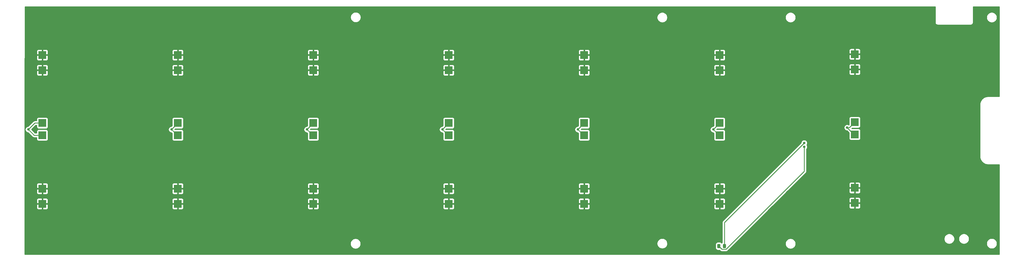
<source format=gbr>
G04 #@! TF.GenerationSoftware,KiCad,Pcbnew,(5.1.9)-1*
G04 #@! TF.CreationDate,2021-03-05T17:13:54-06:00*
G04 #@! TF.ProjectId,X+,582b2e6b-6963-4616-945f-706362585858,3*
G04 #@! TF.SameCoordinates,Original*
G04 #@! TF.FileFunction,Copper,L1,Top*
G04 #@! TF.FilePolarity,Positive*
%FSLAX46Y46*%
G04 Gerber Fmt 4.6, Leading zero omitted, Abs format (unit mm)*
G04 Created by KiCad (PCBNEW (5.1.9)-1) date 2021-03-05 17:13:54*
%MOMM*%
%LPD*%
G01*
G04 APERTURE LIST*
G04 #@! TA.AperFunction,SMDPad,CuDef*
%ADD10R,2.500000X2.500000*%
G04 #@! TD*
G04 #@! TA.AperFunction,ViaPad*
%ADD11C,0.800000*%
G04 #@! TD*
G04 #@! TA.AperFunction,Conductor*
%ADD12C,0.250000*%
G04 #@! TD*
G04 #@! TA.AperFunction,Conductor*
%ADD13C,0.254000*%
G04 #@! TD*
G04 #@! TA.AperFunction,Conductor*
%ADD14C,0.150000*%
G04 #@! TD*
G04 APERTURE END LIST*
G04 #@! TA.AperFunction,SMDPad,CuDef*
G36*
G01*
X374075000Y-207766250D02*
X374075000Y-206853750D01*
G75*
G02*
X374318750Y-206610000I243750J0D01*
G01*
X374806250Y-206610000D01*
G75*
G02*
X375050000Y-206853750I0J-243750D01*
G01*
X375050000Y-207766250D01*
G75*
G02*
X374806250Y-208010000I-243750J0D01*
G01*
X374318750Y-208010000D01*
G75*
G02*
X374075000Y-207766250I0J243750D01*
G01*
G37*
G04 #@! TD.AperFunction*
G04 #@! TA.AperFunction,SMDPad,CuDef*
G36*
G01*
X375950000Y-207766250D02*
X375950000Y-206853750D01*
G75*
G02*
X376193750Y-206610000I243750J0D01*
G01*
X376681250Y-206610000D01*
G75*
G02*
X376925000Y-206853750I0J-243750D01*
G01*
X376925000Y-207766250D01*
G75*
G02*
X376681250Y-208010000I-243750J0D01*
G01*
X376193750Y-208010000D01*
G75*
G02*
X375950000Y-207766250I0J243750D01*
G01*
G37*
G04 #@! TD.AperFunction*
D10*
X419190087Y-144130573D03*
X419190087Y-149130573D03*
X419190087Y-166530573D03*
X419190087Y-170530573D03*
X419190087Y-188130573D03*
X419190087Y-193130573D03*
X374820087Y-193390573D03*
X374820087Y-188390573D03*
X374820087Y-170790573D03*
X374820087Y-166790573D03*
X374820087Y-149390573D03*
X374820087Y-144390573D03*
X330370087Y-193390573D03*
X330370087Y-188390573D03*
X330370087Y-170790573D03*
X330370087Y-166790573D03*
X330370087Y-149390573D03*
X330370087Y-144390573D03*
X285920087Y-144390573D03*
X285920087Y-149390573D03*
X285920087Y-166790573D03*
X285920087Y-170790573D03*
X285920087Y-188390573D03*
X285920087Y-193390573D03*
X241470087Y-193390573D03*
X241470087Y-188390573D03*
X241470087Y-170790573D03*
X241470087Y-166790573D03*
X241470087Y-149390573D03*
X241470087Y-144390573D03*
X197020087Y-144390573D03*
X197020087Y-149390573D03*
X197020087Y-166790573D03*
X197020087Y-170790573D03*
X197020087Y-188390573D03*
X197020087Y-193390573D03*
X152570087Y-193390573D03*
X152570087Y-188390573D03*
X152570087Y-170790573D03*
X152570087Y-166790573D03*
X152570087Y-149390573D03*
X152570087Y-144390573D03*
D11*
X147955000Y-168910000D03*
X194945000Y-168910000D03*
X239395000Y-168910000D03*
X283845000Y-168910000D03*
X328295000Y-168910000D03*
X372745000Y-168910000D03*
X416675000Y-168300000D03*
X422910000Y-158750000D03*
X402590000Y-174625000D03*
X402590000Y-173355000D03*
D12*
X152570087Y-166790573D02*
X150074427Y-166790573D01*
X150074427Y-166790573D02*
X147955000Y-168910000D01*
X149835573Y-170790573D02*
X147955000Y-168910000D01*
X152570087Y-170790573D02*
X149835573Y-170790573D01*
X197020087Y-166790573D02*
X196429427Y-166790573D01*
X197020087Y-170790573D02*
X197020087Y-170350087D01*
X197020087Y-166790573D02*
X197020087Y-166834913D01*
X197020087Y-166834913D02*
X194945000Y-168910000D01*
X196825573Y-170790573D02*
X194945000Y-168910000D01*
X197020087Y-170790573D02*
X196825573Y-170790573D01*
X241470087Y-166790573D02*
X241470087Y-166834913D01*
X241470087Y-166834913D02*
X239395000Y-168910000D01*
X241275573Y-170790573D02*
X239395000Y-168910000D01*
X241470087Y-170790573D02*
X241275573Y-170790573D01*
X285920087Y-166790573D02*
X285920087Y-166834913D01*
X285920087Y-166834913D02*
X283845000Y-168910000D01*
X285725573Y-170790573D02*
X283845000Y-168910000D01*
X285920087Y-170790573D02*
X285725573Y-170790573D01*
X330370087Y-166790573D02*
X330370087Y-166834913D01*
X330370087Y-166834913D02*
X328295000Y-168910000D01*
X330175573Y-170790573D02*
X328295000Y-168910000D01*
X330370087Y-170790573D02*
X330175573Y-170790573D01*
X374820087Y-166790573D02*
X374820087Y-166834913D01*
X374820087Y-166834913D02*
X372745000Y-168910000D01*
X374625573Y-170790573D02*
X372745000Y-168910000D01*
X374820087Y-170790573D02*
X374625573Y-170790573D01*
X418905573Y-170530573D02*
X419190087Y-170530573D01*
X416675000Y-168300000D02*
X418905573Y-170530573D01*
X417420660Y-168300000D02*
X419190087Y-166530573D01*
X416675000Y-168300000D02*
X417420660Y-168300000D01*
X419270087Y-146850573D02*
X419270087Y-155110087D01*
X419270087Y-155110087D02*
X422910000Y-158750000D01*
X376916840Y-208335010D02*
X402590000Y-182661850D01*
X374562500Y-207310000D02*
X375587510Y-208335010D01*
X402590000Y-182661850D02*
X402590000Y-174625000D01*
X375587510Y-208335010D02*
X376916840Y-208335010D01*
X376437500Y-207310000D02*
X376437500Y-199507500D01*
X376437500Y-199507500D02*
X402590000Y-173355000D01*
D13*
X445590000Y-133715123D02*
X445586565Y-133750000D01*
X445600273Y-133889184D01*
X445640872Y-134023020D01*
X445706800Y-134146363D01*
X445795525Y-134254475D01*
X445903637Y-134343200D01*
X446026980Y-134409128D01*
X446160816Y-134449727D01*
X446300000Y-134463435D01*
X446334877Y-134460000D01*
X457265123Y-134460000D01*
X457300000Y-134463435D01*
X457334877Y-134460000D01*
X457439184Y-134449727D01*
X457573020Y-134409128D01*
X457696363Y-134343200D01*
X457804475Y-134254475D01*
X457893200Y-134146363D01*
X457959128Y-134023020D01*
X457999727Y-133889184D01*
X458013435Y-133750000D01*
X458010000Y-133715123D01*
X458010000Y-131839941D01*
X462423366Y-131839941D01*
X462423366Y-132180059D01*
X462489720Y-132513640D01*
X462619877Y-132827868D01*
X462808836Y-133110665D01*
X463049335Y-133351164D01*
X463332132Y-133540123D01*
X463646360Y-133670280D01*
X463979941Y-133736634D01*
X464320059Y-133736634D01*
X464653640Y-133670280D01*
X464967868Y-133540123D01*
X465250665Y-133351164D01*
X465491164Y-133110665D01*
X465680123Y-132827868D01*
X465810280Y-132513640D01*
X465876634Y-132180059D01*
X465876634Y-131839941D01*
X465810280Y-131506360D01*
X465680123Y-131192132D01*
X465491164Y-130909335D01*
X465250665Y-130668836D01*
X464967868Y-130479877D01*
X464653640Y-130349720D01*
X464320059Y-130283366D01*
X463979941Y-130283366D01*
X463646360Y-130349720D01*
X463332132Y-130479877D01*
X463049335Y-130668836D01*
X462808836Y-130909335D01*
X462619877Y-131192132D01*
X462489720Y-131506360D01*
X462423366Y-131839941D01*
X458010000Y-131839941D01*
X458010000Y-128460000D01*
X466590001Y-128460000D01*
X466590000Y-158050000D01*
X462865123Y-158050000D01*
X462834112Y-158053054D01*
X462822039Y-158052970D01*
X462812174Y-158053937D01*
X462433684Y-158093717D01*
X462370660Y-158106654D01*
X462307434Y-158118715D01*
X462297944Y-158121581D01*
X461934391Y-158234120D01*
X461875087Y-158259049D01*
X461815405Y-158283162D01*
X461806652Y-158287816D01*
X461471881Y-158468827D01*
X461418581Y-158504778D01*
X461364686Y-158540046D01*
X461357004Y-158546312D01*
X461063767Y-158788898D01*
X461018431Y-158834551D01*
X460972445Y-158879584D01*
X460966126Y-158887222D01*
X460725593Y-159182146D01*
X460689987Y-159235737D01*
X460653626Y-159288841D01*
X460648911Y-159297561D01*
X460470242Y-159633588D01*
X460445724Y-159693075D01*
X460420370Y-159752230D01*
X460417438Y-159761700D01*
X460307440Y-160126030D01*
X460294947Y-160189127D01*
X460281561Y-160252101D01*
X460280525Y-160261960D01*
X460243388Y-160640717D01*
X460243388Y-160640724D01*
X460240000Y-160675124D01*
X460240001Y-177844877D01*
X460243054Y-177875879D01*
X460242970Y-177887961D01*
X460243937Y-177897827D01*
X460283717Y-178276316D01*
X460296654Y-178339340D01*
X460308715Y-178402566D01*
X460311581Y-178412056D01*
X460424120Y-178775609D01*
X460449044Y-178834902D01*
X460473162Y-178894595D01*
X460477815Y-178903344D01*
X460477817Y-178903349D01*
X460477820Y-178903353D01*
X460658827Y-179238120D01*
X460694790Y-179291437D01*
X460730046Y-179345314D01*
X460736312Y-179352996D01*
X460978898Y-179646233D01*
X461024535Y-179691552D01*
X461069584Y-179737555D01*
X461077223Y-179743874D01*
X461372146Y-179984407D01*
X461425722Y-180020003D01*
X461478841Y-180056374D01*
X461487561Y-180061089D01*
X461823588Y-180239757D01*
X461883042Y-180264262D01*
X461942230Y-180289630D01*
X461951700Y-180292562D01*
X462316030Y-180402560D01*
X462379120Y-180415052D01*
X462442101Y-180428439D01*
X462451960Y-180429475D01*
X462830717Y-180466612D01*
X462830723Y-180466612D01*
X462865123Y-180470000D01*
X466590001Y-180470000D01*
X466590000Y-210050000D01*
X146812000Y-210050000D01*
X146812000Y-206339941D01*
X253623366Y-206339941D01*
X253623366Y-206680059D01*
X253689720Y-207013640D01*
X253819877Y-207327868D01*
X254008836Y-207610665D01*
X254249335Y-207851164D01*
X254532132Y-208040123D01*
X254846360Y-208170280D01*
X255179941Y-208236634D01*
X255520059Y-208236634D01*
X255853640Y-208170280D01*
X256167868Y-208040123D01*
X256450665Y-207851164D01*
X256691164Y-207610665D01*
X256880123Y-207327868D01*
X257010280Y-207013640D01*
X257076634Y-206680059D01*
X257076634Y-206339941D01*
X257066762Y-206290308D01*
X354277087Y-206290308D01*
X354277087Y-206629692D01*
X354343298Y-206962555D01*
X354473175Y-207276105D01*
X354661726Y-207558293D01*
X354901707Y-207798274D01*
X355183895Y-207986825D01*
X355497445Y-208116702D01*
X355830308Y-208182913D01*
X356169692Y-208182913D01*
X356502555Y-208116702D01*
X356816105Y-207986825D01*
X357098293Y-207798274D01*
X357338274Y-207558293D01*
X357526825Y-207276105D01*
X357656702Y-206962555D01*
X357678344Y-206853750D01*
X373436928Y-206853750D01*
X373436928Y-207766250D01*
X373453872Y-207938285D01*
X373504053Y-208103709D01*
X373585542Y-208256164D01*
X373695208Y-208389792D01*
X373828836Y-208499458D01*
X373981291Y-208580947D01*
X374146715Y-208631128D01*
X374318750Y-208648072D01*
X374806250Y-208648072D01*
X374824020Y-208646322D01*
X375023711Y-208846013D01*
X375047509Y-208875011D01*
X375076507Y-208898809D01*
X375163233Y-208969984D01*
X375295263Y-209040556D01*
X375438524Y-209084013D01*
X375550177Y-209095010D01*
X375550186Y-209095010D01*
X375587509Y-209098686D01*
X375624832Y-209095010D01*
X376879518Y-209095010D01*
X376916840Y-209098686D01*
X376954162Y-209095010D01*
X376954173Y-209095010D01*
X377065826Y-209084013D01*
X377209087Y-209040556D01*
X377341116Y-208969984D01*
X377456841Y-208875011D01*
X377480644Y-208846007D01*
X379986710Y-206339941D01*
X396373366Y-206339941D01*
X396373366Y-206680059D01*
X396439720Y-207013640D01*
X396569877Y-207327868D01*
X396758836Y-207610665D01*
X396999335Y-207851164D01*
X397282132Y-208040123D01*
X397596360Y-208170280D01*
X397929941Y-208236634D01*
X398270059Y-208236634D01*
X398603640Y-208170280D01*
X398917868Y-208040123D01*
X399200665Y-207851164D01*
X399441164Y-207610665D01*
X399630123Y-207327868D01*
X399760280Y-207013640D01*
X399826634Y-206680059D01*
X399826634Y-206339941D01*
X399760280Y-206006360D01*
X399630123Y-205692132D01*
X399441164Y-205409335D01*
X399200665Y-205168836D01*
X398917868Y-204979877D01*
X398603640Y-204849720D01*
X398270059Y-204783366D01*
X397929941Y-204783366D01*
X397596360Y-204849720D01*
X397282132Y-204979877D01*
X396999335Y-205168836D01*
X396758836Y-205409335D01*
X396569877Y-205692132D01*
X396439720Y-206006360D01*
X396373366Y-206339941D01*
X379986710Y-206339941D01*
X381586710Y-204739941D01*
X448473366Y-204739941D01*
X448473366Y-205080059D01*
X448539720Y-205413640D01*
X448669877Y-205727868D01*
X448858836Y-206010665D01*
X449099335Y-206251164D01*
X449382132Y-206440123D01*
X449696360Y-206570280D01*
X450029941Y-206636634D01*
X450370059Y-206636634D01*
X450703640Y-206570280D01*
X451017868Y-206440123D01*
X451300665Y-206251164D01*
X451541164Y-206010665D01*
X451730123Y-205727868D01*
X451860280Y-205413640D01*
X451926634Y-205080059D01*
X451926634Y-204739941D01*
X453273366Y-204739941D01*
X453273366Y-205080059D01*
X453339720Y-205413640D01*
X453469877Y-205727868D01*
X453658836Y-206010665D01*
X453899335Y-206251164D01*
X454182132Y-206440123D01*
X454496360Y-206570280D01*
X454829941Y-206636634D01*
X455170059Y-206636634D01*
X455503640Y-206570280D01*
X455817868Y-206440123D01*
X456042631Y-206289941D01*
X462423366Y-206289941D01*
X462423366Y-206630059D01*
X462489720Y-206963640D01*
X462619877Y-207277868D01*
X462808836Y-207560665D01*
X463049335Y-207801164D01*
X463332132Y-207990123D01*
X463646360Y-208120280D01*
X463979941Y-208186634D01*
X464320059Y-208186634D01*
X464653640Y-208120280D01*
X464967868Y-207990123D01*
X465250665Y-207801164D01*
X465491164Y-207560665D01*
X465680123Y-207277868D01*
X465810280Y-206963640D01*
X465876634Y-206630059D01*
X465876634Y-206289941D01*
X465810280Y-205956360D01*
X465680123Y-205642132D01*
X465491164Y-205359335D01*
X465250665Y-205118836D01*
X464967868Y-204929877D01*
X464653640Y-204799720D01*
X464320059Y-204733366D01*
X463979941Y-204733366D01*
X463646360Y-204799720D01*
X463332132Y-204929877D01*
X463049335Y-205118836D01*
X462808836Y-205359335D01*
X462619877Y-205642132D01*
X462489720Y-205956360D01*
X462423366Y-206289941D01*
X456042631Y-206289941D01*
X456100665Y-206251164D01*
X456341164Y-206010665D01*
X456530123Y-205727868D01*
X456660280Y-205413640D01*
X456726634Y-205080059D01*
X456726634Y-204739941D01*
X456660280Y-204406360D01*
X456530123Y-204092132D01*
X456341164Y-203809335D01*
X456100665Y-203568836D01*
X455817868Y-203379877D01*
X455503640Y-203249720D01*
X455170059Y-203183366D01*
X454829941Y-203183366D01*
X454496360Y-203249720D01*
X454182132Y-203379877D01*
X453899335Y-203568836D01*
X453658836Y-203809335D01*
X453469877Y-204092132D01*
X453339720Y-204406360D01*
X453273366Y-204739941D01*
X451926634Y-204739941D01*
X451860280Y-204406360D01*
X451730123Y-204092132D01*
X451541164Y-203809335D01*
X451300665Y-203568836D01*
X451017868Y-203379877D01*
X450703640Y-203249720D01*
X450370059Y-203183366D01*
X450029941Y-203183366D01*
X449696360Y-203249720D01*
X449382132Y-203379877D01*
X449099335Y-203568836D01*
X448858836Y-203809335D01*
X448669877Y-204092132D01*
X448539720Y-204406360D01*
X448473366Y-204739941D01*
X381586710Y-204739941D01*
X391946078Y-194380573D01*
X417302015Y-194380573D01*
X417314275Y-194505055D01*
X417350585Y-194624753D01*
X417409550Y-194735067D01*
X417488902Y-194831758D01*
X417585593Y-194911110D01*
X417695907Y-194970075D01*
X417815605Y-195006385D01*
X417940087Y-195018645D01*
X418904337Y-195015573D01*
X419063087Y-194856823D01*
X419063087Y-193257573D01*
X419317087Y-193257573D01*
X419317087Y-194856823D01*
X419475837Y-195015573D01*
X420440087Y-195018645D01*
X420564569Y-195006385D01*
X420684267Y-194970075D01*
X420794581Y-194911110D01*
X420891272Y-194831758D01*
X420970624Y-194735067D01*
X421029589Y-194624753D01*
X421065899Y-194505055D01*
X421078159Y-194380573D01*
X421075087Y-193416323D01*
X420916337Y-193257573D01*
X419317087Y-193257573D01*
X419063087Y-193257573D01*
X417463837Y-193257573D01*
X417305087Y-193416323D01*
X417302015Y-194380573D01*
X391946078Y-194380573D01*
X394446078Y-191880573D01*
X417302015Y-191880573D01*
X417305087Y-192844823D01*
X417463837Y-193003573D01*
X419063087Y-193003573D01*
X419063087Y-191404323D01*
X419317087Y-191404323D01*
X419317087Y-193003573D01*
X420916337Y-193003573D01*
X421075087Y-192844823D01*
X421078159Y-191880573D01*
X421065899Y-191756091D01*
X421029589Y-191636393D01*
X420970624Y-191526079D01*
X420891272Y-191429388D01*
X420794581Y-191350036D01*
X420684267Y-191291071D01*
X420564569Y-191254761D01*
X420440087Y-191242501D01*
X419475837Y-191245573D01*
X419317087Y-191404323D01*
X419063087Y-191404323D01*
X418904337Y-191245573D01*
X417940087Y-191242501D01*
X417815605Y-191254761D01*
X417695907Y-191291071D01*
X417585593Y-191350036D01*
X417488902Y-191429388D01*
X417409550Y-191526079D01*
X417350585Y-191636393D01*
X417314275Y-191756091D01*
X417302015Y-191880573D01*
X394446078Y-191880573D01*
X396946078Y-189380573D01*
X417302015Y-189380573D01*
X417314275Y-189505055D01*
X417350585Y-189624753D01*
X417409550Y-189735067D01*
X417488902Y-189831758D01*
X417585593Y-189911110D01*
X417695907Y-189970075D01*
X417815605Y-190006385D01*
X417940087Y-190018645D01*
X418904337Y-190015573D01*
X419063087Y-189856823D01*
X419063087Y-188257573D01*
X419317087Y-188257573D01*
X419317087Y-189856823D01*
X419475837Y-190015573D01*
X420440087Y-190018645D01*
X420564569Y-190006385D01*
X420684267Y-189970075D01*
X420794581Y-189911110D01*
X420891272Y-189831758D01*
X420970624Y-189735067D01*
X421029589Y-189624753D01*
X421065899Y-189505055D01*
X421078159Y-189380573D01*
X421075087Y-188416323D01*
X420916337Y-188257573D01*
X419317087Y-188257573D01*
X419063087Y-188257573D01*
X417463837Y-188257573D01*
X417305087Y-188416323D01*
X417302015Y-189380573D01*
X396946078Y-189380573D01*
X399446078Y-186880573D01*
X417302015Y-186880573D01*
X417305087Y-187844823D01*
X417463837Y-188003573D01*
X419063087Y-188003573D01*
X419063087Y-186404323D01*
X419317087Y-186404323D01*
X419317087Y-188003573D01*
X420916337Y-188003573D01*
X421075087Y-187844823D01*
X421078159Y-186880573D01*
X421065899Y-186756091D01*
X421029589Y-186636393D01*
X420970624Y-186526079D01*
X420891272Y-186429388D01*
X420794581Y-186350036D01*
X420684267Y-186291071D01*
X420564569Y-186254761D01*
X420440087Y-186242501D01*
X419475837Y-186245573D01*
X419317087Y-186404323D01*
X419063087Y-186404323D01*
X418904337Y-186245573D01*
X417940087Y-186242501D01*
X417815605Y-186254761D01*
X417695907Y-186291071D01*
X417585593Y-186350036D01*
X417488902Y-186429388D01*
X417409550Y-186526079D01*
X417350585Y-186636393D01*
X417314275Y-186756091D01*
X417302015Y-186880573D01*
X399446078Y-186880573D01*
X403101004Y-183225648D01*
X403130001Y-183201851D01*
X403156332Y-183169767D01*
X403224974Y-183086127D01*
X403295546Y-182954097D01*
X403295546Y-182954096D01*
X403339003Y-182810836D01*
X403350000Y-182699183D01*
X403350000Y-182699174D01*
X403353676Y-182661851D01*
X403350000Y-182624528D01*
X403350000Y-175328711D01*
X403393937Y-175284774D01*
X403507205Y-175115256D01*
X403585226Y-174926898D01*
X403625000Y-174726939D01*
X403625000Y-174523061D01*
X403585226Y-174323102D01*
X403507205Y-174134744D01*
X403410490Y-173990000D01*
X403507205Y-173845256D01*
X403585226Y-173656898D01*
X403625000Y-173456939D01*
X403625000Y-173253061D01*
X403585226Y-173053102D01*
X403507205Y-172864744D01*
X403393937Y-172695226D01*
X403249774Y-172551063D01*
X403080256Y-172437795D01*
X402891898Y-172359774D01*
X402691939Y-172320000D01*
X402488061Y-172320000D01*
X402288102Y-172359774D01*
X402099744Y-172437795D01*
X401930226Y-172551063D01*
X401786063Y-172695226D01*
X401672795Y-172864744D01*
X401594774Y-173053102D01*
X401555000Y-173253061D01*
X401555000Y-173315198D01*
X375926498Y-198943701D01*
X375897500Y-198967499D01*
X375873702Y-198996497D01*
X375873701Y-198996498D01*
X375802526Y-199083224D01*
X375731954Y-199215254D01*
X375688498Y-199358515D01*
X375673824Y-199507500D01*
X375677501Y-199544832D01*
X375677500Y-206142155D01*
X375570208Y-206230208D01*
X375500000Y-206315756D01*
X375429792Y-206230208D01*
X375296164Y-206120542D01*
X375143709Y-206039053D01*
X374978285Y-205988872D01*
X374806250Y-205971928D01*
X374318750Y-205971928D01*
X374146715Y-205988872D01*
X373981291Y-206039053D01*
X373828836Y-206120542D01*
X373695208Y-206230208D01*
X373585542Y-206363836D01*
X373504053Y-206516291D01*
X373453872Y-206681715D01*
X373436928Y-206853750D01*
X357678344Y-206853750D01*
X357722913Y-206629692D01*
X357722913Y-206290308D01*
X357656702Y-205957445D01*
X357526825Y-205643895D01*
X357338274Y-205361707D01*
X357098293Y-205121726D01*
X356816105Y-204933175D01*
X356502555Y-204803298D01*
X356169692Y-204737087D01*
X355830308Y-204737087D01*
X355497445Y-204803298D01*
X355183895Y-204933175D01*
X354901707Y-205121726D01*
X354661726Y-205361707D01*
X354473175Y-205643895D01*
X354343298Y-205957445D01*
X354277087Y-206290308D01*
X257066762Y-206290308D01*
X257010280Y-206006360D01*
X256880123Y-205692132D01*
X256691164Y-205409335D01*
X256450665Y-205168836D01*
X256167868Y-204979877D01*
X255853640Y-204849720D01*
X255520059Y-204783366D01*
X255179941Y-204783366D01*
X254846360Y-204849720D01*
X254532132Y-204979877D01*
X254249335Y-205168836D01*
X254008836Y-205409335D01*
X253819877Y-205692132D01*
X253689720Y-206006360D01*
X253623366Y-206339941D01*
X146812000Y-206339941D01*
X146812000Y-194640573D01*
X150682015Y-194640573D01*
X150694275Y-194765055D01*
X150730585Y-194884753D01*
X150789550Y-194995067D01*
X150868902Y-195091758D01*
X150965593Y-195171110D01*
X151075907Y-195230075D01*
X151195605Y-195266385D01*
X151320087Y-195278645D01*
X152284337Y-195275573D01*
X152443087Y-195116823D01*
X152443087Y-193517573D01*
X152697087Y-193517573D01*
X152697087Y-195116823D01*
X152855837Y-195275573D01*
X153820087Y-195278645D01*
X153944569Y-195266385D01*
X154064267Y-195230075D01*
X154174581Y-195171110D01*
X154271272Y-195091758D01*
X154350624Y-194995067D01*
X154409589Y-194884753D01*
X154445899Y-194765055D01*
X154458159Y-194640573D01*
X195132015Y-194640573D01*
X195144275Y-194765055D01*
X195180585Y-194884753D01*
X195239550Y-194995067D01*
X195318902Y-195091758D01*
X195415593Y-195171110D01*
X195525907Y-195230075D01*
X195645605Y-195266385D01*
X195770087Y-195278645D01*
X196734337Y-195275573D01*
X196893087Y-195116823D01*
X196893087Y-193517573D01*
X197147087Y-193517573D01*
X197147087Y-195116823D01*
X197305837Y-195275573D01*
X198270087Y-195278645D01*
X198394569Y-195266385D01*
X198514267Y-195230075D01*
X198624581Y-195171110D01*
X198721272Y-195091758D01*
X198800624Y-194995067D01*
X198859589Y-194884753D01*
X198895899Y-194765055D01*
X198908159Y-194640573D01*
X239582015Y-194640573D01*
X239594275Y-194765055D01*
X239630585Y-194884753D01*
X239689550Y-194995067D01*
X239768902Y-195091758D01*
X239865593Y-195171110D01*
X239975907Y-195230075D01*
X240095605Y-195266385D01*
X240220087Y-195278645D01*
X241184337Y-195275573D01*
X241343087Y-195116823D01*
X241343087Y-193517573D01*
X241597087Y-193517573D01*
X241597087Y-195116823D01*
X241755837Y-195275573D01*
X242720087Y-195278645D01*
X242844569Y-195266385D01*
X242964267Y-195230075D01*
X243074581Y-195171110D01*
X243171272Y-195091758D01*
X243250624Y-194995067D01*
X243309589Y-194884753D01*
X243345899Y-194765055D01*
X243358159Y-194640573D01*
X284032015Y-194640573D01*
X284044275Y-194765055D01*
X284080585Y-194884753D01*
X284139550Y-194995067D01*
X284218902Y-195091758D01*
X284315593Y-195171110D01*
X284425907Y-195230075D01*
X284545605Y-195266385D01*
X284670087Y-195278645D01*
X285634337Y-195275573D01*
X285793087Y-195116823D01*
X285793087Y-193517573D01*
X286047087Y-193517573D01*
X286047087Y-195116823D01*
X286205837Y-195275573D01*
X287170087Y-195278645D01*
X287294569Y-195266385D01*
X287414267Y-195230075D01*
X287524581Y-195171110D01*
X287621272Y-195091758D01*
X287700624Y-194995067D01*
X287759589Y-194884753D01*
X287795899Y-194765055D01*
X287808159Y-194640573D01*
X328482015Y-194640573D01*
X328494275Y-194765055D01*
X328530585Y-194884753D01*
X328589550Y-194995067D01*
X328668902Y-195091758D01*
X328765593Y-195171110D01*
X328875907Y-195230075D01*
X328995605Y-195266385D01*
X329120087Y-195278645D01*
X330084337Y-195275573D01*
X330243087Y-195116823D01*
X330243087Y-193517573D01*
X330497087Y-193517573D01*
X330497087Y-195116823D01*
X330655837Y-195275573D01*
X331620087Y-195278645D01*
X331744569Y-195266385D01*
X331864267Y-195230075D01*
X331974581Y-195171110D01*
X332071272Y-195091758D01*
X332150624Y-194995067D01*
X332209589Y-194884753D01*
X332245899Y-194765055D01*
X332258159Y-194640573D01*
X372932015Y-194640573D01*
X372944275Y-194765055D01*
X372980585Y-194884753D01*
X373039550Y-194995067D01*
X373118902Y-195091758D01*
X373215593Y-195171110D01*
X373325907Y-195230075D01*
X373445605Y-195266385D01*
X373570087Y-195278645D01*
X374534337Y-195275573D01*
X374693087Y-195116823D01*
X374693087Y-193517573D01*
X374947087Y-193517573D01*
X374947087Y-195116823D01*
X375105837Y-195275573D01*
X376070087Y-195278645D01*
X376194569Y-195266385D01*
X376314267Y-195230075D01*
X376424581Y-195171110D01*
X376521272Y-195091758D01*
X376600624Y-194995067D01*
X376659589Y-194884753D01*
X376695899Y-194765055D01*
X376708159Y-194640573D01*
X376705087Y-193676323D01*
X376546337Y-193517573D01*
X374947087Y-193517573D01*
X374693087Y-193517573D01*
X373093837Y-193517573D01*
X372935087Y-193676323D01*
X372932015Y-194640573D01*
X332258159Y-194640573D01*
X332255087Y-193676323D01*
X332096337Y-193517573D01*
X330497087Y-193517573D01*
X330243087Y-193517573D01*
X328643837Y-193517573D01*
X328485087Y-193676323D01*
X328482015Y-194640573D01*
X287808159Y-194640573D01*
X287805087Y-193676323D01*
X287646337Y-193517573D01*
X286047087Y-193517573D01*
X285793087Y-193517573D01*
X284193837Y-193517573D01*
X284035087Y-193676323D01*
X284032015Y-194640573D01*
X243358159Y-194640573D01*
X243355087Y-193676323D01*
X243196337Y-193517573D01*
X241597087Y-193517573D01*
X241343087Y-193517573D01*
X239743837Y-193517573D01*
X239585087Y-193676323D01*
X239582015Y-194640573D01*
X198908159Y-194640573D01*
X198905087Y-193676323D01*
X198746337Y-193517573D01*
X197147087Y-193517573D01*
X196893087Y-193517573D01*
X195293837Y-193517573D01*
X195135087Y-193676323D01*
X195132015Y-194640573D01*
X154458159Y-194640573D01*
X154455087Y-193676323D01*
X154296337Y-193517573D01*
X152697087Y-193517573D01*
X152443087Y-193517573D01*
X150843837Y-193517573D01*
X150685087Y-193676323D01*
X150682015Y-194640573D01*
X146812000Y-194640573D01*
X146812000Y-192140573D01*
X150682015Y-192140573D01*
X150685087Y-193104823D01*
X150843837Y-193263573D01*
X152443087Y-193263573D01*
X152443087Y-191664323D01*
X152697087Y-191664323D01*
X152697087Y-193263573D01*
X154296337Y-193263573D01*
X154455087Y-193104823D01*
X154458159Y-192140573D01*
X195132015Y-192140573D01*
X195135087Y-193104823D01*
X195293837Y-193263573D01*
X196893087Y-193263573D01*
X196893087Y-191664323D01*
X197147087Y-191664323D01*
X197147087Y-193263573D01*
X198746337Y-193263573D01*
X198905087Y-193104823D01*
X198908159Y-192140573D01*
X239582015Y-192140573D01*
X239585087Y-193104823D01*
X239743837Y-193263573D01*
X241343087Y-193263573D01*
X241343087Y-191664323D01*
X241597087Y-191664323D01*
X241597087Y-193263573D01*
X243196337Y-193263573D01*
X243355087Y-193104823D01*
X243358159Y-192140573D01*
X284032015Y-192140573D01*
X284035087Y-193104823D01*
X284193837Y-193263573D01*
X285793087Y-193263573D01*
X285793087Y-191664323D01*
X286047087Y-191664323D01*
X286047087Y-193263573D01*
X287646337Y-193263573D01*
X287805087Y-193104823D01*
X287808159Y-192140573D01*
X328482015Y-192140573D01*
X328485087Y-193104823D01*
X328643837Y-193263573D01*
X330243087Y-193263573D01*
X330243087Y-191664323D01*
X330497087Y-191664323D01*
X330497087Y-193263573D01*
X332096337Y-193263573D01*
X332255087Y-193104823D01*
X332258159Y-192140573D01*
X372932015Y-192140573D01*
X372935087Y-193104823D01*
X373093837Y-193263573D01*
X374693087Y-193263573D01*
X374693087Y-191664323D01*
X374947087Y-191664323D01*
X374947087Y-193263573D01*
X376546337Y-193263573D01*
X376705087Y-193104823D01*
X376708159Y-192140573D01*
X376695899Y-192016091D01*
X376659589Y-191896393D01*
X376600624Y-191786079D01*
X376521272Y-191689388D01*
X376424581Y-191610036D01*
X376314267Y-191551071D01*
X376194569Y-191514761D01*
X376070087Y-191502501D01*
X375105837Y-191505573D01*
X374947087Y-191664323D01*
X374693087Y-191664323D01*
X374534337Y-191505573D01*
X373570087Y-191502501D01*
X373445605Y-191514761D01*
X373325907Y-191551071D01*
X373215593Y-191610036D01*
X373118902Y-191689388D01*
X373039550Y-191786079D01*
X372980585Y-191896393D01*
X372944275Y-192016091D01*
X372932015Y-192140573D01*
X332258159Y-192140573D01*
X332245899Y-192016091D01*
X332209589Y-191896393D01*
X332150624Y-191786079D01*
X332071272Y-191689388D01*
X331974581Y-191610036D01*
X331864267Y-191551071D01*
X331744569Y-191514761D01*
X331620087Y-191502501D01*
X330655837Y-191505573D01*
X330497087Y-191664323D01*
X330243087Y-191664323D01*
X330084337Y-191505573D01*
X329120087Y-191502501D01*
X328995605Y-191514761D01*
X328875907Y-191551071D01*
X328765593Y-191610036D01*
X328668902Y-191689388D01*
X328589550Y-191786079D01*
X328530585Y-191896393D01*
X328494275Y-192016091D01*
X328482015Y-192140573D01*
X287808159Y-192140573D01*
X287795899Y-192016091D01*
X287759589Y-191896393D01*
X287700624Y-191786079D01*
X287621272Y-191689388D01*
X287524581Y-191610036D01*
X287414267Y-191551071D01*
X287294569Y-191514761D01*
X287170087Y-191502501D01*
X286205837Y-191505573D01*
X286047087Y-191664323D01*
X285793087Y-191664323D01*
X285634337Y-191505573D01*
X284670087Y-191502501D01*
X284545605Y-191514761D01*
X284425907Y-191551071D01*
X284315593Y-191610036D01*
X284218902Y-191689388D01*
X284139550Y-191786079D01*
X284080585Y-191896393D01*
X284044275Y-192016091D01*
X284032015Y-192140573D01*
X243358159Y-192140573D01*
X243345899Y-192016091D01*
X243309589Y-191896393D01*
X243250624Y-191786079D01*
X243171272Y-191689388D01*
X243074581Y-191610036D01*
X242964267Y-191551071D01*
X242844569Y-191514761D01*
X242720087Y-191502501D01*
X241755837Y-191505573D01*
X241597087Y-191664323D01*
X241343087Y-191664323D01*
X241184337Y-191505573D01*
X240220087Y-191502501D01*
X240095605Y-191514761D01*
X239975907Y-191551071D01*
X239865593Y-191610036D01*
X239768902Y-191689388D01*
X239689550Y-191786079D01*
X239630585Y-191896393D01*
X239594275Y-192016091D01*
X239582015Y-192140573D01*
X198908159Y-192140573D01*
X198895899Y-192016091D01*
X198859589Y-191896393D01*
X198800624Y-191786079D01*
X198721272Y-191689388D01*
X198624581Y-191610036D01*
X198514267Y-191551071D01*
X198394569Y-191514761D01*
X198270087Y-191502501D01*
X197305837Y-191505573D01*
X197147087Y-191664323D01*
X196893087Y-191664323D01*
X196734337Y-191505573D01*
X195770087Y-191502501D01*
X195645605Y-191514761D01*
X195525907Y-191551071D01*
X195415593Y-191610036D01*
X195318902Y-191689388D01*
X195239550Y-191786079D01*
X195180585Y-191896393D01*
X195144275Y-192016091D01*
X195132015Y-192140573D01*
X154458159Y-192140573D01*
X154445899Y-192016091D01*
X154409589Y-191896393D01*
X154350624Y-191786079D01*
X154271272Y-191689388D01*
X154174581Y-191610036D01*
X154064267Y-191551071D01*
X153944569Y-191514761D01*
X153820087Y-191502501D01*
X152855837Y-191505573D01*
X152697087Y-191664323D01*
X152443087Y-191664323D01*
X152284337Y-191505573D01*
X151320087Y-191502501D01*
X151195605Y-191514761D01*
X151075907Y-191551071D01*
X150965593Y-191610036D01*
X150868902Y-191689388D01*
X150789550Y-191786079D01*
X150730585Y-191896393D01*
X150694275Y-192016091D01*
X150682015Y-192140573D01*
X146812000Y-192140573D01*
X146812000Y-189640573D01*
X150682015Y-189640573D01*
X150694275Y-189765055D01*
X150730585Y-189884753D01*
X150789550Y-189995067D01*
X150868902Y-190091758D01*
X150965593Y-190171110D01*
X151075907Y-190230075D01*
X151195605Y-190266385D01*
X151320087Y-190278645D01*
X152284337Y-190275573D01*
X152443087Y-190116823D01*
X152443087Y-188517573D01*
X152697087Y-188517573D01*
X152697087Y-190116823D01*
X152855837Y-190275573D01*
X153820087Y-190278645D01*
X153944569Y-190266385D01*
X154064267Y-190230075D01*
X154174581Y-190171110D01*
X154271272Y-190091758D01*
X154350624Y-189995067D01*
X154409589Y-189884753D01*
X154445899Y-189765055D01*
X154458159Y-189640573D01*
X195132015Y-189640573D01*
X195144275Y-189765055D01*
X195180585Y-189884753D01*
X195239550Y-189995067D01*
X195318902Y-190091758D01*
X195415593Y-190171110D01*
X195525907Y-190230075D01*
X195645605Y-190266385D01*
X195770087Y-190278645D01*
X196734337Y-190275573D01*
X196893087Y-190116823D01*
X196893087Y-188517573D01*
X197147087Y-188517573D01*
X197147087Y-190116823D01*
X197305837Y-190275573D01*
X198270087Y-190278645D01*
X198394569Y-190266385D01*
X198514267Y-190230075D01*
X198624581Y-190171110D01*
X198721272Y-190091758D01*
X198800624Y-189995067D01*
X198859589Y-189884753D01*
X198895899Y-189765055D01*
X198908159Y-189640573D01*
X239582015Y-189640573D01*
X239594275Y-189765055D01*
X239630585Y-189884753D01*
X239689550Y-189995067D01*
X239768902Y-190091758D01*
X239865593Y-190171110D01*
X239975907Y-190230075D01*
X240095605Y-190266385D01*
X240220087Y-190278645D01*
X241184337Y-190275573D01*
X241343087Y-190116823D01*
X241343087Y-188517573D01*
X241597087Y-188517573D01*
X241597087Y-190116823D01*
X241755837Y-190275573D01*
X242720087Y-190278645D01*
X242844569Y-190266385D01*
X242964267Y-190230075D01*
X243074581Y-190171110D01*
X243171272Y-190091758D01*
X243250624Y-189995067D01*
X243309589Y-189884753D01*
X243345899Y-189765055D01*
X243358159Y-189640573D01*
X284032015Y-189640573D01*
X284044275Y-189765055D01*
X284080585Y-189884753D01*
X284139550Y-189995067D01*
X284218902Y-190091758D01*
X284315593Y-190171110D01*
X284425907Y-190230075D01*
X284545605Y-190266385D01*
X284670087Y-190278645D01*
X285634337Y-190275573D01*
X285793087Y-190116823D01*
X285793087Y-188517573D01*
X286047087Y-188517573D01*
X286047087Y-190116823D01*
X286205837Y-190275573D01*
X287170087Y-190278645D01*
X287294569Y-190266385D01*
X287414267Y-190230075D01*
X287524581Y-190171110D01*
X287621272Y-190091758D01*
X287700624Y-189995067D01*
X287759589Y-189884753D01*
X287795899Y-189765055D01*
X287808159Y-189640573D01*
X328482015Y-189640573D01*
X328494275Y-189765055D01*
X328530585Y-189884753D01*
X328589550Y-189995067D01*
X328668902Y-190091758D01*
X328765593Y-190171110D01*
X328875907Y-190230075D01*
X328995605Y-190266385D01*
X329120087Y-190278645D01*
X330084337Y-190275573D01*
X330243087Y-190116823D01*
X330243087Y-188517573D01*
X330497087Y-188517573D01*
X330497087Y-190116823D01*
X330655837Y-190275573D01*
X331620087Y-190278645D01*
X331744569Y-190266385D01*
X331864267Y-190230075D01*
X331974581Y-190171110D01*
X332071272Y-190091758D01*
X332150624Y-189995067D01*
X332209589Y-189884753D01*
X332245899Y-189765055D01*
X332258159Y-189640573D01*
X372932015Y-189640573D01*
X372944275Y-189765055D01*
X372980585Y-189884753D01*
X373039550Y-189995067D01*
X373118902Y-190091758D01*
X373215593Y-190171110D01*
X373325907Y-190230075D01*
X373445605Y-190266385D01*
X373570087Y-190278645D01*
X374534337Y-190275573D01*
X374693087Y-190116823D01*
X374693087Y-188517573D01*
X374947087Y-188517573D01*
X374947087Y-190116823D01*
X375105837Y-190275573D01*
X376070087Y-190278645D01*
X376194569Y-190266385D01*
X376314267Y-190230075D01*
X376424581Y-190171110D01*
X376521272Y-190091758D01*
X376600624Y-189995067D01*
X376659589Y-189884753D01*
X376695899Y-189765055D01*
X376708159Y-189640573D01*
X376705087Y-188676323D01*
X376546337Y-188517573D01*
X374947087Y-188517573D01*
X374693087Y-188517573D01*
X373093837Y-188517573D01*
X372935087Y-188676323D01*
X372932015Y-189640573D01*
X332258159Y-189640573D01*
X332255087Y-188676323D01*
X332096337Y-188517573D01*
X330497087Y-188517573D01*
X330243087Y-188517573D01*
X328643837Y-188517573D01*
X328485087Y-188676323D01*
X328482015Y-189640573D01*
X287808159Y-189640573D01*
X287805087Y-188676323D01*
X287646337Y-188517573D01*
X286047087Y-188517573D01*
X285793087Y-188517573D01*
X284193837Y-188517573D01*
X284035087Y-188676323D01*
X284032015Y-189640573D01*
X243358159Y-189640573D01*
X243355087Y-188676323D01*
X243196337Y-188517573D01*
X241597087Y-188517573D01*
X241343087Y-188517573D01*
X239743837Y-188517573D01*
X239585087Y-188676323D01*
X239582015Y-189640573D01*
X198908159Y-189640573D01*
X198905087Y-188676323D01*
X198746337Y-188517573D01*
X197147087Y-188517573D01*
X196893087Y-188517573D01*
X195293837Y-188517573D01*
X195135087Y-188676323D01*
X195132015Y-189640573D01*
X154458159Y-189640573D01*
X154455087Y-188676323D01*
X154296337Y-188517573D01*
X152697087Y-188517573D01*
X152443087Y-188517573D01*
X150843837Y-188517573D01*
X150685087Y-188676323D01*
X150682015Y-189640573D01*
X146812000Y-189640573D01*
X146812000Y-187140573D01*
X150682015Y-187140573D01*
X150685087Y-188104823D01*
X150843837Y-188263573D01*
X152443087Y-188263573D01*
X152443087Y-186664323D01*
X152697087Y-186664323D01*
X152697087Y-188263573D01*
X154296337Y-188263573D01*
X154455087Y-188104823D01*
X154458159Y-187140573D01*
X195132015Y-187140573D01*
X195135087Y-188104823D01*
X195293837Y-188263573D01*
X196893087Y-188263573D01*
X196893087Y-186664323D01*
X197147087Y-186664323D01*
X197147087Y-188263573D01*
X198746337Y-188263573D01*
X198905087Y-188104823D01*
X198908159Y-187140573D01*
X239582015Y-187140573D01*
X239585087Y-188104823D01*
X239743837Y-188263573D01*
X241343087Y-188263573D01*
X241343087Y-186664323D01*
X241597087Y-186664323D01*
X241597087Y-188263573D01*
X243196337Y-188263573D01*
X243355087Y-188104823D01*
X243358159Y-187140573D01*
X284032015Y-187140573D01*
X284035087Y-188104823D01*
X284193837Y-188263573D01*
X285793087Y-188263573D01*
X285793087Y-186664323D01*
X286047087Y-186664323D01*
X286047087Y-188263573D01*
X287646337Y-188263573D01*
X287805087Y-188104823D01*
X287808159Y-187140573D01*
X328482015Y-187140573D01*
X328485087Y-188104823D01*
X328643837Y-188263573D01*
X330243087Y-188263573D01*
X330243087Y-186664323D01*
X330497087Y-186664323D01*
X330497087Y-188263573D01*
X332096337Y-188263573D01*
X332255087Y-188104823D01*
X332258159Y-187140573D01*
X372932015Y-187140573D01*
X372935087Y-188104823D01*
X373093837Y-188263573D01*
X374693087Y-188263573D01*
X374693087Y-186664323D01*
X374947087Y-186664323D01*
X374947087Y-188263573D01*
X376546337Y-188263573D01*
X376705087Y-188104823D01*
X376708159Y-187140573D01*
X376695899Y-187016091D01*
X376659589Y-186896393D01*
X376600624Y-186786079D01*
X376521272Y-186689388D01*
X376424581Y-186610036D01*
X376314267Y-186551071D01*
X376194569Y-186514761D01*
X376070087Y-186502501D01*
X375105837Y-186505573D01*
X374947087Y-186664323D01*
X374693087Y-186664323D01*
X374534337Y-186505573D01*
X373570087Y-186502501D01*
X373445605Y-186514761D01*
X373325907Y-186551071D01*
X373215593Y-186610036D01*
X373118902Y-186689388D01*
X373039550Y-186786079D01*
X372980585Y-186896393D01*
X372944275Y-187016091D01*
X372932015Y-187140573D01*
X332258159Y-187140573D01*
X332245899Y-187016091D01*
X332209589Y-186896393D01*
X332150624Y-186786079D01*
X332071272Y-186689388D01*
X331974581Y-186610036D01*
X331864267Y-186551071D01*
X331744569Y-186514761D01*
X331620087Y-186502501D01*
X330655837Y-186505573D01*
X330497087Y-186664323D01*
X330243087Y-186664323D01*
X330084337Y-186505573D01*
X329120087Y-186502501D01*
X328995605Y-186514761D01*
X328875907Y-186551071D01*
X328765593Y-186610036D01*
X328668902Y-186689388D01*
X328589550Y-186786079D01*
X328530585Y-186896393D01*
X328494275Y-187016091D01*
X328482015Y-187140573D01*
X287808159Y-187140573D01*
X287795899Y-187016091D01*
X287759589Y-186896393D01*
X287700624Y-186786079D01*
X287621272Y-186689388D01*
X287524581Y-186610036D01*
X287414267Y-186551071D01*
X287294569Y-186514761D01*
X287170087Y-186502501D01*
X286205837Y-186505573D01*
X286047087Y-186664323D01*
X285793087Y-186664323D01*
X285634337Y-186505573D01*
X284670087Y-186502501D01*
X284545605Y-186514761D01*
X284425907Y-186551071D01*
X284315593Y-186610036D01*
X284218902Y-186689388D01*
X284139550Y-186786079D01*
X284080585Y-186896393D01*
X284044275Y-187016091D01*
X284032015Y-187140573D01*
X243358159Y-187140573D01*
X243345899Y-187016091D01*
X243309589Y-186896393D01*
X243250624Y-186786079D01*
X243171272Y-186689388D01*
X243074581Y-186610036D01*
X242964267Y-186551071D01*
X242844569Y-186514761D01*
X242720087Y-186502501D01*
X241755837Y-186505573D01*
X241597087Y-186664323D01*
X241343087Y-186664323D01*
X241184337Y-186505573D01*
X240220087Y-186502501D01*
X240095605Y-186514761D01*
X239975907Y-186551071D01*
X239865593Y-186610036D01*
X239768902Y-186689388D01*
X239689550Y-186786079D01*
X239630585Y-186896393D01*
X239594275Y-187016091D01*
X239582015Y-187140573D01*
X198908159Y-187140573D01*
X198895899Y-187016091D01*
X198859589Y-186896393D01*
X198800624Y-186786079D01*
X198721272Y-186689388D01*
X198624581Y-186610036D01*
X198514267Y-186551071D01*
X198394569Y-186514761D01*
X198270087Y-186502501D01*
X197305837Y-186505573D01*
X197147087Y-186664323D01*
X196893087Y-186664323D01*
X196734337Y-186505573D01*
X195770087Y-186502501D01*
X195645605Y-186514761D01*
X195525907Y-186551071D01*
X195415593Y-186610036D01*
X195318902Y-186689388D01*
X195239550Y-186786079D01*
X195180585Y-186896393D01*
X195144275Y-187016091D01*
X195132015Y-187140573D01*
X154458159Y-187140573D01*
X154445899Y-187016091D01*
X154409589Y-186896393D01*
X154350624Y-186786079D01*
X154271272Y-186689388D01*
X154174581Y-186610036D01*
X154064267Y-186551071D01*
X153944569Y-186514761D01*
X153820087Y-186502501D01*
X152855837Y-186505573D01*
X152697087Y-186664323D01*
X152443087Y-186664323D01*
X152284337Y-186505573D01*
X151320087Y-186502501D01*
X151195605Y-186514761D01*
X151075907Y-186551071D01*
X150965593Y-186610036D01*
X150868902Y-186689388D01*
X150789550Y-186786079D01*
X150730585Y-186896393D01*
X150694275Y-187016091D01*
X150682015Y-187140573D01*
X146812000Y-187140573D01*
X146812000Y-168808061D01*
X146920000Y-168808061D01*
X146920000Y-169011939D01*
X146959774Y-169211898D01*
X147037795Y-169400256D01*
X147151063Y-169569774D01*
X147295226Y-169713937D01*
X147464744Y-169827205D01*
X147653102Y-169905226D01*
X147853061Y-169945000D01*
X147915199Y-169945000D01*
X149271774Y-171301576D01*
X149295572Y-171330574D01*
X149411297Y-171425547D01*
X149543326Y-171496119D01*
X149686587Y-171539576D01*
X149798240Y-171550573D01*
X149798250Y-171550573D01*
X149835573Y-171554249D01*
X149872896Y-171550573D01*
X150682015Y-171550573D01*
X150682015Y-172040573D01*
X150694275Y-172165055D01*
X150730585Y-172284753D01*
X150789550Y-172395067D01*
X150868902Y-172491758D01*
X150965593Y-172571110D01*
X151075907Y-172630075D01*
X151195605Y-172666385D01*
X151320087Y-172678645D01*
X153820087Y-172678645D01*
X153944569Y-172666385D01*
X154064267Y-172630075D01*
X154174581Y-172571110D01*
X154271272Y-172491758D01*
X154350624Y-172395067D01*
X154409589Y-172284753D01*
X154445899Y-172165055D01*
X154458159Y-172040573D01*
X154458159Y-169540573D01*
X154445899Y-169416091D01*
X154409589Y-169296393D01*
X154350624Y-169186079D01*
X154271272Y-169089388D01*
X154174581Y-169010036D01*
X154064267Y-168951071D01*
X153944569Y-168914761D01*
X153820087Y-168902501D01*
X151320087Y-168902501D01*
X151195605Y-168914761D01*
X151075907Y-168951071D01*
X150965593Y-169010036D01*
X150868902Y-169089388D01*
X150789550Y-169186079D01*
X150730585Y-169296393D01*
X150694275Y-169416091D01*
X150682015Y-169540573D01*
X150682015Y-170030573D01*
X150150375Y-170030573D01*
X149029801Y-168910000D01*
X149131740Y-168808061D01*
X193910000Y-168808061D01*
X193910000Y-169011939D01*
X193949774Y-169211898D01*
X194027795Y-169400256D01*
X194141063Y-169569774D01*
X194285226Y-169713937D01*
X194454744Y-169827205D01*
X194643102Y-169905226D01*
X194843061Y-169945000D01*
X194905199Y-169945000D01*
X195132015Y-170171816D01*
X195132015Y-172040573D01*
X195144275Y-172165055D01*
X195180585Y-172284753D01*
X195239550Y-172395067D01*
X195318902Y-172491758D01*
X195415593Y-172571110D01*
X195525907Y-172630075D01*
X195645605Y-172666385D01*
X195770087Y-172678645D01*
X198270087Y-172678645D01*
X198394569Y-172666385D01*
X198514267Y-172630075D01*
X198624581Y-172571110D01*
X198721272Y-172491758D01*
X198800624Y-172395067D01*
X198859589Y-172284753D01*
X198895899Y-172165055D01*
X198908159Y-172040573D01*
X198908159Y-169540573D01*
X198895899Y-169416091D01*
X198859589Y-169296393D01*
X198800624Y-169186079D01*
X198721272Y-169089388D01*
X198624581Y-169010036D01*
X198514267Y-168951071D01*
X198394569Y-168914761D01*
X198270087Y-168902501D01*
X196027300Y-168902501D01*
X196121740Y-168808061D01*
X238360000Y-168808061D01*
X238360000Y-169011939D01*
X238399774Y-169211898D01*
X238477795Y-169400256D01*
X238591063Y-169569774D01*
X238735226Y-169713937D01*
X238904744Y-169827205D01*
X239093102Y-169905226D01*
X239293061Y-169945000D01*
X239355199Y-169945000D01*
X239582015Y-170171816D01*
X239582015Y-172040573D01*
X239594275Y-172165055D01*
X239630585Y-172284753D01*
X239689550Y-172395067D01*
X239768902Y-172491758D01*
X239865593Y-172571110D01*
X239975907Y-172630075D01*
X240095605Y-172666385D01*
X240220087Y-172678645D01*
X242720087Y-172678645D01*
X242844569Y-172666385D01*
X242964267Y-172630075D01*
X243074581Y-172571110D01*
X243171272Y-172491758D01*
X243250624Y-172395067D01*
X243309589Y-172284753D01*
X243345899Y-172165055D01*
X243358159Y-172040573D01*
X243358159Y-169540573D01*
X243345899Y-169416091D01*
X243309589Y-169296393D01*
X243250624Y-169186079D01*
X243171272Y-169089388D01*
X243074581Y-169010036D01*
X242964267Y-168951071D01*
X242844569Y-168914761D01*
X242720087Y-168902501D01*
X240477300Y-168902501D01*
X240571740Y-168808061D01*
X282810000Y-168808061D01*
X282810000Y-169011939D01*
X282849774Y-169211898D01*
X282927795Y-169400256D01*
X283041063Y-169569774D01*
X283185226Y-169713937D01*
X283354744Y-169827205D01*
X283543102Y-169905226D01*
X283743061Y-169945000D01*
X283805199Y-169945000D01*
X284032015Y-170171816D01*
X284032015Y-172040573D01*
X284044275Y-172165055D01*
X284080585Y-172284753D01*
X284139550Y-172395067D01*
X284218902Y-172491758D01*
X284315593Y-172571110D01*
X284425907Y-172630075D01*
X284545605Y-172666385D01*
X284670087Y-172678645D01*
X287170087Y-172678645D01*
X287294569Y-172666385D01*
X287414267Y-172630075D01*
X287524581Y-172571110D01*
X287621272Y-172491758D01*
X287700624Y-172395067D01*
X287759589Y-172284753D01*
X287795899Y-172165055D01*
X287808159Y-172040573D01*
X287808159Y-169540573D01*
X287795899Y-169416091D01*
X287759589Y-169296393D01*
X287700624Y-169186079D01*
X287621272Y-169089388D01*
X287524581Y-169010036D01*
X287414267Y-168951071D01*
X287294569Y-168914761D01*
X287170087Y-168902501D01*
X284927300Y-168902501D01*
X285021740Y-168808061D01*
X327260000Y-168808061D01*
X327260000Y-169011939D01*
X327299774Y-169211898D01*
X327377795Y-169400256D01*
X327491063Y-169569774D01*
X327635226Y-169713937D01*
X327804744Y-169827205D01*
X327993102Y-169905226D01*
X328193061Y-169945000D01*
X328255199Y-169945000D01*
X328482015Y-170171816D01*
X328482015Y-172040573D01*
X328494275Y-172165055D01*
X328530585Y-172284753D01*
X328589550Y-172395067D01*
X328668902Y-172491758D01*
X328765593Y-172571110D01*
X328875907Y-172630075D01*
X328995605Y-172666385D01*
X329120087Y-172678645D01*
X331620087Y-172678645D01*
X331744569Y-172666385D01*
X331864267Y-172630075D01*
X331974581Y-172571110D01*
X332071272Y-172491758D01*
X332150624Y-172395067D01*
X332209589Y-172284753D01*
X332245899Y-172165055D01*
X332258159Y-172040573D01*
X332258159Y-169540573D01*
X332245899Y-169416091D01*
X332209589Y-169296393D01*
X332150624Y-169186079D01*
X332071272Y-169089388D01*
X331974581Y-169010036D01*
X331864267Y-168951071D01*
X331744569Y-168914761D01*
X331620087Y-168902501D01*
X329377300Y-168902501D01*
X329471740Y-168808061D01*
X371710000Y-168808061D01*
X371710000Y-169011939D01*
X371749774Y-169211898D01*
X371827795Y-169400256D01*
X371941063Y-169569774D01*
X372085226Y-169713937D01*
X372254744Y-169827205D01*
X372443102Y-169905226D01*
X372643061Y-169945000D01*
X372705199Y-169945000D01*
X372932015Y-170171816D01*
X372932015Y-172040573D01*
X372944275Y-172165055D01*
X372980585Y-172284753D01*
X373039550Y-172395067D01*
X373118902Y-172491758D01*
X373215593Y-172571110D01*
X373325907Y-172630075D01*
X373445605Y-172666385D01*
X373570087Y-172678645D01*
X376070087Y-172678645D01*
X376194569Y-172666385D01*
X376314267Y-172630075D01*
X376424581Y-172571110D01*
X376521272Y-172491758D01*
X376600624Y-172395067D01*
X376659589Y-172284753D01*
X376695899Y-172165055D01*
X376708159Y-172040573D01*
X376708159Y-169540573D01*
X376695899Y-169416091D01*
X376659589Y-169296393D01*
X376600624Y-169186079D01*
X376521272Y-169089388D01*
X376424581Y-169010036D01*
X376314267Y-168951071D01*
X376194569Y-168914761D01*
X376070087Y-168902501D01*
X373827300Y-168902501D01*
X374051156Y-168678645D01*
X376070087Y-168678645D01*
X376194569Y-168666385D01*
X376314267Y-168630075D01*
X376424581Y-168571110D01*
X376521272Y-168491758D01*
X376600624Y-168395067D01*
X376659589Y-168284753D01*
X376685886Y-168198061D01*
X415640000Y-168198061D01*
X415640000Y-168401939D01*
X415679774Y-168601898D01*
X415757795Y-168790256D01*
X415871063Y-168959774D01*
X416015226Y-169103937D01*
X416184744Y-169217205D01*
X416373102Y-169295226D01*
X416573061Y-169335000D01*
X416635199Y-169335000D01*
X417302015Y-170001817D01*
X417302015Y-171780573D01*
X417314275Y-171905055D01*
X417350585Y-172024753D01*
X417409550Y-172135067D01*
X417488902Y-172231758D01*
X417585593Y-172311110D01*
X417695907Y-172370075D01*
X417815605Y-172406385D01*
X417940087Y-172418645D01*
X420440087Y-172418645D01*
X420564569Y-172406385D01*
X420684267Y-172370075D01*
X420794581Y-172311110D01*
X420891272Y-172231758D01*
X420970624Y-172135067D01*
X421029589Y-172024753D01*
X421065899Y-171905055D01*
X421078159Y-171780573D01*
X421078159Y-169280573D01*
X421065899Y-169156091D01*
X421029589Y-169036393D01*
X420970624Y-168926079D01*
X420891272Y-168829388D01*
X420794581Y-168750036D01*
X420684267Y-168691071D01*
X420564569Y-168654761D01*
X420440087Y-168642501D01*
X418152960Y-168642501D01*
X418376816Y-168418645D01*
X420440087Y-168418645D01*
X420564569Y-168406385D01*
X420684267Y-168370075D01*
X420794581Y-168311110D01*
X420891272Y-168231758D01*
X420970624Y-168135067D01*
X421029589Y-168024753D01*
X421065899Y-167905055D01*
X421078159Y-167780573D01*
X421078159Y-165280573D01*
X421065899Y-165156091D01*
X421029589Y-165036393D01*
X420970624Y-164926079D01*
X420891272Y-164829388D01*
X420794581Y-164750036D01*
X420684267Y-164691071D01*
X420564569Y-164654761D01*
X420440087Y-164642501D01*
X417940087Y-164642501D01*
X417815605Y-164654761D01*
X417695907Y-164691071D01*
X417585593Y-164750036D01*
X417488902Y-164829388D01*
X417409550Y-164926079D01*
X417350585Y-165036393D01*
X417314275Y-165156091D01*
X417302015Y-165280573D01*
X417302015Y-167343844D01*
X417223888Y-167421971D01*
X417165256Y-167382795D01*
X416976898Y-167304774D01*
X416776939Y-167265000D01*
X416573061Y-167265000D01*
X416373102Y-167304774D01*
X416184744Y-167382795D01*
X416015226Y-167496063D01*
X415871063Y-167640226D01*
X415757795Y-167809744D01*
X415679774Y-167998102D01*
X415640000Y-168198061D01*
X376685886Y-168198061D01*
X376695899Y-168165055D01*
X376708159Y-168040573D01*
X376708159Y-165540573D01*
X376695899Y-165416091D01*
X376659589Y-165296393D01*
X376600624Y-165186079D01*
X376521272Y-165089388D01*
X376424581Y-165010036D01*
X376314267Y-164951071D01*
X376194569Y-164914761D01*
X376070087Y-164902501D01*
X373570087Y-164902501D01*
X373445605Y-164914761D01*
X373325907Y-164951071D01*
X373215593Y-165010036D01*
X373118902Y-165089388D01*
X373039550Y-165186079D01*
X372980585Y-165296393D01*
X372944275Y-165416091D01*
X372932015Y-165540573D01*
X372932015Y-167648184D01*
X372705199Y-167875000D01*
X372643061Y-167875000D01*
X372443102Y-167914774D01*
X372254744Y-167992795D01*
X372085226Y-168106063D01*
X371941063Y-168250226D01*
X371827795Y-168419744D01*
X371749774Y-168608102D01*
X371710000Y-168808061D01*
X329471740Y-168808061D01*
X329601156Y-168678645D01*
X331620087Y-168678645D01*
X331744569Y-168666385D01*
X331864267Y-168630075D01*
X331974581Y-168571110D01*
X332071272Y-168491758D01*
X332150624Y-168395067D01*
X332209589Y-168284753D01*
X332245899Y-168165055D01*
X332258159Y-168040573D01*
X332258159Y-165540573D01*
X332245899Y-165416091D01*
X332209589Y-165296393D01*
X332150624Y-165186079D01*
X332071272Y-165089388D01*
X331974581Y-165010036D01*
X331864267Y-164951071D01*
X331744569Y-164914761D01*
X331620087Y-164902501D01*
X329120087Y-164902501D01*
X328995605Y-164914761D01*
X328875907Y-164951071D01*
X328765593Y-165010036D01*
X328668902Y-165089388D01*
X328589550Y-165186079D01*
X328530585Y-165296393D01*
X328494275Y-165416091D01*
X328482015Y-165540573D01*
X328482015Y-167648184D01*
X328255199Y-167875000D01*
X328193061Y-167875000D01*
X327993102Y-167914774D01*
X327804744Y-167992795D01*
X327635226Y-168106063D01*
X327491063Y-168250226D01*
X327377795Y-168419744D01*
X327299774Y-168608102D01*
X327260000Y-168808061D01*
X285021740Y-168808061D01*
X285151156Y-168678645D01*
X287170087Y-168678645D01*
X287294569Y-168666385D01*
X287414267Y-168630075D01*
X287524581Y-168571110D01*
X287621272Y-168491758D01*
X287700624Y-168395067D01*
X287759589Y-168284753D01*
X287795899Y-168165055D01*
X287808159Y-168040573D01*
X287808159Y-165540573D01*
X287795899Y-165416091D01*
X287759589Y-165296393D01*
X287700624Y-165186079D01*
X287621272Y-165089388D01*
X287524581Y-165010036D01*
X287414267Y-164951071D01*
X287294569Y-164914761D01*
X287170087Y-164902501D01*
X284670087Y-164902501D01*
X284545605Y-164914761D01*
X284425907Y-164951071D01*
X284315593Y-165010036D01*
X284218902Y-165089388D01*
X284139550Y-165186079D01*
X284080585Y-165296393D01*
X284044275Y-165416091D01*
X284032015Y-165540573D01*
X284032015Y-167648184D01*
X283805199Y-167875000D01*
X283743061Y-167875000D01*
X283543102Y-167914774D01*
X283354744Y-167992795D01*
X283185226Y-168106063D01*
X283041063Y-168250226D01*
X282927795Y-168419744D01*
X282849774Y-168608102D01*
X282810000Y-168808061D01*
X240571740Y-168808061D01*
X240701156Y-168678645D01*
X242720087Y-168678645D01*
X242844569Y-168666385D01*
X242964267Y-168630075D01*
X243074581Y-168571110D01*
X243171272Y-168491758D01*
X243250624Y-168395067D01*
X243309589Y-168284753D01*
X243345899Y-168165055D01*
X243358159Y-168040573D01*
X243358159Y-165540573D01*
X243345899Y-165416091D01*
X243309589Y-165296393D01*
X243250624Y-165186079D01*
X243171272Y-165089388D01*
X243074581Y-165010036D01*
X242964267Y-164951071D01*
X242844569Y-164914761D01*
X242720087Y-164902501D01*
X240220087Y-164902501D01*
X240095605Y-164914761D01*
X239975907Y-164951071D01*
X239865593Y-165010036D01*
X239768902Y-165089388D01*
X239689550Y-165186079D01*
X239630585Y-165296393D01*
X239594275Y-165416091D01*
X239582015Y-165540573D01*
X239582015Y-167648184D01*
X239355199Y-167875000D01*
X239293061Y-167875000D01*
X239093102Y-167914774D01*
X238904744Y-167992795D01*
X238735226Y-168106063D01*
X238591063Y-168250226D01*
X238477795Y-168419744D01*
X238399774Y-168608102D01*
X238360000Y-168808061D01*
X196121740Y-168808061D01*
X196251156Y-168678645D01*
X198270087Y-168678645D01*
X198394569Y-168666385D01*
X198514267Y-168630075D01*
X198624581Y-168571110D01*
X198721272Y-168491758D01*
X198800624Y-168395067D01*
X198859589Y-168284753D01*
X198895899Y-168165055D01*
X198908159Y-168040573D01*
X198908159Y-165540573D01*
X198895899Y-165416091D01*
X198859589Y-165296393D01*
X198800624Y-165186079D01*
X198721272Y-165089388D01*
X198624581Y-165010036D01*
X198514267Y-164951071D01*
X198394569Y-164914761D01*
X198270087Y-164902501D01*
X195770087Y-164902501D01*
X195645605Y-164914761D01*
X195525907Y-164951071D01*
X195415593Y-165010036D01*
X195318902Y-165089388D01*
X195239550Y-165186079D01*
X195180585Y-165296393D01*
X195144275Y-165416091D01*
X195132015Y-165540573D01*
X195132015Y-167648184D01*
X194905199Y-167875000D01*
X194843061Y-167875000D01*
X194643102Y-167914774D01*
X194454744Y-167992795D01*
X194285226Y-168106063D01*
X194141063Y-168250226D01*
X194027795Y-168419744D01*
X193949774Y-168608102D01*
X193910000Y-168808061D01*
X149131740Y-168808061D01*
X150389230Y-167550573D01*
X150682015Y-167550573D01*
X150682015Y-168040573D01*
X150694275Y-168165055D01*
X150730585Y-168284753D01*
X150789550Y-168395067D01*
X150868902Y-168491758D01*
X150965593Y-168571110D01*
X151075907Y-168630075D01*
X151195605Y-168666385D01*
X151320087Y-168678645D01*
X153820087Y-168678645D01*
X153944569Y-168666385D01*
X154064267Y-168630075D01*
X154174581Y-168571110D01*
X154271272Y-168491758D01*
X154350624Y-168395067D01*
X154409589Y-168284753D01*
X154445899Y-168165055D01*
X154458159Y-168040573D01*
X154458159Y-165540573D01*
X154445899Y-165416091D01*
X154409589Y-165296393D01*
X154350624Y-165186079D01*
X154271272Y-165089388D01*
X154174581Y-165010036D01*
X154064267Y-164951071D01*
X153944569Y-164914761D01*
X153820087Y-164902501D01*
X151320087Y-164902501D01*
X151195605Y-164914761D01*
X151075907Y-164951071D01*
X150965593Y-165010036D01*
X150868902Y-165089388D01*
X150789550Y-165186079D01*
X150730585Y-165296393D01*
X150694275Y-165416091D01*
X150682015Y-165540573D01*
X150682015Y-166030573D01*
X150111749Y-166030573D01*
X150074426Y-166026897D01*
X150037103Y-166030573D01*
X150037094Y-166030573D01*
X149925441Y-166041570D01*
X149782180Y-166085027D01*
X149650151Y-166155599D01*
X149650149Y-166155600D01*
X149650150Y-166155600D01*
X149563423Y-166226774D01*
X149563419Y-166226778D01*
X149534426Y-166250572D01*
X149510632Y-166279565D01*
X147915199Y-167875000D01*
X147853061Y-167875000D01*
X147653102Y-167914774D01*
X147464744Y-167992795D01*
X147295226Y-168106063D01*
X147151063Y-168250226D01*
X147037795Y-168419744D01*
X146959774Y-168608102D01*
X146920000Y-168808061D01*
X146812000Y-168808061D01*
X146812000Y-150640573D01*
X150682015Y-150640573D01*
X150694275Y-150765055D01*
X150730585Y-150884753D01*
X150789550Y-150995067D01*
X150868902Y-151091758D01*
X150965593Y-151171110D01*
X151075907Y-151230075D01*
X151195605Y-151266385D01*
X151320087Y-151278645D01*
X152284337Y-151275573D01*
X152443087Y-151116823D01*
X152443087Y-149517573D01*
X152697087Y-149517573D01*
X152697087Y-151116823D01*
X152855837Y-151275573D01*
X153820087Y-151278645D01*
X153944569Y-151266385D01*
X154064267Y-151230075D01*
X154174581Y-151171110D01*
X154271272Y-151091758D01*
X154350624Y-150995067D01*
X154409589Y-150884753D01*
X154445899Y-150765055D01*
X154458159Y-150640573D01*
X195132015Y-150640573D01*
X195144275Y-150765055D01*
X195180585Y-150884753D01*
X195239550Y-150995067D01*
X195318902Y-151091758D01*
X195415593Y-151171110D01*
X195525907Y-151230075D01*
X195645605Y-151266385D01*
X195770087Y-151278645D01*
X196734337Y-151275573D01*
X196893087Y-151116823D01*
X196893087Y-149517573D01*
X197147087Y-149517573D01*
X197147087Y-151116823D01*
X197305837Y-151275573D01*
X198270087Y-151278645D01*
X198394569Y-151266385D01*
X198514267Y-151230075D01*
X198624581Y-151171110D01*
X198721272Y-151091758D01*
X198800624Y-150995067D01*
X198859589Y-150884753D01*
X198895899Y-150765055D01*
X198908159Y-150640573D01*
X239582015Y-150640573D01*
X239594275Y-150765055D01*
X239630585Y-150884753D01*
X239689550Y-150995067D01*
X239768902Y-151091758D01*
X239865593Y-151171110D01*
X239975907Y-151230075D01*
X240095605Y-151266385D01*
X240220087Y-151278645D01*
X241184337Y-151275573D01*
X241343087Y-151116823D01*
X241343087Y-149517573D01*
X241597087Y-149517573D01*
X241597087Y-151116823D01*
X241755837Y-151275573D01*
X242720087Y-151278645D01*
X242844569Y-151266385D01*
X242964267Y-151230075D01*
X243074581Y-151171110D01*
X243171272Y-151091758D01*
X243250624Y-150995067D01*
X243309589Y-150884753D01*
X243345899Y-150765055D01*
X243358159Y-150640573D01*
X284032015Y-150640573D01*
X284044275Y-150765055D01*
X284080585Y-150884753D01*
X284139550Y-150995067D01*
X284218902Y-151091758D01*
X284315593Y-151171110D01*
X284425907Y-151230075D01*
X284545605Y-151266385D01*
X284670087Y-151278645D01*
X285634337Y-151275573D01*
X285793087Y-151116823D01*
X285793087Y-149517573D01*
X286047087Y-149517573D01*
X286047087Y-151116823D01*
X286205837Y-151275573D01*
X287170087Y-151278645D01*
X287294569Y-151266385D01*
X287414267Y-151230075D01*
X287524581Y-151171110D01*
X287621272Y-151091758D01*
X287700624Y-150995067D01*
X287759589Y-150884753D01*
X287795899Y-150765055D01*
X287808159Y-150640573D01*
X328482015Y-150640573D01*
X328494275Y-150765055D01*
X328530585Y-150884753D01*
X328589550Y-150995067D01*
X328668902Y-151091758D01*
X328765593Y-151171110D01*
X328875907Y-151230075D01*
X328995605Y-151266385D01*
X329120087Y-151278645D01*
X330084337Y-151275573D01*
X330243087Y-151116823D01*
X330243087Y-149517573D01*
X330497087Y-149517573D01*
X330497087Y-151116823D01*
X330655837Y-151275573D01*
X331620087Y-151278645D01*
X331744569Y-151266385D01*
X331864267Y-151230075D01*
X331974581Y-151171110D01*
X332071272Y-151091758D01*
X332150624Y-150995067D01*
X332209589Y-150884753D01*
X332245899Y-150765055D01*
X332258159Y-150640573D01*
X372932015Y-150640573D01*
X372944275Y-150765055D01*
X372980585Y-150884753D01*
X373039550Y-150995067D01*
X373118902Y-151091758D01*
X373215593Y-151171110D01*
X373325907Y-151230075D01*
X373445605Y-151266385D01*
X373570087Y-151278645D01*
X374534337Y-151275573D01*
X374693087Y-151116823D01*
X374693087Y-149517573D01*
X374947087Y-149517573D01*
X374947087Y-151116823D01*
X375105837Y-151275573D01*
X376070087Y-151278645D01*
X376194569Y-151266385D01*
X376314267Y-151230075D01*
X376424581Y-151171110D01*
X376521272Y-151091758D01*
X376600624Y-150995067D01*
X376659589Y-150884753D01*
X376695899Y-150765055D01*
X376708159Y-150640573D01*
X376707331Y-150380573D01*
X417302015Y-150380573D01*
X417314275Y-150505055D01*
X417350585Y-150624753D01*
X417409550Y-150735067D01*
X417488902Y-150831758D01*
X417585593Y-150911110D01*
X417695907Y-150970075D01*
X417815605Y-151006385D01*
X417940087Y-151018645D01*
X418904337Y-151015573D01*
X419063087Y-150856823D01*
X419063087Y-149257573D01*
X419317087Y-149257573D01*
X419317087Y-150856823D01*
X419475837Y-151015573D01*
X420440087Y-151018645D01*
X420564569Y-151006385D01*
X420684267Y-150970075D01*
X420794581Y-150911110D01*
X420891272Y-150831758D01*
X420970624Y-150735067D01*
X421029589Y-150624753D01*
X421065899Y-150505055D01*
X421078159Y-150380573D01*
X421075087Y-149416323D01*
X420916337Y-149257573D01*
X419317087Y-149257573D01*
X419063087Y-149257573D01*
X417463837Y-149257573D01*
X417305087Y-149416323D01*
X417302015Y-150380573D01*
X376707331Y-150380573D01*
X376705087Y-149676323D01*
X376546337Y-149517573D01*
X374947087Y-149517573D01*
X374693087Y-149517573D01*
X373093837Y-149517573D01*
X372935087Y-149676323D01*
X372932015Y-150640573D01*
X332258159Y-150640573D01*
X332255087Y-149676323D01*
X332096337Y-149517573D01*
X330497087Y-149517573D01*
X330243087Y-149517573D01*
X328643837Y-149517573D01*
X328485087Y-149676323D01*
X328482015Y-150640573D01*
X287808159Y-150640573D01*
X287805087Y-149676323D01*
X287646337Y-149517573D01*
X286047087Y-149517573D01*
X285793087Y-149517573D01*
X284193837Y-149517573D01*
X284035087Y-149676323D01*
X284032015Y-150640573D01*
X243358159Y-150640573D01*
X243355087Y-149676323D01*
X243196337Y-149517573D01*
X241597087Y-149517573D01*
X241343087Y-149517573D01*
X239743837Y-149517573D01*
X239585087Y-149676323D01*
X239582015Y-150640573D01*
X198908159Y-150640573D01*
X198905087Y-149676323D01*
X198746337Y-149517573D01*
X197147087Y-149517573D01*
X196893087Y-149517573D01*
X195293837Y-149517573D01*
X195135087Y-149676323D01*
X195132015Y-150640573D01*
X154458159Y-150640573D01*
X154455087Y-149676323D01*
X154296337Y-149517573D01*
X152697087Y-149517573D01*
X152443087Y-149517573D01*
X150843837Y-149517573D01*
X150685087Y-149676323D01*
X150682015Y-150640573D01*
X146812000Y-150640573D01*
X146812000Y-148140573D01*
X150682015Y-148140573D01*
X150685087Y-149104823D01*
X150843837Y-149263573D01*
X152443087Y-149263573D01*
X152443087Y-147664323D01*
X152697087Y-147664323D01*
X152697087Y-149263573D01*
X154296337Y-149263573D01*
X154455087Y-149104823D01*
X154458159Y-148140573D01*
X195132015Y-148140573D01*
X195135087Y-149104823D01*
X195293837Y-149263573D01*
X196893087Y-149263573D01*
X196893087Y-147664323D01*
X197147087Y-147664323D01*
X197147087Y-149263573D01*
X198746337Y-149263573D01*
X198905087Y-149104823D01*
X198908159Y-148140573D01*
X239582015Y-148140573D01*
X239585087Y-149104823D01*
X239743837Y-149263573D01*
X241343087Y-149263573D01*
X241343087Y-147664323D01*
X241597087Y-147664323D01*
X241597087Y-149263573D01*
X243196337Y-149263573D01*
X243355087Y-149104823D01*
X243358159Y-148140573D01*
X284032015Y-148140573D01*
X284035087Y-149104823D01*
X284193837Y-149263573D01*
X285793087Y-149263573D01*
X285793087Y-147664323D01*
X286047087Y-147664323D01*
X286047087Y-149263573D01*
X287646337Y-149263573D01*
X287805087Y-149104823D01*
X287808159Y-148140573D01*
X328482015Y-148140573D01*
X328485087Y-149104823D01*
X328643837Y-149263573D01*
X330243087Y-149263573D01*
X330243087Y-147664323D01*
X330497087Y-147664323D01*
X330497087Y-149263573D01*
X332096337Y-149263573D01*
X332255087Y-149104823D01*
X332258159Y-148140573D01*
X372932015Y-148140573D01*
X372935087Y-149104823D01*
X373093837Y-149263573D01*
X374693087Y-149263573D01*
X374693087Y-147664323D01*
X374947087Y-147664323D01*
X374947087Y-149263573D01*
X376546337Y-149263573D01*
X376705087Y-149104823D01*
X376708159Y-148140573D01*
X376695899Y-148016091D01*
X376659589Y-147896393D01*
X376651133Y-147880573D01*
X417302015Y-147880573D01*
X417305087Y-148844823D01*
X417463837Y-149003573D01*
X419063087Y-149003573D01*
X419063087Y-147404323D01*
X419317087Y-147404323D01*
X419317087Y-149003573D01*
X420916337Y-149003573D01*
X421075087Y-148844823D01*
X421078159Y-147880573D01*
X421065899Y-147756091D01*
X421029589Y-147636393D01*
X420970624Y-147526079D01*
X420891272Y-147429388D01*
X420794581Y-147350036D01*
X420684267Y-147291071D01*
X420564569Y-147254761D01*
X420440087Y-147242501D01*
X419475837Y-147245573D01*
X419317087Y-147404323D01*
X419063087Y-147404323D01*
X418904337Y-147245573D01*
X417940087Y-147242501D01*
X417815605Y-147254761D01*
X417695907Y-147291071D01*
X417585593Y-147350036D01*
X417488902Y-147429388D01*
X417409550Y-147526079D01*
X417350585Y-147636393D01*
X417314275Y-147756091D01*
X417302015Y-147880573D01*
X376651133Y-147880573D01*
X376600624Y-147786079D01*
X376521272Y-147689388D01*
X376424581Y-147610036D01*
X376314267Y-147551071D01*
X376194569Y-147514761D01*
X376070087Y-147502501D01*
X375105837Y-147505573D01*
X374947087Y-147664323D01*
X374693087Y-147664323D01*
X374534337Y-147505573D01*
X373570087Y-147502501D01*
X373445605Y-147514761D01*
X373325907Y-147551071D01*
X373215593Y-147610036D01*
X373118902Y-147689388D01*
X373039550Y-147786079D01*
X372980585Y-147896393D01*
X372944275Y-148016091D01*
X372932015Y-148140573D01*
X332258159Y-148140573D01*
X332245899Y-148016091D01*
X332209589Y-147896393D01*
X332150624Y-147786079D01*
X332071272Y-147689388D01*
X331974581Y-147610036D01*
X331864267Y-147551071D01*
X331744569Y-147514761D01*
X331620087Y-147502501D01*
X330655837Y-147505573D01*
X330497087Y-147664323D01*
X330243087Y-147664323D01*
X330084337Y-147505573D01*
X329120087Y-147502501D01*
X328995605Y-147514761D01*
X328875907Y-147551071D01*
X328765593Y-147610036D01*
X328668902Y-147689388D01*
X328589550Y-147786079D01*
X328530585Y-147896393D01*
X328494275Y-148016091D01*
X328482015Y-148140573D01*
X287808159Y-148140573D01*
X287795899Y-148016091D01*
X287759589Y-147896393D01*
X287700624Y-147786079D01*
X287621272Y-147689388D01*
X287524581Y-147610036D01*
X287414267Y-147551071D01*
X287294569Y-147514761D01*
X287170087Y-147502501D01*
X286205837Y-147505573D01*
X286047087Y-147664323D01*
X285793087Y-147664323D01*
X285634337Y-147505573D01*
X284670087Y-147502501D01*
X284545605Y-147514761D01*
X284425907Y-147551071D01*
X284315593Y-147610036D01*
X284218902Y-147689388D01*
X284139550Y-147786079D01*
X284080585Y-147896393D01*
X284044275Y-148016091D01*
X284032015Y-148140573D01*
X243358159Y-148140573D01*
X243345899Y-148016091D01*
X243309589Y-147896393D01*
X243250624Y-147786079D01*
X243171272Y-147689388D01*
X243074581Y-147610036D01*
X242964267Y-147551071D01*
X242844569Y-147514761D01*
X242720087Y-147502501D01*
X241755837Y-147505573D01*
X241597087Y-147664323D01*
X241343087Y-147664323D01*
X241184337Y-147505573D01*
X240220087Y-147502501D01*
X240095605Y-147514761D01*
X239975907Y-147551071D01*
X239865593Y-147610036D01*
X239768902Y-147689388D01*
X239689550Y-147786079D01*
X239630585Y-147896393D01*
X239594275Y-148016091D01*
X239582015Y-148140573D01*
X198908159Y-148140573D01*
X198895899Y-148016091D01*
X198859589Y-147896393D01*
X198800624Y-147786079D01*
X198721272Y-147689388D01*
X198624581Y-147610036D01*
X198514267Y-147551071D01*
X198394569Y-147514761D01*
X198270087Y-147502501D01*
X197305837Y-147505573D01*
X197147087Y-147664323D01*
X196893087Y-147664323D01*
X196734337Y-147505573D01*
X195770087Y-147502501D01*
X195645605Y-147514761D01*
X195525907Y-147551071D01*
X195415593Y-147610036D01*
X195318902Y-147689388D01*
X195239550Y-147786079D01*
X195180585Y-147896393D01*
X195144275Y-148016091D01*
X195132015Y-148140573D01*
X154458159Y-148140573D01*
X154445899Y-148016091D01*
X154409589Y-147896393D01*
X154350624Y-147786079D01*
X154271272Y-147689388D01*
X154174581Y-147610036D01*
X154064267Y-147551071D01*
X153944569Y-147514761D01*
X153820087Y-147502501D01*
X152855837Y-147505573D01*
X152697087Y-147664323D01*
X152443087Y-147664323D01*
X152284337Y-147505573D01*
X151320087Y-147502501D01*
X151195605Y-147514761D01*
X151075907Y-147551071D01*
X150965593Y-147610036D01*
X150868902Y-147689388D01*
X150789550Y-147786079D01*
X150730585Y-147896393D01*
X150694275Y-148016091D01*
X150682015Y-148140573D01*
X146812000Y-148140573D01*
X146812000Y-145692325D01*
X146817425Y-145667947D01*
X146818555Y-145658099D01*
X146820442Y-145640573D01*
X150682015Y-145640573D01*
X150694275Y-145765055D01*
X150730585Y-145884753D01*
X150789550Y-145995067D01*
X150868902Y-146091758D01*
X150965593Y-146171110D01*
X151075907Y-146230075D01*
X151195605Y-146266385D01*
X151320087Y-146278645D01*
X152284337Y-146275573D01*
X152443087Y-146116823D01*
X152443087Y-144517573D01*
X152697087Y-144517573D01*
X152697087Y-146116823D01*
X152855837Y-146275573D01*
X153820087Y-146278645D01*
X153944569Y-146266385D01*
X154064267Y-146230075D01*
X154174581Y-146171110D01*
X154271272Y-146091758D01*
X154350624Y-145995067D01*
X154409589Y-145884753D01*
X154445899Y-145765055D01*
X154458159Y-145640573D01*
X195132015Y-145640573D01*
X195144275Y-145765055D01*
X195180585Y-145884753D01*
X195239550Y-145995067D01*
X195318902Y-146091758D01*
X195415593Y-146171110D01*
X195525907Y-146230075D01*
X195645605Y-146266385D01*
X195770087Y-146278645D01*
X196734337Y-146275573D01*
X196893087Y-146116823D01*
X196893087Y-144517573D01*
X197147087Y-144517573D01*
X197147087Y-146116823D01*
X197305837Y-146275573D01*
X198270087Y-146278645D01*
X198394569Y-146266385D01*
X198514267Y-146230075D01*
X198624581Y-146171110D01*
X198721272Y-146091758D01*
X198800624Y-145995067D01*
X198859589Y-145884753D01*
X198895899Y-145765055D01*
X198908159Y-145640573D01*
X239582015Y-145640573D01*
X239594275Y-145765055D01*
X239630585Y-145884753D01*
X239689550Y-145995067D01*
X239768902Y-146091758D01*
X239865593Y-146171110D01*
X239975907Y-146230075D01*
X240095605Y-146266385D01*
X240220087Y-146278645D01*
X241184337Y-146275573D01*
X241343087Y-146116823D01*
X241343087Y-144517573D01*
X241597087Y-144517573D01*
X241597087Y-146116823D01*
X241755837Y-146275573D01*
X242720087Y-146278645D01*
X242844569Y-146266385D01*
X242964267Y-146230075D01*
X243074581Y-146171110D01*
X243171272Y-146091758D01*
X243250624Y-145995067D01*
X243309589Y-145884753D01*
X243345899Y-145765055D01*
X243358159Y-145640573D01*
X284032015Y-145640573D01*
X284044275Y-145765055D01*
X284080585Y-145884753D01*
X284139550Y-145995067D01*
X284218902Y-146091758D01*
X284315593Y-146171110D01*
X284425907Y-146230075D01*
X284545605Y-146266385D01*
X284670087Y-146278645D01*
X285634337Y-146275573D01*
X285793087Y-146116823D01*
X285793087Y-144517573D01*
X286047087Y-144517573D01*
X286047087Y-146116823D01*
X286205837Y-146275573D01*
X287170087Y-146278645D01*
X287294569Y-146266385D01*
X287414267Y-146230075D01*
X287524581Y-146171110D01*
X287621272Y-146091758D01*
X287700624Y-145995067D01*
X287759589Y-145884753D01*
X287795899Y-145765055D01*
X287808159Y-145640573D01*
X328482015Y-145640573D01*
X328494275Y-145765055D01*
X328530585Y-145884753D01*
X328589550Y-145995067D01*
X328668902Y-146091758D01*
X328765593Y-146171110D01*
X328875907Y-146230075D01*
X328995605Y-146266385D01*
X329120087Y-146278645D01*
X330084337Y-146275573D01*
X330243087Y-146116823D01*
X330243087Y-144517573D01*
X330497087Y-144517573D01*
X330497087Y-146116823D01*
X330655837Y-146275573D01*
X331620087Y-146278645D01*
X331744569Y-146266385D01*
X331864267Y-146230075D01*
X331974581Y-146171110D01*
X332071272Y-146091758D01*
X332150624Y-145995067D01*
X332209589Y-145884753D01*
X332245899Y-145765055D01*
X332258159Y-145640573D01*
X372932015Y-145640573D01*
X372944275Y-145765055D01*
X372980585Y-145884753D01*
X373039550Y-145995067D01*
X373118902Y-146091758D01*
X373215593Y-146171110D01*
X373325907Y-146230075D01*
X373445605Y-146266385D01*
X373570087Y-146278645D01*
X374534337Y-146275573D01*
X374693087Y-146116823D01*
X374693087Y-144517573D01*
X374947087Y-144517573D01*
X374947087Y-146116823D01*
X375105837Y-146275573D01*
X376070087Y-146278645D01*
X376194569Y-146266385D01*
X376314267Y-146230075D01*
X376424581Y-146171110D01*
X376521272Y-146091758D01*
X376600624Y-145995067D01*
X376659589Y-145884753D01*
X376695899Y-145765055D01*
X376708159Y-145640573D01*
X376707331Y-145380573D01*
X417302015Y-145380573D01*
X417314275Y-145505055D01*
X417350585Y-145624753D01*
X417409550Y-145735067D01*
X417488902Y-145831758D01*
X417585593Y-145911110D01*
X417695907Y-145970075D01*
X417815605Y-146006385D01*
X417940087Y-146018645D01*
X418904337Y-146015573D01*
X419063087Y-145856823D01*
X419063087Y-144257573D01*
X419317087Y-144257573D01*
X419317087Y-145856823D01*
X419475837Y-146015573D01*
X420440087Y-146018645D01*
X420564569Y-146006385D01*
X420684267Y-145970075D01*
X420794581Y-145911110D01*
X420891272Y-145831758D01*
X420970624Y-145735067D01*
X421029589Y-145624753D01*
X421065899Y-145505055D01*
X421078159Y-145380573D01*
X421075087Y-144416323D01*
X420916337Y-144257573D01*
X419317087Y-144257573D01*
X419063087Y-144257573D01*
X417463837Y-144257573D01*
X417305087Y-144416323D01*
X417302015Y-145380573D01*
X376707331Y-145380573D01*
X376705087Y-144676323D01*
X376546337Y-144517573D01*
X374947087Y-144517573D01*
X374693087Y-144517573D01*
X373093837Y-144517573D01*
X372935087Y-144676323D01*
X372932015Y-145640573D01*
X332258159Y-145640573D01*
X332255087Y-144676323D01*
X332096337Y-144517573D01*
X330497087Y-144517573D01*
X330243087Y-144517573D01*
X328643837Y-144517573D01*
X328485087Y-144676323D01*
X328482015Y-145640573D01*
X287808159Y-145640573D01*
X287805087Y-144676323D01*
X287646337Y-144517573D01*
X286047087Y-144517573D01*
X285793087Y-144517573D01*
X284193837Y-144517573D01*
X284035087Y-144676323D01*
X284032015Y-145640573D01*
X243358159Y-145640573D01*
X243355087Y-144676323D01*
X243196337Y-144517573D01*
X241597087Y-144517573D01*
X241343087Y-144517573D01*
X239743837Y-144517573D01*
X239585087Y-144676323D01*
X239582015Y-145640573D01*
X198908159Y-145640573D01*
X198905087Y-144676323D01*
X198746337Y-144517573D01*
X197147087Y-144517573D01*
X196893087Y-144517573D01*
X195293837Y-144517573D01*
X195135087Y-144676323D01*
X195132015Y-145640573D01*
X154458159Y-145640573D01*
X154455087Y-144676323D01*
X154296337Y-144517573D01*
X152697087Y-144517573D01*
X152443087Y-144517573D01*
X150843837Y-144517573D01*
X150685087Y-144676323D01*
X150682015Y-145640573D01*
X146820442Y-145640573D01*
X146867715Y-145201545D01*
X146868768Y-145198060D01*
X146878927Y-145093742D01*
X146876796Y-143140573D01*
X150682015Y-143140573D01*
X150685087Y-144104823D01*
X150843837Y-144263573D01*
X152443087Y-144263573D01*
X152443087Y-142664323D01*
X152697087Y-142664323D01*
X152697087Y-144263573D01*
X154296337Y-144263573D01*
X154455087Y-144104823D01*
X154458159Y-143140573D01*
X195132015Y-143140573D01*
X195135087Y-144104823D01*
X195293837Y-144263573D01*
X196893087Y-144263573D01*
X196893087Y-142664323D01*
X197147087Y-142664323D01*
X197147087Y-144263573D01*
X198746337Y-144263573D01*
X198905087Y-144104823D01*
X198908159Y-143140573D01*
X239582015Y-143140573D01*
X239585087Y-144104823D01*
X239743837Y-144263573D01*
X241343087Y-144263573D01*
X241343087Y-142664323D01*
X241597087Y-142664323D01*
X241597087Y-144263573D01*
X243196337Y-144263573D01*
X243355087Y-144104823D01*
X243358159Y-143140573D01*
X284032015Y-143140573D01*
X284035087Y-144104823D01*
X284193837Y-144263573D01*
X285793087Y-144263573D01*
X285793087Y-142664323D01*
X286047087Y-142664323D01*
X286047087Y-144263573D01*
X287646337Y-144263573D01*
X287805087Y-144104823D01*
X287808159Y-143140573D01*
X328482015Y-143140573D01*
X328485087Y-144104823D01*
X328643837Y-144263573D01*
X330243087Y-144263573D01*
X330243087Y-142664323D01*
X330497087Y-142664323D01*
X330497087Y-144263573D01*
X332096337Y-144263573D01*
X332255087Y-144104823D01*
X332258159Y-143140573D01*
X372932015Y-143140573D01*
X372935087Y-144104823D01*
X373093837Y-144263573D01*
X374693087Y-144263573D01*
X374693087Y-142664323D01*
X374947087Y-142664323D01*
X374947087Y-144263573D01*
X376546337Y-144263573D01*
X376705087Y-144104823D01*
X376708159Y-143140573D01*
X376695899Y-143016091D01*
X376659589Y-142896393D01*
X376651133Y-142880573D01*
X417302015Y-142880573D01*
X417305087Y-143844823D01*
X417463837Y-144003573D01*
X419063087Y-144003573D01*
X419063087Y-142404323D01*
X419317087Y-142404323D01*
X419317087Y-144003573D01*
X420916337Y-144003573D01*
X421075087Y-143844823D01*
X421078159Y-142880573D01*
X421065899Y-142756091D01*
X421029589Y-142636393D01*
X420970624Y-142526079D01*
X420891272Y-142429388D01*
X420794581Y-142350036D01*
X420684267Y-142291071D01*
X420564569Y-142254761D01*
X420440087Y-142242501D01*
X419475837Y-142245573D01*
X419317087Y-142404323D01*
X419063087Y-142404323D01*
X418904337Y-142245573D01*
X417940087Y-142242501D01*
X417815605Y-142254761D01*
X417695907Y-142291071D01*
X417585593Y-142350036D01*
X417488902Y-142429388D01*
X417409550Y-142526079D01*
X417350585Y-142636393D01*
X417314275Y-142756091D01*
X417302015Y-142880573D01*
X376651133Y-142880573D01*
X376600624Y-142786079D01*
X376521272Y-142689388D01*
X376424581Y-142610036D01*
X376314267Y-142551071D01*
X376194569Y-142514761D01*
X376070087Y-142502501D01*
X375105837Y-142505573D01*
X374947087Y-142664323D01*
X374693087Y-142664323D01*
X374534337Y-142505573D01*
X373570087Y-142502501D01*
X373445605Y-142514761D01*
X373325907Y-142551071D01*
X373215593Y-142610036D01*
X373118902Y-142689388D01*
X373039550Y-142786079D01*
X372980585Y-142896393D01*
X372944275Y-143016091D01*
X372932015Y-143140573D01*
X332258159Y-143140573D01*
X332245899Y-143016091D01*
X332209589Y-142896393D01*
X332150624Y-142786079D01*
X332071272Y-142689388D01*
X331974581Y-142610036D01*
X331864267Y-142551071D01*
X331744569Y-142514761D01*
X331620087Y-142502501D01*
X330655837Y-142505573D01*
X330497087Y-142664323D01*
X330243087Y-142664323D01*
X330084337Y-142505573D01*
X329120087Y-142502501D01*
X328995605Y-142514761D01*
X328875907Y-142551071D01*
X328765593Y-142610036D01*
X328668902Y-142689388D01*
X328589550Y-142786079D01*
X328530585Y-142896393D01*
X328494275Y-143016091D01*
X328482015Y-143140573D01*
X287808159Y-143140573D01*
X287795899Y-143016091D01*
X287759589Y-142896393D01*
X287700624Y-142786079D01*
X287621272Y-142689388D01*
X287524581Y-142610036D01*
X287414267Y-142551071D01*
X287294569Y-142514761D01*
X287170087Y-142502501D01*
X286205837Y-142505573D01*
X286047087Y-142664323D01*
X285793087Y-142664323D01*
X285634337Y-142505573D01*
X284670087Y-142502501D01*
X284545605Y-142514761D01*
X284425907Y-142551071D01*
X284315593Y-142610036D01*
X284218902Y-142689388D01*
X284139550Y-142786079D01*
X284080585Y-142896393D01*
X284044275Y-143016091D01*
X284032015Y-143140573D01*
X243358159Y-143140573D01*
X243345899Y-143016091D01*
X243309589Y-142896393D01*
X243250624Y-142786079D01*
X243171272Y-142689388D01*
X243074581Y-142610036D01*
X242964267Y-142551071D01*
X242844569Y-142514761D01*
X242720087Y-142502501D01*
X241755837Y-142505573D01*
X241597087Y-142664323D01*
X241343087Y-142664323D01*
X241184337Y-142505573D01*
X240220087Y-142502501D01*
X240095605Y-142514761D01*
X239975907Y-142551071D01*
X239865593Y-142610036D01*
X239768902Y-142689388D01*
X239689550Y-142786079D01*
X239630585Y-142896393D01*
X239594275Y-143016091D01*
X239582015Y-143140573D01*
X198908159Y-143140573D01*
X198895899Y-143016091D01*
X198859589Y-142896393D01*
X198800624Y-142786079D01*
X198721272Y-142689388D01*
X198624581Y-142610036D01*
X198514267Y-142551071D01*
X198394569Y-142514761D01*
X198270087Y-142502501D01*
X197305837Y-142505573D01*
X197147087Y-142664323D01*
X196893087Y-142664323D01*
X196734337Y-142505573D01*
X195770087Y-142502501D01*
X195645605Y-142514761D01*
X195525907Y-142551071D01*
X195415593Y-142610036D01*
X195318902Y-142689388D01*
X195239550Y-142786079D01*
X195180585Y-142896393D01*
X195144275Y-143016091D01*
X195132015Y-143140573D01*
X154458159Y-143140573D01*
X154445899Y-143016091D01*
X154409589Y-142896393D01*
X154350624Y-142786079D01*
X154271272Y-142689388D01*
X154174581Y-142610036D01*
X154064267Y-142551071D01*
X153944569Y-142514761D01*
X153820087Y-142502501D01*
X152855837Y-142505573D01*
X152697087Y-142664323D01*
X152443087Y-142664323D01*
X152284337Y-142505573D01*
X151320087Y-142502501D01*
X151195605Y-142514761D01*
X151075907Y-142551071D01*
X150965593Y-142610036D01*
X150868902Y-142689388D01*
X150789550Y-142786079D01*
X150730585Y-142896393D01*
X150694275Y-143016091D01*
X150682015Y-143140573D01*
X146876796Y-143140573D01*
X146864409Y-131789941D01*
X253673366Y-131789941D01*
X253673366Y-132130059D01*
X253739720Y-132463640D01*
X253869877Y-132777868D01*
X254058836Y-133060665D01*
X254299335Y-133301164D01*
X254582132Y-133490123D01*
X254896360Y-133620280D01*
X255229941Y-133686634D01*
X255570059Y-133686634D01*
X255903640Y-133620280D01*
X256217868Y-133490123D01*
X256500665Y-133301164D01*
X256741164Y-133060665D01*
X256930123Y-132777868D01*
X257060280Y-132463640D01*
X257126634Y-132130059D01*
X257126634Y-131840308D01*
X354277087Y-131840308D01*
X354277087Y-132179692D01*
X354343298Y-132512555D01*
X354473175Y-132826105D01*
X354661726Y-133108293D01*
X354901707Y-133348274D01*
X355183895Y-133536825D01*
X355497445Y-133666702D01*
X355830308Y-133732913D01*
X356169692Y-133732913D01*
X356502555Y-133666702D01*
X356816105Y-133536825D01*
X357098293Y-133348274D01*
X357338274Y-133108293D01*
X357526825Y-132826105D01*
X357656702Y-132512555D01*
X357722913Y-132179692D01*
X357722913Y-131840308D01*
X357722840Y-131839941D01*
X396373366Y-131839941D01*
X396373366Y-132180059D01*
X396439720Y-132513640D01*
X396569877Y-132827868D01*
X396758836Y-133110665D01*
X396999335Y-133351164D01*
X397282132Y-133540123D01*
X397596360Y-133670280D01*
X397929941Y-133736634D01*
X398270059Y-133736634D01*
X398603640Y-133670280D01*
X398917868Y-133540123D01*
X399200665Y-133351164D01*
X399441164Y-133110665D01*
X399630123Y-132827868D01*
X399760280Y-132513640D01*
X399826634Y-132180059D01*
X399826634Y-131839941D01*
X399760280Y-131506360D01*
X399630123Y-131192132D01*
X399441164Y-130909335D01*
X399200665Y-130668836D01*
X398917868Y-130479877D01*
X398603640Y-130349720D01*
X398270059Y-130283366D01*
X397929941Y-130283366D01*
X397596360Y-130349720D01*
X397282132Y-130479877D01*
X396999335Y-130668836D01*
X396758836Y-130909335D01*
X396569877Y-131192132D01*
X396439720Y-131506360D01*
X396373366Y-131839941D01*
X357722840Y-131839941D01*
X357656702Y-131507445D01*
X357526825Y-131193895D01*
X357338274Y-130911707D01*
X357098293Y-130671726D01*
X356816105Y-130483175D01*
X356502555Y-130353298D01*
X356169692Y-130287087D01*
X355830308Y-130287087D01*
X355497445Y-130353298D01*
X355183895Y-130483175D01*
X354901707Y-130671726D01*
X354661726Y-130911707D01*
X354473175Y-131193895D01*
X354343298Y-131507445D01*
X354277087Y-131840308D01*
X257126634Y-131840308D01*
X257126634Y-131789941D01*
X257060280Y-131456360D01*
X256930123Y-131142132D01*
X256741164Y-130859335D01*
X256500665Y-130618836D01*
X256217868Y-130429877D01*
X255903640Y-130299720D01*
X255570059Y-130233366D01*
X255229941Y-130233366D01*
X254896360Y-130299720D01*
X254582132Y-130429877D01*
X254299335Y-130618836D01*
X254058836Y-130859335D01*
X253869877Y-131142132D01*
X253739720Y-131456360D01*
X253673366Y-131789941D01*
X146864409Y-131789941D01*
X146860775Y-128460000D01*
X445590001Y-128460000D01*
X445590000Y-133715123D01*
G04 #@! TA.AperFunction,Conductor*
D14*
G36*
X445590000Y-133715123D02*
G01*
X445586565Y-133750000D01*
X445600273Y-133889184D01*
X445640872Y-134023020D01*
X445706800Y-134146363D01*
X445795525Y-134254475D01*
X445903637Y-134343200D01*
X446026980Y-134409128D01*
X446160816Y-134449727D01*
X446300000Y-134463435D01*
X446334877Y-134460000D01*
X457265123Y-134460000D01*
X457300000Y-134463435D01*
X457334877Y-134460000D01*
X457439184Y-134449727D01*
X457573020Y-134409128D01*
X457696363Y-134343200D01*
X457804475Y-134254475D01*
X457893200Y-134146363D01*
X457959128Y-134023020D01*
X457999727Y-133889184D01*
X458013435Y-133750000D01*
X458010000Y-133715123D01*
X458010000Y-131839941D01*
X462423366Y-131839941D01*
X462423366Y-132180059D01*
X462489720Y-132513640D01*
X462619877Y-132827868D01*
X462808836Y-133110665D01*
X463049335Y-133351164D01*
X463332132Y-133540123D01*
X463646360Y-133670280D01*
X463979941Y-133736634D01*
X464320059Y-133736634D01*
X464653640Y-133670280D01*
X464967868Y-133540123D01*
X465250665Y-133351164D01*
X465491164Y-133110665D01*
X465680123Y-132827868D01*
X465810280Y-132513640D01*
X465876634Y-132180059D01*
X465876634Y-131839941D01*
X465810280Y-131506360D01*
X465680123Y-131192132D01*
X465491164Y-130909335D01*
X465250665Y-130668836D01*
X464967868Y-130479877D01*
X464653640Y-130349720D01*
X464320059Y-130283366D01*
X463979941Y-130283366D01*
X463646360Y-130349720D01*
X463332132Y-130479877D01*
X463049335Y-130668836D01*
X462808836Y-130909335D01*
X462619877Y-131192132D01*
X462489720Y-131506360D01*
X462423366Y-131839941D01*
X458010000Y-131839941D01*
X458010000Y-128460000D01*
X466590001Y-128460000D01*
X466590000Y-158050000D01*
X462865123Y-158050000D01*
X462834112Y-158053054D01*
X462822039Y-158052970D01*
X462812174Y-158053937D01*
X462433684Y-158093717D01*
X462370660Y-158106654D01*
X462307434Y-158118715D01*
X462297944Y-158121581D01*
X461934391Y-158234120D01*
X461875087Y-158259049D01*
X461815405Y-158283162D01*
X461806652Y-158287816D01*
X461471881Y-158468827D01*
X461418581Y-158504778D01*
X461364686Y-158540046D01*
X461357004Y-158546312D01*
X461063767Y-158788898D01*
X461018431Y-158834551D01*
X460972445Y-158879584D01*
X460966126Y-158887222D01*
X460725593Y-159182146D01*
X460689987Y-159235737D01*
X460653626Y-159288841D01*
X460648911Y-159297561D01*
X460470242Y-159633588D01*
X460445724Y-159693075D01*
X460420370Y-159752230D01*
X460417438Y-159761700D01*
X460307440Y-160126030D01*
X460294947Y-160189127D01*
X460281561Y-160252101D01*
X460280525Y-160261960D01*
X460243388Y-160640717D01*
X460243388Y-160640724D01*
X460240000Y-160675124D01*
X460240001Y-177844877D01*
X460243054Y-177875879D01*
X460242970Y-177887961D01*
X460243937Y-177897827D01*
X460283717Y-178276316D01*
X460296654Y-178339340D01*
X460308715Y-178402566D01*
X460311581Y-178412056D01*
X460424120Y-178775609D01*
X460449044Y-178834902D01*
X460473162Y-178894595D01*
X460477815Y-178903344D01*
X460477817Y-178903349D01*
X460477820Y-178903353D01*
X460658827Y-179238120D01*
X460694790Y-179291437D01*
X460730046Y-179345314D01*
X460736312Y-179352996D01*
X460978898Y-179646233D01*
X461024535Y-179691552D01*
X461069584Y-179737555D01*
X461077223Y-179743874D01*
X461372146Y-179984407D01*
X461425722Y-180020003D01*
X461478841Y-180056374D01*
X461487561Y-180061089D01*
X461823588Y-180239757D01*
X461883042Y-180264262D01*
X461942230Y-180289630D01*
X461951700Y-180292562D01*
X462316030Y-180402560D01*
X462379120Y-180415052D01*
X462442101Y-180428439D01*
X462451960Y-180429475D01*
X462830717Y-180466612D01*
X462830723Y-180466612D01*
X462865123Y-180470000D01*
X466590001Y-180470000D01*
X466590000Y-210050000D01*
X146812000Y-210050000D01*
X146812000Y-206339941D01*
X253623366Y-206339941D01*
X253623366Y-206680059D01*
X253689720Y-207013640D01*
X253819877Y-207327868D01*
X254008836Y-207610665D01*
X254249335Y-207851164D01*
X254532132Y-208040123D01*
X254846360Y-208170280D01*
X255179941Y-208236634D01*
X255520059Y-208236634D01*
X255853640Y-208170280D01*
X256167868Y-208040123D01*
X256450665Y-207851164D01*
X256691164Y-207610665D01*
X256880123Y-207327868D01*
X257010280Y-207013640D01*
X257076634Y-206680059D01*
X257076634Y-206339941D01*
X257066762Y-206290308D01*
X354277087Y-206290308D01*
X354277087Y-206629692D01*
X354343298Y-206962555D01*
X354473175Y-207276105D01*
X354661726Y-207558293D01*
X354901707Y-207798274D01*
X355183895Y-207986825D01*
X355497445Y-208116702D01*
X355830308Y-208182913D01*
X356169692Y-208182913D01*
X356502555Y-208116702D01*
X356816105Y-207986825D01*
X357098293Y-207798274D01*
X357338274Y-207558293D01*
X357526825Y-207276105D01*
X357656702Y-206962555D01*
X357678344Y-206853750D01*
X373436928Y-206853750D01*
X373436928Y-207766250D01*
X373453872Y-207938285D01*
X373504053Y-208103709D01*
X373585542Y-208256164D01*
X373695208Y-208389792D01*
X373828836Y-208499458D01*
X373981291Y-208580947D01*
X374146715Y-208631128D01*
X374318750Y-208648072D01*
X374806250Y-208648072D01*
X374824020Y-208646322D01*
X375023711Y-208846013D01*
X375047509Y-208875011D01*
X375076507Y-208898809D01*
X375163233Y-208969984D01*
X375295263Y-209040556D01*
X375438524Y-209084013D01*
X375550177Y-209095010D01*
X375550186Y-209095010D01*
X375587509Y-209098686D01*
X375624832Y-209095010D01*
X376879518Y-209095010D01*
X376916840Y-209098686D01*
X376954162Y-209095010D01*
X376954173Y-209095010D01*
X377065826Y-209084013D01*
X377209087Y-209040556D01*
X377341116Y-208969984D01*
X377456841Y-208875011D01*
X377480644Y-208846007D01*
X379986710Y-206339941D01*
X396373366Y-206339941D01*
X396373366Y-206680059D01*
X396439720Y-207013640D01*
X396569877Y-207327868D01*
X396758836Y-207610665D01*
X396999335Y-207851164D01*
X397282132Y-208040123D01*
X397596360Y-208170280D01*
X397929941Y-208236634D01*
X398270059Y-208236634D01*
X398603640Y-208170280D01*
X398917868Y-208040123D01*
X399200665Y-207851164D01*
X399441164Y-207610665D01*
X399630123Y-207327868D01*
X399760280Y-207013640D01*
X399826634Y-206680059D01*
X399826634Y-206339941D01*
X399760280Y-206006360D01*
X399630123Y-205692132D01*
X399441164Y-205409335D01*
X399200665Y-205168836D01*
X398917868Y-204979877D01*
X398603640Y-204849720D01*
X398270059Y-204783366D01*
X397929941Y-204783366D01*
X397596360Y-204849720D01*
X397282132Y-204979877D01*
X396999335Y-205168836D01*
X396758836Y-205409335D01*
X396569877Y-205692132D01*
X396439720Y-206006360D01*
X396373366Y-206339941D01*
X379986710Y-206339941D01*
X381586710Y-204739941D01*
X448473366Y-204739941D01*
X448473366Y-205080059D01*
X448539720Y-205413640D01*
X448669877Y-205727868D01*
X448858836Y-206010665D01*
X449099335Y-206251164D01*
X449382132Y-206440123D01*
X449696360Y-206570280D01*
X450029941Y-206636634D01*
X450370059Y-206636634D01*
X450703640Y-206570280D01*
X451017868Y-206440123D01*
X451300665Y-206251164D01*
X451541164Y-206010665D01*
X451730123Y-205727868D01*
X451860280Y-205413640D01*
X451926634Y-205080059D01*
X451926634Y-204739941D01*
X453273366Y-204739941D01*
X453273366Y-205080059D01*
X453339720Y-205413640D01*
X453469877Y-205727868D01*
X453658836Y-206010665D01*
X453899335Y-206251164D01*
X454182132Y-206440123D01*
X454496360Y-206570280D01*
X454829941Y-206636634D01*
X455170059Y-206636634D01*
X455503640Y-206570280D01*
X455817868Y-206440123D01*
X456042631Y-206289941D01*
X462423366Y-206289941D01*
X462423366Y-206630059D01*
X462489720Y-206963640D01*
X462619877Y-207277868D01*
X462808836Y-207560665D01*
X463049335Y-207801164D01*
X463332132Y-207990123D01*
X463646360Y-208120280D01*
X463979941Y-208186634D01*
X464320059Y-208186634D01*
X464653640Y-208120280D01*
X464967868Y-207990123D01*
X465250665Y-207801164D01*
X465491164Y-207560665D01*
X465680123Y-207277868D01*
X465810280Y-206963640D01*
X465876634Y-206630059D01*
X465876634Y-206289941D01*
X465810280Y-205956360D01*
X465680123Y-205642132D01*
X465491164Y-205359335D01*
X465250665Y-205118836D01*
X464967868Y-204929877D01*
X464653640Y-204799720D01*
X464320059Y-204733366D01*
X463979941Y-204733366D01*
X463646360Y-204799720D01*
X463332132Y-204929877D01*
X463049335Y-205118836D01*
X462808836Y-205359335D01*
X462619877Y-205642132D01*
X462489720Y-205956360D01*
X462423366Y-206289941D01*
X456042631Y-206289941D01*
X456100665Y-206251164D01*
X456341164Y-206010665D01*
X456530123Y-205727868D01*
X456660280Y-205413640D01*
X456726634Y-205080059D01*
X456726634Y-204739941D01*
X456660280Y-204406360D01*
X456530123Y-204092132D01*
X456341164Y-203809335D01*
X456100665Y-203568836D01*
X455817868Y-203379877D01*
X455503640Y-203249720D01*
X455170059Y-203183366D01*
X454829941Y-203183366D01*
X454496360Y-203249720D01*
X454182132Y-203379877D01*
X453899335Y-203568836D01*
X453658836Y-203809335D01*
X453469877Y-204092132D01*
X453339720Y-204406360D01*
X453273366Y-204739941D01*
X451926634Y-204739941D01*
X451860280Y-204406360D01*
X451730123Y-204092132D01*
X451541164Y-203809335D01*
X451300665Y-203568836D01*
X451017868Y-203379877D01*
X450703640Y-203249720D01*
X450370059Y-203183366D01*
X450029941Y-203183366D01*
X449696360Y-203249720D01*
X449382132Y-203379877D01*
X449099335Y-203568836D01*
X448858836Y-203809335D01*
X448669877Y-204092132D01*
X448539720Y-204406360D01*
X448473366Y-204739941D01*
X381586710Y-204739941D01*
X391946078Y-194380573D01*
X417302015Y-194380573D01*
X417314275Y-194505055D01*
X417350585Y-194624753D01*
X417409550Y-194735067D01*
X417488902Y-194831758D01*
X417585593Y-194911110D01*
X417695907Y-194970075D01*
X417815605Y-195006385D01*
X417940087Y-195018645D01*
X418904337Y-195015573D01*
X419063087Y-194856823D01*
X419063087Y-193257573D01*
X419317087Y-193257573D01*
X419317087Y-194856823D01*
X419475837Y-195015573D01*
X420440087Y-195018645D01*
X420564569Y-195006385D01*
X420684267Y-194970075D01*
X420794581Y-194911110D01*
X420891272Y-194831758D01*
X420970624Y-194735067D01*
X421029589Y-194624753D01*
X421065899Y-194505055D01*
X421078159Y-194380573D01*
X421075087Y-193416323D01*
X420916337Y-193257573D01*
X419317087Y-193257573D01*
X419063087Y-193257573D01*
X417463837Y-193257573D01*
X417305087Y-193416323D01*
X417302015Y-194380573D01*
X391946078Y-194380573D01*
X394446078Y-191880573D01*
X417302015Y-191880573D01*
X417305087Y-192844823D01*
X417463837Y-193003573D01*
X419063087Y-193003573D01*
X419063087Y-191404323D01*
X419317087Y-191404323D01*
X419317087Y-193003573D01*
X420916337Y-193003573D01*
X421075087Y-192844823D01*
X421078159Y-191880573D01*
X421065899Y-191756091D01*
X421029589Y-191636393D01*
X420970624Y-191526079D01*
X420891272Y-191429388D01*
X420794581Y-191350036D01*
X420684267Y-191291071D01*
X420564569Y-191254761D01*
X420440087Y-191242501D01*
X419475837Y-191245573D01*
X419317087Y-191404323D01*
X419063087Y-191404323D01*
X418904337Y-191245573D01*
X417940087Y-191242501D01*
X417815605Y-191254761D01*
X417695907Y-191291071D01*
X417585593Y-191350036D01*
X417488902Y-191429388D01*
X417409550Y-191526079D01*
X417350585Y-191636393D01*
X417314275Y-191756091D01*
X417302015Y-191880573D01*
X394446078Y-191880573D01*
X396946078Y-189380573D01*
X417302015Y-189380573D01*
X417314275Y-189505055D01*
X417350585Y-189624753D01*
X417409550Y-189735067D01*
X417488902Y-189831758D01*
X417585593Y-189911110D01*
X417695907Y-189970075D01*
X417815605Y-190006385D01*
X417940087Y-190018645D01*
X418904337Y-190015573D01*
X419063087Y-189856823D01*
X419063087Y-188257573D01*
X419317087Y-188257573D01*
X419317087Y-189856823D01*
X419475837Y-190015573D01*
X420440087Y-190018645D01*
X420564569Y-190006385D01*
X420684267Y-189970075D01*
X420794581Y-189911110D01*
X420891272Y-189831758D01*
X420970624Y-189735067D01*
X421029589Y-189624753D01*
X421065899Y-189505055D01*
X421078159Y-189380573D01*
X421075087Y-188416323D01*
X420916337Y-188257573D01*
X419317087Y-188257573D01*
X419063087Y-188257573D01*
X417463837Y-188257573D01*
X417305087Y-188416323D01*
X417302015Y-189380573D01*
X396946078Y-189380573D01*
X399446078Y-186880573D01*
X417302015Y-186880573D01*
X417305087Y-187844823D01*
X417463837Y-188003573D01*
X419063087Y-188003573D01*
X419063087Y-186404323D01*
X419317087Y-186404323D01*
X419317087Y-188003573D01*
X420916337Y-188003573D01*
X421075087Y-187844823D01*
X421078159Y-186880573D01*
X421065899Y-186756091D01*
X421029589Y-186636393D01*
X420970624Y-186526079D01*
X420891272Y-186429388D01*
X420794581Y-186350036D01*
X420684267Y-186291071D01*
X420564569Y-186254761D01*
X420440087Y-186242501D01*
X419475837Y-186245573D01*
X419317087Y-186404323D01*
X419063087Y-186404323D01*
X418904337Y-186245573D01*
X417940087Y-186242501D01*
X417815605Y-186254761D01*
X417695907Y-186291071D01*
X417585593Y-186350036D01*
X417488902Y-186429388D01*
X417409550Y-186526079D01*
X417350585Y-186636393D01*
X417314275Y-186756091D01*
X417302015Y-186880573D01*
X399446078Y-186880573D01*
X403101004Y-183225648D01*
X403130001Y-183201851D01*
X403156332Y-183169767D01*
X403224974Y-183086127D01*
X403295546Y-182954097D01*
X403295546Y-182954096D01*
X403339003Y-182810836D01*
X403350000Y-182699183D01*
X403350000Y-182699174D01*
X403353676Y-182661851D01*
X403350000Y-182624528D01*
X403350000Y-175328711D01*
X403393937Y-175284774D01*
X403507205Y-175115256D01*
X403585226Y-174926898D01*
X403625000Y-174726939D01*
X403625000Y-174523061D01*
X403585226Y-174323102D01*
X403507205Y-174134744D01*
X403410490Y-173990000D01*
X403507205Y-173845256D01*
X403585226Y-173656898D01*
X403625000Y-173456939D01*
X403625000Y-173253061D01*
X403585226Y-173053102D01*
X403507205Y-172864744D01*
X403393937Y-172695226D01*
X403249774Y-172551063D01*
X403080256Y-172437795D01*
X402891898Y-172359774D01*
X402691939Y-172320000D01*
X402488061Y-172320000D01*
X402288102Y-172359774D01*
X402099744Y-172437795D01*
X401930226Y-172551063D01*
X401786063Y-172695226D01*
X401672795Y-172864744D01*
X401594774Y-173053102D01*
X401555000Y-173253061D01*
X401555000Y-173315198D01*
X375926498Y-198943701D01*
X375897500Y-198967499D01*
X375873702Y-198996497D01*
X375873701Y-198996498D01*
X375802526Y-199083224D01*
X375731954Y-199215254D01*
X375688498Y-199358515D01*
X375673824Y-199507500D01*
X375677501Y-199544832D01*
X375677500Y-206142155D01*
X375570208Y-206230208D01*
X375500000Y-206315756D01*
X375429792Y-206230208D01*
X375296164Y-206120542D01*
X375143709Y-206039053D01*
X374978285Y-205988872D01*
X374806250Y-205971928D01*
X374318750Y-205971928D01*
X374146715Y-205988872D01*
X373981291Y-206039053D01*
X373828836Y-206120542D01*
X373695208Y-206230208D01*
X373585542Y-206363836D01*
X373504053Y-206516291D01*
X373453872Y-206681715D01*
X373436928Y-206853750D01*
X357678344Y-206853750D01*
X357722913Y-206629692D01*
X357722913Y-206290308D01*
X357656702Y-205957445D01*
X357526825Y-205643895D01*
X357338274Y-205361707D01*
X357098293Y-205121726D01*
X356816105Y-204933175D01*
X356502555Y-204803298D01*
X356169692Y-204737087D01*
X355830308Y-204737087D01*
X355497445Y-204803298D01*
X355183895Y-204933175D01*
X354901707Y-205121726D01*
X354661726Y-205361707D01*
X354473175Y-205643895D01*
X354343298Y-205957445D01*
X354277087Y-206290308D01*
X257066762Y-206290308D01*
X257010280Y-206006360D01*
X256880123Y-205692132D01*
X256691164Y-205409335D01*
X256450665Y-205168836D01*
X256167868Y-204979877D01*
X255853640Y-204849720D01*
X255520059Y-204783366D01*
X255179941Y-204783366D01*
X254846360Y-204849720D01*
X254532132Y-204979877D01*
X254249335Y-205168836D01*
X254008836Y-205409335D01*
X253819877Y-205692132D01*
X253689720Y-206006360D01*
X253623366Y-206339941D01*
X146812000Y-206339941D01*
X146812000Y-194640573D01*
X150682015Y-194640573D01*
X150694275Y-194765055D01*
X150730585Y-194884753D01*
X150789550Y-194995067D01*
X150868902Y-195091758D01*
X150965593Y-195171110D01*
X151075907Y-195230075D01*
X151195605Y-195266385D01*
X151320087Y-195278645D01*
X152284337Y-195275573D01*
X152443087Y-195116823D01*
X152443087Y-193517573D01*
X152697087Y-193517573D01*
X152697087Y-195116823D01*
X152855837Y-195275573D01*
X153820087Y-195278645D01*
X153944569Y-195266385D01*
X154064267Y-195230075D01*
X154174581Y-195171110D01*
X154271272Y-195091758D01*
X154350624Y-194995067D01*
X154409589Y-194884753D01*
X154445899Y-194765055D01*
X154458159Y-194640573D01*
X195132015Y-194640573D01*
X195144275Y-194765055D01*
X195180585Y-194884753D01*
X195239550Y-194995067D01*
X195318902Y-195091758D01*
X195415593Y-195171110D01*
X195525907Y-195230075D01*
X195645605Y-195266385D01*
X195770087Y-195278645D01*
X196734337Y-195275573D01*
X196893087Y-195116823D01*
X196893087Y-193517573D01*
X197147087Y-193517573D01*
X197147087Y-195116823D01*
X197305837Y-195275573D01*
X198270087Y-195278645D01*
X198394569Y-195266385D01*
X198514267Y-195230075D01*
X198624581Y-195171110D01*
X198721272Y-195091758D01*
X198800624Y-194995067D01*
X198859589Y-194884753D01*
X198895899Y-194765055D01*
X198908159Y-194640573D01*
X239582015Y-194640573D01*
X239594275Y-194765055D01*
X239630585Y-194884753D01*
X239689550Y-194995067D01*
X239768902Y-195091758D01*
X239865593Y-195171110D01*
X239975907Y-195230075D01*
X240095605Y-195266385D01*
X240220087Y-195278645D01*
X241184337Y-195275573D01*
X241343087Y-195116823D01*
X241343087Y-193517573D01*
X241597087Y-193517573D01*
X241597087Y-195116823D01*
X241755837Y-195275573D01*
X242720087Y-195278645D01*
X242844569Y-195266385D01*
X242964267Y-195230075D01*
X243074581Y-195171110D01*
X243171272Y-195091758D01*
X243250624Y-194995067D01*
X243309589Y-194884753D01*
X243345899Y-194765055D01*
X243358159Y-194640573D01*
X284032015Y-194640573D01*
X284044275Y-194765055D01*
X284080585Y-194884753D01*
X284139550Y-194995067D01*
X284218902Y-195091758D01*
X284315593Y-195171110D01*
X284425907Y-195230075D01*
X284545605Y-195266385D01*
X284670087Y-195278645D01*
X285634337Y-195275573D01*
X285793087Y-195116823D01*
X285793087Y-193517573D01*
X286047087Y-193517573D01*
X286047087Y-195116823D01*
X286205837Y-195275573D01*
X287170087Y-195278645D01*
X287294569Y-195266385D01*
X287414267Y-195230075D01*
X287524581Y-195171110D01*
X287621272Y-195091758D01*
X287700624Y-194995067D01*
X287759589Y-194884753D01*
X287795899Y-194765055D01*
X287808159Y-194640573D01*
X328482015Y-194640573D01*
X328494275Y-194765055D01*
X328530585Y-194884753D01*
X328589550Y-194995067D01*
X328668902Y-195091758D01*
X328765593Y-195171110D01*
X328875907Y-195230075D01*
X328995605Y-195266385D01*
X329120087Y-195278645D01*
X330084337Y-195275573D01*
X330243087Y-195116823D01*
X330243087Y-193517573D01*
X330497087Y-193517573D01*
X330497087Y-195116823D01*
X330655837Y-195275573D01*
X331620087Y-195278645D01*
X331744569Y-195266385D01*
X331864267Y-195230075D01*
X331974581Y-195171110D01*
X332071272Y-195091758D01*
X332150624Y-194995067D01*
X332209589Y-194884753D01*
X332245899Y-194765055D01*
X332258159Y-194640573D01*
X372932015Y-194640573D01*
X372944275Y-194765055D01*
X372980585Y-194884753D01*
X373039550Y-194995067D01*
X373118902Y-195091758D01*
X373215593Y-195171110D01*
X373325907Y-195230075D01*
X373445605Y-195266385D01*
X373570087Y-195278645D01*
X374534337Y-195275573D01*
X374693087Y-195116823D01*
X374693087Y-193517573D01*
X374947087Y-193517573D01*
X374947087Y-195116823D01*
X375105837Y-195275573D01*
X376070087Y-195278645D01*
X376194569Y-195266385D01*
X376314267Y-195230075D01*
X376424581Y-195171110D01*
X376521272Y-195091758D01*
X376600624Y-194995067D01*
X376659589Y-194884753D01*
X376695899Y-194765055D01*
X376708159Y-194640573D01*
X376705087Y-193676323D01*
X376546337Y-193517573D01*
X374947087Y-193517573D01*
X374693087Y-193517573D01*
X373093837Y-193517573D01*
X372935087Y-193676323D01*
X372932015Y-194640573D01*
X332258159Y-194640573D01*
X332255087Y-193676323D01*
X332096337Y-193517573D01*
X330497087Y-193517573D01*
X330243087Y-193517573D01*
X328643837Y-193517573D01*
X328485087Y-193676323D01*
X328482015Y-194640573D01*
X287808159Y-194640573D01*
X287805087Y-193676323D01*
X287646337Y-193517573D01*
X286047087Y-193517573D01*
X285793087Y-193517573D01*
X284193837Y-193517573D01*
X284035087Y-193676323D01*
X284032015Y-194640573D01*
X243358159Y-194640573D01*
X243355087Y-193676323D01*
X243196337Y-193517573D01*
X241597087Y-193517573D01*
X241343087Y-193517573D01*
X239743837Y-193517573D01*
X239585087Y-193676323D01*
X239582015Y-194640573D01*
X198908159Y-194640573D01*
X198905087Y-193676323D01*
X198746337Y-193517573D01*
X197147087Y-193517573D01*
X196893087Y-193517573D01*
X195293837Y-193517573D01*
X195135087Y-193676323D01*
X195132015Y-194640573D01*
X154458159Y-194640573D01*
X154455087Y-193676323D01*
X154296337Y-193517573D01*
X152697087Y-193517573D01*
X152443087Y-193517573D01*
X150843837Y-193517573D01*
X150685087Y-193676323D01*
X150682015Y-194640573D01*
X146812000Y-194640573D01*
X146812000Y-192140573D01*
X150682015Y-192140573D01*
X150685087Y-193104823D01*
X150843837Y-193263573D01*
X152443087Y-193263573D01*
X152443087Y-191664323D01*
X152697087Y-191664323D01*
X152697087Y-193263573D01*
X154296337Y-193263573D01*
X154455087Y-193104823D01*
X154458159Y-192140573D01*
X195132015Y-192140573D01*
X195135087Y-193104823D01*
X195293837Y-193263573D01*
X196893087Y-193263573D01*
X196893087Y-191664323D01*
X197147087Y-191664323D01*
X197147087Y-193263573D01*
X198746337Y-193263573D01*
X198905087Y-193104823D01*
X198908159Y-192140573D01*
X239582015Y-192140573D01*
X239585087Y-193104823D01*
X239743837Y-193263573D01*
X241343087Y-193263573D01*
X241343087Y-191664323D01*
X241597087Y-191664323D01*
X241597087Y-193263573D01*
X243196337Y-193263573D01*
X243355087Y-193104823D01*
X243358159Y-192140573D01*
X284032015Y-192140573D01*
X284035087Y-193104823D01*
X284193837Y-193263573D01*
X285793087Y-193263573D01*
X285793087Y-191664323D01*
X286047087Y-191664323D01*
X286047087Y-193263573D01*
X287646337Y-193263573D01*
X287805087Y-193104823D01*
X287808159Y-192140573D01*
X328482015Y-192140573D01*
X328485087Y-193104823D01*
X328643837Y-193263573D01*
X330243087Y-193263573D01*
X330243087Y-191664323D01*
X330497087Y-191664323D01*
X330497087Y-193263573D01*
X332096337Y-193263573D01*
X332255087Y-193104823D01*
X332258159Y-192140573D01*
X372932015Y-192140573D01*
X372935087Y-193104823D01*
X373093837Y-193263573D01*
X374693087Y-193263573D01*
X374693087Y-191664323D01*
X374947087Y-191664323D01*
X374947087Y-193263573D01*
X376546337Y-193263573D01*
X376705087Y-193104823D01*
X376708159Y-192140573D01*
X376695899Y-192016091D01*
X376659589Y-191896393D01*
X376600624Y-191786079D01*
X376521272Y-191689388D01*
X376424581Y-191610036D01*
X376314267Y-191551071D01*
X376194569Y-191514761D01*
X376070087Y-191502501D01*
X375105837Y-191505573D01*
X374947087Y-191664323D01*
X374693087Y-191664323D01*
X374534337Y-191505573D01*
X373570087Y-191502501D01*
X373445605Y-191514761D01*
X373325907Y-191551071D01*
X373215593Y-191610036D01*
X373118902Y-191689388D01*
X373039550Y-191786079D01*
X372980585Y-191896393D01*
X372944275Y-192016091D01*
X372932015Y-192140573D01*
X332258159Y-192140573D01*
X332245899Y-192016091D01*
X332209589Y-191896393D01*
X332150624Y-191786079D01*
X332071272Y-191689388D01*
X331974581Y-191610036D01*
X331864267Y-191551071D01*
X331744569Y-191514761D01*
X331620087Y-191502501D01*
X330655837Y-191505573D01*
X330497087Y-191664323D01*
X330243087Y-191664323D01*
X330084337Y-191505573D01*
X329120087Y-191502501D01*
X328995605Y-191514761D01*
X328875907Y-191551071D01*
X328765593Y-191610036D01*
X328668902Y-191689388D01*
X328589550Y-191786079D01*
X328530585Y-191896393D01*
X328494275Y-192016091D01*
X328482015Y-192140573D01*
X287808159Y-192140573D01*
X287795899Y-192016091D01*
X287759589Y-191896393D01*
X287700624Y-191786079D01*
X287621272Y-191689388D01*
X287524581Y-191610036D01*
X287414267Y-191551071D01*
X287294569Y-191514761D01*
X287170087Y-191502501D01*
X286205837Y-191505573D01*
X286047087Y-191664323D01*
X285793087Y-191664323D01*
X285634337Y-191505573D01*
X284670087Y-191502501D01*
X284545605Y-191514761D01*
X284425907Y-191551071D01*
X284315593Y-191610036D01*
X284218902Y-191689388D01*
X284139550Y-191786079D01*
X284080585Y-191896393D01*
X284044275Y-192016091D01*
X284032015Y-192140573D01*
X243358159Y-192140573D01*
X243345899Y-192016091D01*
X243309589Y-191896393D01*
X243250624Y-191786079D01*
X243171272Y-191689388D01*
X243074581Y-191610036D01*
X242964267Y-191551071D01*
X242844569Y-191514761D01*
X242720087Y-191502501D01*
X241755837Y-191505573D01*
X241597087Y-191664323D01*
X241343087Y-191664323D01*
X241184337Y-191505573D01*
X240220087Y-191502501D01*
X240095605Y-191514761D01*
X239975907Y-191551071D01*
X239865593Y-191610036D01*
X239768902Y-191689388D01*
X239689550Y-191786079D01*
X239630585Y-191896393D01*
X239594275Y-192016091D01*
X239582015Y-192140573D01*
X198908159Y-192140573D01*
X198895899Y-192016091D01*
X198859589Y-191896393D01*
X198800624Y-191786079D01*
X198721272Y-191689388D01*
X198624581Y-191610036D01*
X198514267Y-191551071D01*
X198394569Y-191514761D01*
X198270087Y-191502501D01*
X197305837Y-191505573D01*
X197147087Y-191664323D01*
X196893087Y-191664323D01*
X196734337Y-191505573D01*
X195770087Y-191502501D01*
X195645605Y-191514761D01*
X195525907Y-191551071D01*
X195415593Y-191610036D01*
X195318902Y-191689388D01*
X195239550Y-191786079D01*
X195180585Y-191896393D01*
X195144275Y-192016091D01*
X195132015Y-192140573D01*
X154458159Y-192140573D01*
X154445899Y-192016091D01*
X154409589Y-191896393D01*
X154350624Y-191786079D01*
X154271272Y-191689388D01*
X154174581Y-191610036D01*
X154064267Y-191551071D01*
X153944569Y-191514761D01*
X153820087Y-191502501D01*
X152855837Y-191505573D01*
X152697087Y-191664323D01*
X152443087Y-191664323D01*
X152284337Y-191505573D01*
X151320087Y-191502501D01*
X151195605Y-191514761D01*
X151075907Y-191551071D01*
X150965593Y-191610036D01*
X150868902Y-191689388D01*
X150789550Y-191786079D01*
X150730585Y-191896393D01*
X150694275Y-192016091D01*
X150682015Y-192140573D01*
X146812000Y-192140573D01*
X146812000Y-189640573D01*
X150682015Y-189640573D01*
X150694275Y-189765055D01*
X150730585Y-189884753D01*
X150789550Y-189995067D01*
X150868902Y-190091758D01*
X150965593Y-190171110D01*
X151075907Y-190230075D01*
X151195605Y-190266385D01*
X151320087Y-190278645D01*
X152284337Y-190275573D01*
X152443087Y-190116823D01*
X152443087Y-188517573D01*
X152697087Y-188517573D01*
X152697087Y-190116823D01*
X152855837Y-190275573D01*
X153820087Y-190278645D01*
X153944569Y-190266385D01*
X154064267Y-190230075D01*
X154174581Y-190171110D01*
X154271272Y-190091758D01*
X154350624Y-189995067D01*
X154409589Y-189884753D01*
X154445899Y-189765055D01*
X154458159Y-189640573D01*
X195132015Y-189640573D01*
X195144275Y-189765055D01*
X195180585Y-189884753D01*
X195239550Y-189995067D01*
X195318902Y-190091758D01*
X195415593Y-190171110D01*
X195525907Y-190230075D01*
X195645605Y-190266385D01*
X195770087Y-190278645D01*
X196734337Y-190275573D01*
X196893087Y-190116823D01*
X196893087Y-188517573D01*
X197147087Y-188517573D01*
X197147087Y-190116823D01*
X197305837Y-190275573D01*
X198270087Y-190278645D01*
X198394569Y-190266385D01*
X198514267Y-190230075D01*
X198624581Y-190171110D01*
X198721272Y-190091758D01*
X198800624Y-189995067D01*
X198859589Y-189884753D01*
X198895899Y-189765055D01*
X198908159Y-189640573D01*
X239582015Y-189640573D01*
X239594275Y-189765055D01*
X239630585Y-189884753D01*
X239689550Y-189995067D01*
X239768902Y-190091758D01*
X239865593Y-190171110D01*
X239975907Y-190230075D01*
X240095605Y-190266385D01*
X240220087Y-190278645D01*
X241184337Y-190275573D01*
X241343087Y-190116823D01*
X241343087Y-188517573D01*
X241597087Y-188517573D01*
X241597087Y-190116823D01*
X241755837Y-190275573D01*
X242720087Y-190278645D01*
X242844569Y-190266385D01*
X242964267Y-190230075D01*
X243074581Y-190171110D01*
X243171272Y-190091758D01*
X243250624Y-189995067D01*
X243309589Y-189884753D01*
X243345899Y-189765055D01*
X243358159Y-189640573D01*
X284032015Y-189640573D01*
X284044275Y-189765055D01*
X284080585Y-189884753D01*
X284139550Y-189995067D01*
X284218902Y-190091758D01*
X284315593Y-190171110D01*
X284425907Y-190230075D01*
X284545605Y-190266385D01*
X284670087Y-190278645D01*
X285634337Y-190275573D01*
X285793087Y-190116823D01*
X285793087Y-188517573D01*
X286047087Y-188517573D01*
X286047087Y-190116823D01*
X286205837Y-190275573D01*
X287170087Y-190278645D01*
X287294569Y-190266385D01*
X287414267Y-190230075D01*
X287524581Y-190171110D01*
X287621272Y-190091758D01*
X287700624Y-189995067D01*
X287759589Y-189884753D01*
X287795899Y-189765055D01*
X287808159Y-189640573D01*
X328482015Y-189640573D01*
X328494275Y-189765055D01*
X328530585Y-189884753D01*
X328589550Y-189995067D01*
X328668902Y-190091758D01*
X328765593Y-190171110D01*
X328875907Y-190230075D01*
X328995605Y-190266385D01*
X329120087Y-190278645D01*
X330084337Y-190275573D01*
X330243087Y-190116823D01*
X330243087Y-188517573D01*
X330497087Y-188517573D01*
X330497087Y-190116823D01*
X330655837Y-190275573D01*
X331620087Y-190278645D01*
X331744569Y-190266385D01*
X331864267Y-190230075D01*
X331974581Y-190171110D01*
X332071272Y-190091758D01*
X332150624Y-189995067D01*
X332209589Y-189884753D01*
X332245899Y-189765055D01*
X332258159Y-189640573D01*
X372932015Y-189640573D01*
X372944275Y-189765055D01*
X372980585Y-189884753D01*
X373039550Y-189995067D01*
X373118902Y-190091758D01*
X373215593Y-190171110D01*
X373325907Y-190230075D01*
X373445605Y-190266385D01*
X373570087Y-190278645D01*
X374534337Y-190275573D01*
X374693087Y-190116823D01*
X374693087Y-188517573D01*
X374947087Y-188517573D01*
X374947087Y-190116823D01*
X375105837Y-190275573D01*
X376070087Y-190278645D01*
X376194569Y-190266385D01*
X376314267Y-190230075D01*
X376424581Y-190171110D01*
X376521272Y-190091758D01*
X376600624Y-189995067D01*
X376659589Y-189884753D01*
X376695899Y-189765055D01*
X376708159Y-189640573D01*
X376705087Y-188676323D01*
X376546337Y-188517573D01*
X374947087Y-188517573D01*
X374693087Y-188517573D01*
X373093837Y-188517573D01*
X372935087Y-188676323D01*
X372932015Y-189640573D01*
X332258159Y-189640573D01*
X332255087Y-188676323D01*
X332096337Y-188517573D01*
X330497087Y-188517573D01*
X330243087Y-188517573D01*
X328643837Y-188517573D01*
X328485087Y-188676323D01*
X328482015Y-189640573D01*
X287808159Y-189640573D01*
X287805087Y-188676323D01*
X287646337Y-188517573D01*
X286047087Y-188517573D01*
X285793087Y-188517573D01*
X284193837Y-188517573D01*
X284035087Y-188676323D01*
X284032015Y-189640573D01*
X243358159Y-189640573D01*
X243355087Y-188676323D01*
X243196337Y-188517573D01*
X241597087Y-188517573D01*
X241343087Y-188517573D01*
X239743837Y-188517573D01*
X239585087Y-188676323D01*
X239582015Y-189640573D01*
X198908159Y-189640573D01*
X198905087Y-188676323D01*
X198746337Y-188517573D01*
X197147087Y-188517573D01*
X196893087Y-188517573D01*
X195293837Y-188517573D01*
X195135087Y-188676323D01*
X195132015Y-189640573D01*
X154458159Y-189640573D01*
X154455087Y-188676323D01*
X154296337Y-188517573D01*
X152697087Y-188517573D01*
X152443087Y-188517573D01*
X150843837Y-188517573D01*
X150685087Y-188676323D01*
X150682015Y-189640573D01*
X146812000Y-189640573D01*
X146812000Y-187140573D01*
X150682015Y-187140573D01*
X150685087Y-188104823D01*
X150843837Y-188263573D01*
X152443087Y-188263573D01*
X152443087Y-186664323D01*
X152697087Y-186664323D01*
X152697087Y-188263573D01*
X154296337Y-188263573D01*
X154455087Y-188104823D01*
X154458159Y-187140573D01*
X195132015Y-187140573D01*
X195135087Y-188104823D01*
X195293837Y-188263573D01*
X196893087Y-188263573D01*
X196893087Y-186664323D01*
X197147087Y-186664323D01*
X197147087Y-188263573D01*
X198746337Y-188263573D01*
X198905087Y-188104823D01*
X198908159Y-187140573D01*
X239582015Y-187140573D01*
X239585087Y-188104823D01*
X239743837Y-188263573D01*
X241343087Y-188263573D01*
X241343087Y-186664323D01*
X241597087Y-186664323D01*
X241597087Y-188263573D01*
X243196337Y-188263573D01*
X243355087Y-188104823D01*
X243358159Y-187140573D01*
X284032015Y-187140573D01*
X284035087Y-188104823D01*
X284193837Y-188263573D01*
X285793087Y-188263573D01*
X285793087Y-186664323D01*
X286047087Y-186664323D01*
X286047087Y-188263573D01*
X287646337Y-188263573D01*
X287805087Y-188104823D01*
X287808159Y-187140573D01*
X328482015Y-187140573D01*
X328485087Y-188104823D01*
X328643837Y-188263573D01*
X330243087Y-188263573D01*
X330243087Y-186664323D01*
X330497087Y-186664323D01*
X330497087Y-188263573D01*
X332096337Y-188263573D01*
X332255087Y-188104823D01*
X332258159Y-187140573D01*
X372932015Y-187140573D01*
X372935087Y-188104823D01*
X373093837Y-188263573D01*
X374693087Y-188263573D01*
X374693087Y-186664323D01*
X374947087Y-186664323D01*
X374947087Y-188263573D01*
X376546337Y-188263573D01*
X376705087Y-188104823D01*
X376708159Y-187140573D01*
X376695899Y-187016091D01*
X376659589Y-186896393D01*
X376600624Y-186786079D01*
X376521272Y-186689388D01*
X376424581Y-186610036D01*
X376314267Y-186551071D01*
X376194569Y-186514761D01*
X376070087Y-186502501D01*
X375105837Y-186505573D01*
X374947087Y-186664323D01*
X374693087Y-186664323D01*
X374534337Y-186505573D01*
X373570087Y-186502501D01*
X373445605Y-186514761D01*
X373325907Y-186551071D01*
X373215593Y-186610036D01*
X373118902Y-186689388D01*
X373039550Y-186786079D01*
X372980585Y-186896393D01*
X372944275Y-187016091D01*
X372932015Y-187140573D01*
X332258159Y-187140573D01*
X332245899Y-187016091D01*
X332209589Y-186896393D01*
X332150624Y-186786079D01*
X332071272Y-186689388D01*
X331974581Y-186610036D01*
X331864267Y-186551071D01*
X331744569Y-186514761D01*
X331620087Y-186502501D01*
X330655837Y-186505573D01*
X330497087Y-186664323D01*
X330243087Y-186664323D01*
X330084337Y-186505573D01*
X329120087Y-186502501D01*
X328995605Y-186514761D01*
X328875907Y-186551071D01*
X328765593Y-186610036D01*
X328668902Y-186689388D01*
X328589550Y-186786079D01*
X328530585Y-186896393D01*
X328494275Y-187016091D01*
X328482015Y-187140573D01*
X287808159Y-187140573D01*
X287795899Y-187016091D01*
X287759589Y-186896393D01*
X287700624Y-186786079D01*
X287621272Y-186689388D01*
X287524581Y-186610036D01*
X287414267Y-186551071D01*
X287294569Y-186514761D01*
X287170087Y-186502501D01*
X286205837Y-186505573D01*
X286047087Y-186664323D01*
X285793087Y-186664323D01*
X285634337Y-186505573D01*
X284670087Y-186502501D01*
X284545605Y-186514761D01*
X284425907Y-186551071D01*
X284315593Y-186610036D01*
X284218902Y-186689388D01*
X284139550Y-186786079D01*
X284080585Y-186896393D01*
X284044275Y-187016091D01*
X284032015Y-187140573D01*
X243358159Y-187140573D01*
X243345899Y-187016091D01*
X243309589Y-186896393D01*
X243250624Y-186786079D01*
X243171272Y-186689388D01*
X243074581Y-186610036D01*
X242964267Y-186551071D01*
X242844569Y-186514761D01*
X242720087Y-186502501D01*
X241755837Y-186505573D01*
X241597087Y-186664323D01*
X241343087Y-186664323D01*
X241184337Y-186505573D01*
X240220087Y-186502501D01*
X240095605Y-186514761D01*
X239975907Y-186551071D01*
X239865593Y-186610036D01*
X239768902Y-186689388D01*
X239689550Y-186786079D01*
X239630585Y-186896393D01*
X239594275Y-187016091D01*
X239582015Y-187140573D01*
X198908159Y-187140573D01*
X198895899Y-187016091D01*
X198859589Y-186896393D01*
X198800624Y-186786079D01*
X198721272Y-186689388D01*
X198624581Y-186610036D01*
X198514267Y-186551071D01*
X198394569Y-186514761D01*
X198270087Y-186502501D01*
X197305837Y-186505573D01*
X197147087Y-186664323D01*
X196893087Y-186664323D01*
X196734337Y-186505573D01*
X195770087Y-186502501D01*
X195645605Y-186514761D01*
X195525907Y-186551071D01*
X195415593Y-186610036D01*
X195318902Y-186689388D01*
X195239550Y-186786079D01*
X195180585Y-186896393D01*
X195144275Y-187016091D01*
X195132015Y-187140573D01*
X154458159Y-187140573D01*
X154445899Y-187016091D01*
X154409589Y-186896393D01*
X154350624Y-186786079D01*
X154271272Y-186689388D01*
X154174581Y-186610036D01*
X154064267Y-186551071D01*
X153944569Y-186514761D01*
X153820087Y-186502501D01*
X152855837Y-186505573D01*
X152697087Y-186664323D01*
X152443087Y-186664323D01*
X152284337Y-186505573D01*
X151320087Y-186502501D01*
X151195605Y-186514761D01*
X151075907Y-186551071D01*
X150965593Y-186610036D01*
X150868902Y-186689388D01*
X150789550Y-186786079D01*
X150730585Y-186896393D01*
X150694275Y-187016091D01*
X150682015Y-187140573D01*
X146812000Y-187140573D01*
X146812000Y-168808061D01*
X146920000Y-168808061D01*
X146920000Y-169011939D01*
X146959774Y-169211898D01*
X147037795Y-169400256D01*
X147151063Y-169569774D01*
X147295226Y-169713937D01*
X147464744Y-169827205D01*
X147653102Y-169905226D01*
X147853061Y-169945000D01*
X147915199Y-169945000D01*
X149271774Y-171301576D01*
X149295572Y-171330574D01*
X149411297Y-171425547D01*
X149543326Y-171496119D01*
X149686587Y-171539576D01*
X149798240Y-171550573D01*
X149798250Y-171550573D01*
X149835573Y-171554249D01*
X149872896Y-171550573D01*
X150682015Y-171550573D01*
X150682015Y-172040573D01*
X150694275Y-172165055D01*
X150730585Y-172284753D01*
X150789550Y-172395067D01*
X150868902Y-172491758D01*
X150965593Y-172571110D01*
X151075907Y-172630075D01*
X151195605Y-172666385D01*
X151320087Y-172678645D01*
X153820087Y-172678645D01*
X153944569Y-172666385D01*
X154064267Y-172630075D01*
X154174581Y-172571110D01*
X154271272Y-172491758D01*
X154350624Y-172395067D01*
X154409589Y-172284753D01*
X154445899Y-172165055D01*
X154458159Y-172040573D01*
X154458159Y-169540573D01*
X154445899Y-169416091D01*
X154409589Y-169296393D01*
X154350624Y-169186079D01*
X154271272Y-169089388D01*
X154174581Y-169010036D01*
X154064267Y-168951071D01*
X153944569Y-168914761D01*
X153820087Y-168902501D01*
X151320087Y-168902501D01*
X151195605Y-168914761D01*
X151075907Y-168951071D01*
X150965593Y-169010036D01*
X150868902Y-169089388D01*
X150789550Y-169186079D01*
X150730585Y-169296393D01*
X150694275Y-169416091D01*
X150682015Y-169540573D01*
X150682015Y-170030573D01*
X150150375Y-170030573D01*
X149029801Y-168910000D01*
X149131740Y-168808061D01*
X193910000Y-168808061D01*
X193910000Y-169011939D01*
X193949774Y-169211898D01*
X194027795Y-169400256D01*
X194141063Y-169569774D01*
X194285226Y-169713937D01*
X194454744Y-169827205D01*
X194643102Y-169905226D01*
X194843061Y-169945000D01*
X194905199Y-169945000D01*
X195132015Y-170171816D01*
X195132015Y-172040573D01*
X195144275Y-172165055D01*
X195180585Y-172284753D01*
X195239550Y-172395067D01*
X195318902Y-172491758D01*
X195415593Y-172571110D01*
X195525907Y-172630075D01*
X195645605Y-172666385D01*
X195770087Y-172678645D01*
X198270087Y-172678645D01*
X198394569Y-172666385D01*
X198514267Y-172630075D01*
X198624581Y-172571110D01*
X198721272Y-172491758D01*
X198800624Y-172395067D01*
X198859589Y-172284753D01*
X198895899Y-172165055D01*
X198908159Y-172040573D01*
X198908159Y-169540573D01*
X198895899Y-169416091D01*
X198859589Y-169296393D01*
X198800624Y-169186079D01*
X198721272Y-169089388D01*
X198624581Y-169010036D01*
X198514267Y-168951071D01*
X198394569Y-168914761D01*
X198270087Y-168902501D01*
X196027300Y-168902501D01*
X196121740Y-168808061D01*
X238360000Y-168808061D01*
X238360000Y-169011939D01*
X238399774Y-169211898D01*
X238477795Y-169400256D01*
X238591063Y-169569774D01*
X238735226Y-169713937D01*
X238904744Y-169827205D01*
X239093102Y-169905226D01*
X239293061Y-169945000D01*
X239355199Y-169945000D01*
X239582015Y-170171816D01*
X239582015Y-172040573D01*
X239594275Y-172165055D01*
X239630585Y-172284753D01*
X239689550Y-172395067D01*
X239768902Y-172491758D01*
X239865593Y-172571110D01*
X239975907Y-172630075D01*
X240095605Y-172666385D01*
X240220087Y-172678645D01*
X242720087Y-172678645D01*
X242844569Y-172666385D01*
X242964267Y-172630075D01*
X243074581Y-172571110D01*
X243171272Y-172491758D01*
X243250624Y-172395067D01*
X243309589Y-172284753D01*
X243345899Y-172165055D01*
X243358159Y-172040573D01*
X243358159Y-169540573D01*
X243345899Y-169416091D01*
X243309589Y-169296393D01*
X243250624Y-169186079D01*
X243171272Y-169089388D01*
X243074581Y-169010036D01*
X242964267Y-168951071D01*
X242844569Y-168914761D01*
X242720087Y-168902501D01*
X240477300Y-168902501D01*
X240571740Y-168808061D01*
X282810000Y-168808061D01*
X282810000Y-169011939D01*
X282849774Y-169211898D01*
X282927795Y-169400256D01*
X283041063Y-169569774D01*
X283185226Y-169713937D01*
X283354744Y-169827205D01*
X283543102Y-169905226D01*
X283743061Y-169945000D01*
X283805199Y-169945000D01*
X284032015Y-170171816D01*
X284032015Y-172040573D01*
X284044275Y-172165055D01*
X284080585Y-172284753D01*
X284139550Y-172395067D01*
X284218902Y-172491758D01*
X284315593Y-172571110D01*
X284425907Y-172630075D01*
X284545605Y-172666385D01*
X284670087Y-172678645D01*
X287170087Y-172678645D01*
X287294569Y-172666385D01*
X287414267Y-172630075D01*
X287524581Y-172571110D01*
X287621272Y-172491758D01*
X287700624Y-172395067D01*
X287759589Y-172284753D01*
X287795899Y-172165055D01*
X287808159Y-172040573D01*
X287808159Y-169540573D01*
X287795899Y-169416091D01*
X287759589Y-169296393D01*
X287700624Y-169186079D01*
X287621272Y-169089388D01*
X287524581Y-169010036D01*
X287414267Y-168951071D01*
X287294569Y-168914761D01*
X287170087Y-168902501D01*
X284927300Y-168902501D01*
X285021740Y-168808061D01*
X327260000Y-168808061D01*
X327260000Y-169011939D01*
X327299774Y-169211898D01*
X327377795Y-169400256D01*
X327491063Y-169569774D01*
X327635226Y-169713937D01*
X327804744Y-169827205D01*
X327993102Y-169905226D01*
X328193061Y-169945000D01*
X328255199Y-169945000D01*
X328482015Y-170171816D01*
X328482015Y-172040573D01*
X328494275Y-172165055D01*
X328530585Y-172284753D01*
X328589550Y-172395067D01*
X328668902Y-172491758D01*
X328765593Y-172571110D01*
X328875907Y-172630075D01*
X328995605Y-172666385D01*
X329120087Y-172678645D01*
X331620087Y-172678645D01*
X331744569Y-172666385D01*
X331864267Y-172630075D01*
X331974581Y-172571110D01*
X332071272Y-172491758D01*
X332150624Y-172395067D01*
X332209589Y-172284753D01*
X332245899Y-172165055D01*
X332258159Y-172040573D01*
X332258159Y-169540573D01*
X332245899Y-169416091D01*
X332209589Y-169296393D01*
X332150624Y-169186079D01*
X332071272Y-169089388D01*
X331974581Y-169010036D01*
X331864267Y-168951071D01*
X331744569Y-168914761D01*
X331620087Y-168902501D01*
X329377300Y-168902501D01*
X329471740Y-168808061D01*
X371710000Y-168808061D01*
X371710000Y-169011939D01*
X371749774Y-169211898D01*
X371827795Y-169400256D01*
X371941063Y-169569774D01*
X372085226Y-169713937D01*
X372254744Y-169827205D01*
X372443102Y-169905226D01*
X372643061Y-169945000D01*
X372705199Y-169945000D01*
X372932015Y-170171816D01*
X372932015Y-172040573D01*
X372944275Y-172165055D01*
X372980585Y-172284753D01*
X373039550Y-172395067D01*
X373118902Y-172491758D01*
X373215593Y-172571110D01*
X373325907Y-172630075D01*
X373445605Y-172666385D01*
X373570087Y-172678645D01*
X376070087Y-172678645D01*
X376194569Y-172666385D01*
X376314267Y-172630075D01*
X376424581Y-172571110D01*
X376521272Y-172491758D01*
X376600624Y-172395067D01*
X376659589Y-172284753D01*
X376695899Y-172165055D01*
X376708159Y-172040573D01*
X376708159Y-169540573D01*
X376695899Y-169416091D01*
X376659589Y-169296393D01*
X376600624Y-169186079D01*
X376521272Y-169089388D01*
X376424581Y-169010036D01*
X376314267Y-168951071D01*
X376194569Y-168914761D01*
X376070087Y-168902501D01*
X373827300Y-168902501D01*
X374051156Y-168678645D01*
X376070087Y-168678645D01*
X376194569Y-168666385D01*
X376314267Y-168630075D01*
X376424581Y-168571110D01*
X376521272Y-168491758D01*
X376600624Y-168395067D01*
X376659589Y-168284753D01*
X376685886Y-168198061D01*
X415640000Y-168198061D01*
X415640000Y-168401939D01*
X415679774Y-168601898D01*
X415757795Y-168790256D01*
X415871063Y-168959774D01*
X416015226Y-169103937D01*
X416184744Y-169217205D01*
X416373102Y-169295226D01*
X416573061Y-169335000D01*
X416635199Y-169335000D01*
X417302015Y-170001817D01*
X417302015Y-171780573D01*
X417314275Y-171905055D01*
X417350585Y-172024753D01*
X417409550Y-172135067D01*
X417488902Y-172231758D01*
X417585593Y-172311110D01*
X417695907Y-172370075D01*
X417815605Y-172406385D01*
X417940087Y-172418645D01*
X420440087Y-172418645D01*
X420564569Y-172406385D01*
X420684267Y-172370075D01*
X420794581Y-172311110D01*
X420891272Y-172231758D01*
X420970624Y-172135067D01*
X421029589Y-172024753D01*
X421065899Y-171905055D01*
X421078159Y-171780573D01*
X421078159Y-169280573D01*
X421065899Y-169156091D01*
X421029589Y-169036393D01*
X420970624Y-168926079D01*
X420891272Y-168829388D01*
X420794581Y-168750036D01*
X420684267Y-168691071D01*
X420564569Y-168654761D01*
X420440087Y-168642501D01*
X418152960Y-168642501D01*
X418376816Y-168418645D01*
X420440087Y-168418645D01*
X420564569Y-168406385D01*
X420684267Y-168370075D01*
X420794581Y-168311110D01*
X420891272Y-168231758D01*
X420970624Y-168135067D01*
X421029589Y-168024753D01*
X421065899Y-167905055D01*
X421078159Y-167780573D01*
X421078159Y-165280573D01*
X421065899Y-165156091D01*
X421029589Y-165036393D01*
X420970624Y-164926079D01*
X420891272Y-164829388D01*
X420794581Y-164750036D01*
X420684267Y-164691071D01*
X420564569Y-164654761D01*
X420440087Y-164642501D01*
X417940087Y-164642501D01*
X417815605Y-164654761D01*
X417695907Y-164691071D01*
X417585593Y-164750036D01*
X417488902Y-164829388D01*
X417409550Y-164926079D01*
X417350585Y-165036393D01*
X417314275Y-165156091D01*
X417302015Y-165280573D01*
X417302015Y-167343844D01*
X417223888Y-167421971D01*
X417165256Y-167382795D01*
X416976898Y-167304774D01*
X416776939Y-167265000D01*
X416573061Y-167265000D01*
X416373102Y-167304774D01*
X416184744Y-167382795D01*
X416015226Y-167496063D01*
X415871063Y-167640226D01*
X415757795Y-167809744D01*
X415679774Y-167998102D01*
X415640000Y-168198061D01*
X376685886Y-168198061D01*
X376695899Y-168165055D01*
X376708159Y-168040573D01*
X376708159Y-165540573D01*
X376695899Y-165416091D01*
X376659589Y-165296393D01*
X376600624Y-165186079D01*
X376521272Y-165089388D01*
X376424581Y-165010036D01*
X376314267Y-164951071D01*
X376194569Y-164914761D01*
X376070087Y-164902501D01*
X373570087Y-164902501D01*
X373445605Y-164914761D01*
X373325907Y-164951071D01*
X373215593Y-165010036D01*
X373118902Y-165089388D01*
X373039550Y-165186079D01*
X372980585Y-165296393D01*
X372944275Y-165416091D01*
X372932015Y-165540573D01*
X372932015Y-167648184D01*
X372705199Y-167875000D01*
X372643061Y-167875000D01*
X372443102Y-167914774D01*
X372254744Y-167992795D01*
X372085226Y-168106063D01*
X371941063Y-168250226D01*
X371827795Y-168419744D01*
X371749774Y-168608102D01*
X371710000Y-168808061D01*
X329471740Y-168808061D01*
X329601156Y-168678645D01*
X331620087Y-168678645D01*
X331744569Y-168666385D01*
X331864267Y-168630075D01*
X331974581Y-168571110D01*
X332071272Y-168491758D01*
X332150624Y-168395067D01*
X332209589Y-168284753D01*
X332245899Y-168165055D01*
X332258159Y-168040573D01*
X332258159Y-165540573D01*
X332245899Y-165416091D01*
X332209589Y-165296393D01*
X332150624Y-165186079D01*
X332071272Y-165089388D01*
X331974581Y-165010036D01*
X331864267Y-164951071D01*
X331744569Y-164914761D01*
X331620087Y-164902501D01*
X329120087Y-164902501D01*
X328995605Y-164914761D01*
X328875907Y-164951071D01*
X328765593Y-165010036D01*
X328668902Y-165089388D01*
X328589550Y-165186079D01*
X328530585Y-165296393D01*
X328494275Y-165416091D01*
X328482015Y-165540573D01*
X328482015Y-167648184D01*
X328255199Y-167875000D01*
X328193061Y-167875000D01*
X327993102Y-167914774D01*
X327804744Y-167992795D01*
X327635226Y-168106063D01*
X327491063Y-168250226D01*
X327377795Y-168419744D01*
X327299774Y-168608102D01*
X327260000Y-168808061D01*
X285021740Y-168808061D01*
X285151156Y-168678645D01*
X287170087Y-168678645D01*
X287294569Y-168666385D01*
X287414267Y-168630075D01*
X287524581Y-168571110D01*
X287621272Y-168491758D01*
X287700624Y-168395067D01*
X287759589Y-168284753D01*
X287795899Y-168165055D01*
X287808159Y-168040573D01*
X287808159Y-165540573D01*
X287795899Y-165416091D01*
X287759589Y-165296393D01*
X287700624Y-165186079D01*
X287621272Y-165089388D01*
X287524581Y-165010036D01*
X287414267Y-164951071D01*
X287294569Y-164914761D01*
X287170087Y-164902501D01*
X284670087Y-164902501D01*
X284545605Y-164914761D01*
X284425907Y-164951071D01*
X284315593Y-165010036D01*
X284218902Y-165089388D01*
X284139550Y-165186079D01*
X284080585Y-165296393D01*
X284044275Y-165416091D01*
X284032015Y-165540573D01*
X284032015Y-167648184D01*
X283805199Y-167875000D01*
X283743061Y-167875000D01*
X283543102Y-167914774D01*
X283354744Y-167992795D01*
X283185226Y-168106063D01*
X283041063Y-168250226D01*
X282927795Y-168419744D01*
X282849774Y-168608102D01*
X282810000Y-168808061D01*
X240571740Y-168808061D01*
X240701156Y-168678645D01*
X242720087Y-168678645D01*
X242844569Y-168666385D01*
X242964267Y-168630075D01*
X243074581Y-168571110D01*
X243171272Y-168491758D01*
X243250624Y-168395067D01*
X243309589Y-168284753D01*
X243345899Y-168165055D01*
X243358159Y-168040573D01*
X243358159Y-165540573D01*
X243345899Y-165416091D01*
X243309589Y-165296393D01*
X243250624Y-165186079D01*
X243171272Y-165089388D01*
X243074581Y-165010036D01*
X242964267Y-164951071D01*
X242844569Y-164914761D01*
X242720087Y-164902501D01*
X240220087Y-164902501D01*
X240095605Y-164914761D01*
X239975907Y-164951071D01*
X239865593Y-165010036D01*
X239768902Y-165089388D01*
X239689550Y-165186079D01*
X239630585Y-165296393D01*
X239594275Y-165416091D01*
X239582015Y-165540573D01*
X239582015Y-167648184D01*
X239355199Y-167875000D01*
X239293061Y-167875000D01*
X239093102Y-167914774D01*
X238904744Y-167992795D01*
X238735226Y-168106063D01*
X238591063Y-168250226D01*
X238477795Y-168419744D01*
X238399774Y-168608102D01*
X238360000Y-168808061D01*
X196121740Y-168808061D01*
X196251156Y-168678645D01*
X198270087Y-168678645D01*
X198394569Y-168666385D01*
X198514267Y-168630075D01*
X198624581Y-168571110D01*
X198721272Y-168491758D01*
X198800624Y-168395067D01*
X198859589Y-168284753D01*
X198895899Y-168165055D01*
X198908159Y-168040573D01*
X198908159Y-165540573D01*
X198895899Y-165416091D01*
X198859589Y-165296393D01*
X198800624Y-165186079D01*
X198721272Y-165089388D01*
X198624581Y-165010036D01*
X198514267Y-164951071D01*
X198394569Y-164914761D01*
X198270087Y-164902501D01*
X195770087Y-164902501D01*
X195645605Y-164914761D01*
X195525907Y-164951071D01*
X195415593Y-165010036D01*
X195318902Y-165089388D01*
X195239550Y-165186079D01*
X195180585Y-165296393D01*
X195144275Y-165416091D01*
X195132015Y-165540573D01*
X195132015Y-167648184D01*
X194905199Y-167875000D01*
X194843061Y-167875000D01*
X194643102Y-167914774D01*
X194454744Y-167992795D01*
X194285226Y-168106063D01*
X194141063Y-168250226D01*
X194027795Y-168419744D01*
X193949774Y-168608102D01*
X193910000Y-168808061D01*
X149131740Y-168808061D01*
X150389230Y-167550573D01*
X150682015Y-167550573D01*
X150682015Y-168040573D01*
X150694275Y-168165055D01*
X150730585Y-168284753D01*
X150789550Y-168395067D01*
X150868902Y-168491758D01*
X150965593Y-168571110D01*
X151075907Y-168630075D01*
X151195605Y-168666385D01*
X151320087Y-168678645D01*
X153820087Y-168678645D01*
X153944569Y-168666385D01*
X154064267Y-168630075D01*
X154174581Y-168571110D01*
X154271272Y-168491758D01*
X154350624Y-168395067D01*
X154409589Y-168284753D01*
X154445899Y-168165055D01*
X154458159Y-168040573D01*
X154458159Y-165540573D01*
X154445899Y-165416091D01*
X154409589Y-165296393D01*
X154350624Y-165186079D01*
X154271272Y-165089388D01*
X154174581Y-165010036D01*
X154064267Y-164951071D01*
X153944569Y-164914761D01*
X153820087Y-164902501D01*
X151320087Y-164902501D01*
X151195605Y-164914761D01*
X151075907Y-164951071D01*
X150965593Y-165010036D01*
X150868902Y-165089388D01*
X150789550Y-165186079D01*
X150730585Y-165296393D01*
X150694275Y-165416091D01*
X150682015Y-165540573D01*
X150682015Y-166030573D01*
X150111749Y-166030573D01*
X150074426Y-166026897D01*
X150037103Y-166030573D01*
X150037094Y-166030573D01*
X149925441Y-166041570D01*
X149782180Y-166085027D01*
X149650151Y-166155599D01*
X149650149Y-166155600D01*
X149650150Y-166155600D01*
X149563423Y-166226774D01*
X149563419Y-166226778D01*
X149534426Y-166250572D01*
X149510632Y-166279565D01*
X147915199Y-167875000D01*
X147853061Y-167875000D01*
X147653102Y-167914774D01*
X147464744Y-167992795D01*
X147295226Y-168106063D01*
X147151063Y-168250226D01*
X147037795Y-168419744D01*
X146959774Y-168608102D01*
X146920000Y-168808061D01*
X146812000Y-168808061D01*
X146812000Y-150640573D01*
X150682015Y-150640573D01*
X150694275Y-150765055D01*
X150730585Y-150884753D01*
X150789550Y-150995067D01*
X150868902Y-151091758D01*
X150965593Y-151171110D01*
X151075907Y-151230075D01*
X151195605Y-151266385D01*
X151320087Y-151278645D01*
X152284337Y-151275573D01*
X152443087Y-151116823D01*
X152443087Y-149517573D01*
X152697087Y-149517573D01*
X152697087Y-151116823D01*
X152855837Y-151275573D01*
X153820087Y-151278645D01*
X153944569Y-151266385D01*
X154064267Y-151230075D01*
X154174581Y-151171110D01*
X154271272Y-151091758D01*
X154350624Y-150995067D01*
X154409589Y-150884753D01*
X154445899Y-150765055D01*
X154458159Y-150640573D01*
X195132015Y-150640573D01*
X195144275Y-150765055D01*
X195180585Y-150884753D01*
X195239550Y-150995067D01*
X195318902Y-151091758D01*
X195415593Y-151171110D01*
X195525907Y-151230075D01*
X195645605Y-151266385D01*
X195770087Y-151278645D01*
X196734337Y-151275573D01*
X196893087Y-151116823D01*
X196893087Y-149517573D01*
X197147087Y-149517573D01*
X197147087Y-151116823D01*
X197305837Y-151275573D01*
X198270087Y-151278645D01*
X198394569Y-151266385D01*
X198514267Y-151230075D01*
X198624581Y-151171110D01*
X198721272Y-151091758D01*
X198800624Y-150995067D01*
X198859589Y-150884753D01*
X198895899Y-150765055D01*
X198908159Y-150640573D01*
X239582015Y-150640573D01*
X239594275Y-150765055D01*
X239630585Y-150884753D01*
X239689550Y-150995067D01*
X239768902Y-151091758D01*
X239865593Y-151171110D01*
X239975907Y-151230075D01*
X240095605Y-151266385D01*
X240220087Y-151278645D01*
X241184337Y-151275573D01*
X241343087Y-151116823D01*
X241343087Y-149517573D01*
X241597087Y-149517573D01*
X241597087Y-151116823D01*
X241755837Y-151275573D01*
X242720087Y-151278645D01*
X242844569Y-151266385D01*
X242964267Y-151230075D01*
X243074581Y-151171110D01*
X243171272Y-151091758D01*
X243250624Y-150995067D01*
X243309589Y-150884753D01*
X243345899Y-150765055D01*
X243358159Y-150640573D01*
X284032015Y-150640573D01*
X284044275Y-150765055D01*
X284080585Y-150884753D01*
X284139550Y-150995067D01*
X284218902Y-151091758D01*
X284315593Y-151171110D01*
X284425907Y-151230075D01*
X284545605Y-151266385D01*
X284670087Y-151278645D01*
X285634337Y-151275573D01*
X285793087Y-151116823D01*
X285793087Y-149517573D01*
X286047087Y-149517573D01*
X286047087Y-151116823D01*
X286205837Y-151275573D01*
X287170087Y-151278645D01*
X287294569Y-151266385D01*
X287414267Y-151230075D01*
X287524581Y-151171110D01*
X287621272Y-151091758D01*
X287700624Y-150995067D01*
X287759589Y-150884753D01*
X287795899Y-150765055D01*
X287808159Y-150640573D01*
X328482015Y-150640573D01*
X328494275Y-150765055D01*
X328530585Y-150884753D01*
X328589550Y-150995067D01*
X328668902Y-151091758D01*
X328765593Y-151171110D01*
X328875907Y-151230075D01*
X328995605Y-151266385D01*
X329120087Y-151278645D01*
X330084337Y-151275573D01*
X330243087Y-151116823D01*
X330243087Y-149517573D01*
X330497087Y-149517573D01*
X330497087Y-151116823D01*
X330655837Y-151275573D01*
X331620087Y-151278645D01*
X331744569Y-151266385D01*
X331864267Y-151230075D01*
X331974581Y-151171110D01*
X332071272Y-151091758D01*
X332150624Y-150995067D01*
X332209589Y-150884753D01*
X332245899Y-150765055D01*
X332258159Y-150640573D01*
X372932015Y-150640573D01*
X372944275Y-150765055D01*
X372980585Y-150884753D01*
X373039550Y-150995067D01*
X373118902Y-151091758D01*
X373215593Y-151171110D01*
X373325907Y-151230075D01*
X373445605Y-151266385D01*
X373570087Y-151278645D01*
X374534337Y-151275573D01*
X374693087Y-151116823D01*
X374693087Y-149517573D01*
X374947087Y-149517573D01*
X374947087Y-151116823D01*
X375105837Y-151275573D01*
X376070087Y-151278645D01*
X376194569Y-151266385D01*
X376314267Y-151230075D01*
X376424581Y-151171110D01*
X376521272Y-151091758D01*
X376600624Y-150995067D01*
X376659589Y-150884753D01*
X376695899Y-150765055D01*
X376708159Y-150640573D01*
X376707331Y-150380573D01*
X417302015Y-150380573D01*
X417314275Y-150505055D01*
X417350585Y-150624753D01*
X417409550Y-150735067D01*
X417488902Y-150831758D01*
X417585593Y-150911110D01*
X417695907Y-150970075D01*
X417815605Y-151006385D01*
X417940087Y-151018645D01*
X418904337Y-151015573D01*
X419063087Y-150856823D01*
X419063087Y-149257573D01*
X419317087Y-149257573D01*
X419317087Y-150856823D01*
X419475837Y-151015573D01*
X420440087Y-151018645D01*
X420564569Y-151006385D01*
X420684267Y-150970075D01*
X420794581Y-150911110D01*
X420891272Y-150831758D01*
X420970624Y-150735067D01*
X421029589Y-150624753D01*
X421065899Y-150505055D01*
X421078159Y-150380573D01*
X421075087Y-149416323D01*
X420916337Y-149257573D01*
X419317087Y-149257573D01*
X419063087Y-149257573D01*
X417463837Y-149257573D01*
X417305087Y-149416323D01*
X417302015Y-150380573D01*
X376707331Y-150380573D01*
X376705087Y-149676323D01*
X376546337Y-149517573D01*
X374947087Y-149517573D01*
X374693087Y-149517573D01*
X373093837Y-149517573D01*
X372935087Y-149676323D01*
X372932015Y-150640573D01*
X332258159Y-150640573D01*
X332255087Y-149676323D01*
X332096337Y-149517573D01*
X330497087Y-149517573D01*
X330243087Y-149517573D01*
X328643837Y-149517573D01*
X328485087Y-149676323D01*
X328482015Y-150640573D01*
X287808159Y-150640573D01*
X287805087Y-149676323D01*
X287646337Y-149517573D01*
X286047087Y-149517573D01*
X285793087Y-149517573D01*
X284193837Y-149517573D01*
X284035087Y-149676323D01*
X284032015Y-150640573D01*
X243358159Y-150640573D01*
X243355087Y-149676323D01*
X243196337Y-149517573D01*
X241597087Y-149517573D01*
X241343087Y-149517573D01*
X239743837Y-149517573D01*
X239585087Y-149676323D01*
X239582015Y-150640573D01*
X198908159Y-150640573D01*
X198905087Y-149676323D01*
X198746337Y-149517573D01*
X197147087Y-149517573D01*
X196893087Y-149517573D01*
X195293837Y-149517573D01*
X195135087Y-149676323D01*
X195132015Y-150640573D01*
X154458159Y-150640573D01*
X154455087Y-149676323D01*
X154296337Y-149517573D01*
X152697087Y-149517573D01*
X152443087Y-149517573D01*
X150843837Y-149517573D01*
X150685087Y-149676323D01*
X150682015Y-150640573D01*
X146812000Y-150640573D01*
X146812000Y-148140573D01*
X150682015Y-148140573D01*
X150685087Y-149104823D01*
X150843837Y-149263573D01*
X152443087Y-149263573D01*
X152443087Y-147664323D01*
X152697087Y-147664323D01*
X152697087Y-149263573D01*
X154296337Y-149263573D01*
X154455087Y-149104823D01*
X154458159Y-148140573D01*
X195132015Y-148140573D01*
X195135087Y-149104823D01*
X195293837Y-149263573D01*
X196893087Y-149263573D01*
X196893087Y-147664323D01*
X197147087Y-147664323D01*
X197147087Y-149263573D01*
X198746337Y-149263573D01*
X198905087Y-149104823D01*
X198908159Y-148140573D01*
X239582015Y-148140573D01*
X239585087Y-149104823D01*
X239743837Y-149263573D01*
X241343087Y-149263573D01*
X241343087Y-147664323D01*
X241597087Y-147664323D01*
X241597087Y-149263573D01*
X243196337Y-149263573D01*
X243355087Y-149104823D01*
X243358159Y-148140573D01*
X284032015Y-148140573D01*
X284035087Y-149104823D01*
X284193837Y-149263573D01*
X285793087Y-149263573D01*
X285793087Y-147664323D01*
X286047087Y-147664323D01*
X286047087Y-149263573D01*
X287646337Y-149263573D01*
X287805087Y-149104823D01*
X287808159Y-148140573D01*
X328482015Y-148140573D01*
X328485087Y-149104823D01*
X328643837Y-149263573D01*
X330243087Y-149263573D01*
X330243087Y-147664323D01*
X330497087Y-147664323D01*
X330497087Y-149263573D01*
X332096337Y-149263573D01*
X332255087Y-149104823D01*
X332258159Y-148140573D01*
X372932015Y-148140573D01*
X372935087Y-149104823D01*
X373093837Y-149263573D01*
X374693087Y-149263573D01*
X374693087Y-147664323D01*
X374947087Y-147664323D01*
X374947087Y-149263573D01*
X376546337Y-149263573D01*
X376705087Y-149104823D01*
X376708159Y-148140573D01*
X376695899Y-148016091D01*
X376659589Y-147896393D01*
X376651133Y-147880573D01*
X417302015Y-147880573D01*
X417305087Y-148844823D01*
X417463837Y-149003573D01*
X419063087Y-149003573D01*
X419063087Y-147404323D01*
X419317087Y-147404323D01*
X419317087Y-149003573D01*
X420916337Y-149003573D01*
X421075087Y-148844823D01*
X421078159Y-147880573D01*
X421065899Y-147756091D01*
X421029589Y-147636393D01*
X420970624Y-147526079D01*
X420891272Y-147429388D01*
X420794581Y-147350036D01*
X420684267Y-147291071D01*
X420564569Y-147254761D01*
X420440087Y-147242501D01*
X419475837Y-147245573D01*
X419317087Y-147404323D01*
X419063087Y-147404323D01*
X418904337Y-147245573D01*
X417940087Y-147242501D01*
X417815605Y-147254761D01*
X417695907Y-147291071D01*
X417585593Y-147350036D01*
X417488902Y-147429388D01*
X417409550Y-147526079D01*
X417350585Y-147636393D01*
X417314275Y-147756091D01*
X417302015Y-147880573D01*
X376651133Y-147880573D01*
X376600624Y-147786079D01*
X376521272Y-147689388D01*
X376424581Y-147610036D01*
X376314267Y-147551071D01*
X376194569Y-147514761D01*
X376070087Y-147502501D01*
X375105837Y-147505573D01*
X374947087Y-147664323D01*
X374693087Y-147664323D01*
X374534337Y-147505573D01*
X373570087Y-147502501D01*
X373445605Y-147514761D01*
X373325907Y-147551071D01*
X373215593Y-147610036D01*
X373118902Y-147689388D01*
X373039550Y-147786079D01*
X372980585Y-147896393D01*
X372944275Y-148016091D01*
X372932015Y-148140573D01*
X332258159Y-148140573D01*
X332245899Y-148016091D01*
X332209589Y-147896393D01*
X332150624Y-147786079D01*
X332071272Y-147689388D01*
X331974581Y-147610036D01*
X331864267Y-147551071D01*
X331744569Y-147514761D01*
X331620087Y-147502501D01*
X330655837Y-147505573D01*
X330497087Y-147664323D01*
X330243087Y-147664323D01*
X330084337Y-147505573D01*
X329120087Y-147502501D01*
X328995605Y-147514761D01*
X328875907Y-147551071D01*
X328765593Y-147610036D01*
X328668902Y-147689388D01*
X328589550Y-147786079D01*
X328530585Y-147896393D01*
X328494275Y-148016091D01*
X328482015Y-148140573D01*
X287808159Y-148140573D01*
X287795899Y-148016091D01*
X287759589Y-147896393D01*
X287700624Y-147786079D01*
X287621272Y-147689388D01*
X287524581Y-147610036D01*
X287414267Y-147551071D01*
X287294569Y-147514761D01*
X287170087Y-147502501D01*
X286205837Y-147505573D01*
X286047087Y-147664323D01*
X285793087Y-147664323D01*
X285634337Y-147505573D01*
X284670087Y-147502501D01*
X284545605Y-147514761D01*
X284425907Y-147551071D01*
X284315593Y-147610036D01*
X284218902Y-147689388D01*
X284139550Y-147786079D01*
X284080585Y-147896393D01*
X284044275Y-148016091D01*
X284032015Y-148140573D01*
X243358159Y-148140573D01*
X243345899Y-148016091D01*
X243309589Y-147896393D01*
X243250624Y-147786079D01*
X243171272Y-147689388D01*
X243074581Y-147610036D01*
X242964267Y-147551071D01*
X242844569Y-147514761D01*
X242720087Y-147502501D01*
X241755837Y-147505573D01*
X241597087Y-147664323D01*
X241343087Y-147664323D01*
X241184337Y-147505573D01*
X240220087Y-147502501D01*
X240095605Y-147514761D01*
X239975907Y-147551071D01*
X239865593Y-147610036D01*
X239768902Y-147689388D01*
X239689550Y-147786079D01*
X239630585Y-147896393D01*
X239594275Y-148016091D01*
X239582015Y-148140573D01*
X198908159Y-148140573D01*
X198895899Y-148016091D01*
X198859589Y-147896393D01*
X198800624Y-147786079D01*
X198721272Y-147689388D01*
X198624581Y-147610036D01*
X198514267Y-147551071D01*
X198394569Y-147514761D01*
X198270087Y-147502501D01*
X197305837Y-147505573D01*
X197147087Y-147664323D01*
X196893087Y-147664323D01*
X196734337Y-147505573D01*
X195770087Y-147502501D01*
X195645605Y-147514761D01*
X195525907Y-147551071D01*
X195415593Y-147610036D01*
X195318902Y-147689388D01*
X195239550Y-147786079D01*
X195180585Y-147896393D01*
X195144275Y-148016091D01*
X195132015Y-148140573D01*
X154458159Y-148140573D01*
X154445899Y-148016091D01*
X154409589Y-147896393D01*
X154350624Y-147786079D01*
X154271272Y-147689388D01*
X154174581Y-147610036D01*
X154064267Y-147551071D01*
X153944569Y-147514761D01*
X153820087Y-147502501D01*
X152855837Y-147505573D01*
X152697087Y-147664323D01*
X152443087Y-147664323D01*
X152284337Y-147505573D01*
X151320087Y-147502501D01*
X151195605Y-147514761D01*
X151075907Y-147551071D01*
X150965593Y-147610036D01*
X150868902Y-147689388D01*
X150789550Y-147786079D01*
X150730585Y-147896393D01*
X150694275Y-148016091D01*
X150682015Y-148140573D01*
X146812000Y-148140573D01*
X146812000Y-145692325D01*
X146817425Y-145667947D01*
X146818555Y-145658099D01*
X146820442Y-145640573D01*
X150682015Y-145640573D01*
X150694275Y-145765055D01*
X150730585Y-145884753D01*
X150789550Y-145995067D01*
X150868902Y-146091758D01*
X150965593Y-146171110D01*
X151075907Y-146230075D01*
X151195605Y-146266385D01*
X151320087Y-146278645D01*
X152284337Y-146275573D01*
X152443087Y-146116823D01*
X152443087Y-144517573D01*
X152697087Y-144517573D01*
X152697087Y-146116823D01*
X152855837Y-146275573D01*
X153820087Y-146278645D01*
X153944569Y-146266385D01*
X154064267Y-146230075D01*
X154174581Y-146171110D01*
X154271272Y-146091758D01*
X154350624Y-145995067D01*
X154409589Y-145884753D01*
X154445899Y-145765055D01*
X154458159Y-145640573D01*
X195132015Y-145640573D01*
X195144275Y-145765055D01*
X195180585Y-145884753D01*
X195239550Y-145995067D01*
X195318902Y-146091758D01*
X195415593Y-146171110D01*
X195525907Y-146230075D01*
X195645605Y-146266385D01*
X195770087Y-146278645D01*
X196734337Y-146275573D01*
X196893087Y-146116823D01*
X196893087Y-144517573D01*
X197147087Y-144517573D01*
X197147087Y-146116823D01*
X197305837Y-146275573D01*
X198270087Y-146278645D01*
X198394569Y-146266385D01*
X198514267Y-146230075D01*
X198624581Y-146171110D01*
X198721272Y-146091758D01*
X198800624Y-145995067D01*
X198859589Y-145884753D01*
X198895899Y-145765055D01*
X198908159Y-145640573D01*
X239582015Y-145640573D01*
X239594275Y-145765055D01*
X239630585Y-145884753D01*
X239689550Y-145995067D01*
X239768902Y-146091758D01*
X239865593Y-146171110D01*
X239975907Y-146230075D01*
X240095605Y-146266385D01*
X240220087Y-146278645D01*
X241184337Y-146275573D01*
X241343087Y-146116823D01*
X241343087Y-144517573D01*
X241597087Y-144517573D01*
X241597087Y-146116823D01*
X241755837Y-146275573D01*
X242720087Y-146278645D01*
X242844569Y-146266385D01*
X242964267Y-146230075D01*
X243074581Y-146171110D01*
X243171272Y-146091758D01*
X243250624Y-145995067D01*
X243309589Y-145884753D01*
X243345899Y-145765055D01*
X243358159Y-145640573D01*
X284032015Y-145640573D01*
X284044275Y-145765055D01*
X284080585Y-145884753D01*
X284139550Y-145995067D01*
X284218902Y-146091758D01*
X284315593Y-146171110D01*
X284425907Y-146230075D01*
X284545605Y-146266385D01*
X284670087Y-146278645D01*
X285634337Y-146275573D01*
X285793087Y-146116823D01*
X285793087Y-144517573D01*
X286047087Y-144517573D01*
X286047087Y-146116823D01*
X286205837Y-146275573D01*
X287170087Y-146278645D01*
X287294569Y-146266385D01*
X287414267Y-146230075D01*
X287524581Y-146171110D01*
X287621272Y-146091758D01*
X287700624Y-145995067D01*
X287759589Y-145884753D01*
X287795899Y-145765055D01*
X287808159Y-145640573D01*
X328482015Y-145640573D01*
X328494275Y-145765055D01*
X328530585Y-145884753D01*
X328589550Y-145995067D01*
X328668902Y-146091758D01*
X328765593Y-146171110D01*
X328875907Y-146230075D01*
X328995605Y-146266385D01*
X329120087Y-146278645D01*
X330084337Y-146275573D01*
X330243087Y-146116823D01*
X330243087Y-144517573D01*
X330497087Y-144517573D01*
X330497087Y-146116823D01*
X330655837Y-146275573D01*
X331620087Y-146278645D01*
X331744569Y-146266385D01*
X331864267Y-146230075D01*
X331974581Y-146171110D01*
X332071272Y-146091758D01*
X332150624Y-145995067D01*
X332209589Y-145884753D01*
X332245899Y-145765055D01*
X332258159Y-145640573D01*
X372932015Y-145640573D01*
X372944275Y-145765055D01*
X372980585Y-145884753D01*
X373039550Y-145995067D01*
X373118902Y-146091758D01*
X373215593Y-146171110D01*
X373325907Y-146230075D01*
X373445605Y-146266385D01*
X373570087Y-146278645D01*
X374534337Y-146275573D01*
X374693087Y-146116823D01*
X374693087Y-144517573D01*
X374947087Y-144517573D01*
X374947087Y-146116823D01*
X375105837Y-146275573D01*
X376070087Y-146278645D01*
X376194569Y-146266385D01*
X376314267Y-146230075D01*
X376424581Y-146171110D01*
X376521272Y-146091758D01*
X376600624Y-145995067D01*
X376659589Y-145884753D01*
X376695899Y-145765055D01*
X376708159Y-145640573D01*
X376707331Y-145380573D01*
X417302015Y-145380573D01*
X417314275Y-145505055D01*
X417350585Y-145624753D01*
X417409550Y-145735067D01*
X417488902Y-145831758D01*
X417585593Y-145911110D01*
X417695907Y-145970075D01*
X417815605Y-146006385D01*
X417940087Y-146018645D01*
X418904337Y-146015573D01*
X419063087Y-145856823D01*
X419063087Y-144257573D01*
X419317087Y-144257573D01*
X419317087Y-145856823D01*
X419475837Y-146015573D01*
X420440087Y-146018645D01*
X420564569Y-146006385D01*
X420684267Y-145970075D01*
X420794581Y-145911110D01*
X420891272Y-145831758D01*
X420970624Y-145735067D01*
X421029589Y-145624753D01*
X421065899Y-145505055D01*
X421078159Y-145380573D01*
X421075087Y-144416323D01*
X420916337Y-144257573D01*
X419317087Y-144257573D01*
X419063087Y-144257573D01*
X417463837Y-144257573D01*
X417305087Y-144416323D01*
X417302015Y-145380573D01*
X376707331Y-145380573D01*
X376705087Y-144676323D01*
X376546337Y-144517573D01*
X374947087Y-144517573D01*
X374693087Y-144517573D01*
X373093837Y-144517573D01*
X372935087Y-144676323D01*
X372932015Y-145640573D01*
X332258159Y-145640573D01*
X332255087Y-144676323D01*
X332096337Y-144517573D01*
X330497087Y-144517573D01*
X330243087Y-144517573D01*
X328643837Y-144517573D01*
X328485087Y-144676323D01*
X328482015Y-145640573D01*
X287808159Y-145640573D01*
X287805087Y-144676323D01*
X287646337Y-144517573D01*
X286047087Y-144517573D01*
X285793087Y-144517573D01*
X284193837Y-144517573D01*
X284035087Y-144676323D01*
X284032015Y-145640573D01*
X243358159Y-145640573D01*
X243355087Y-144676323D01*
X243196337Y-144517573D01*
X241597087Y-144517573D01*
X241343087Y-144517573D01*
X239743837Y-144517573D01*
X239585087Y-144676323D01*
X239582015Y-145640573D01*
X198908159Y-145640573D01*
X198905087Y-144676323D01*
X198746337Y-144517573D01*
X197147087Y-144517573D01*
X196893087Y-144517573D01*
X195293837Y-144517573D01*
X195135087Y-144676323D01*
X195132015Y-145640573D01*
X154458159Y-145640573D01*
X154455087Y-144676323D01*
X154296337Y-144517573D01*
X152697087Y-144517573D01*
X152443087Y-144517573D01*
X150843837Y-144517573D01*
X150685087Y-144676323D01*
X150682015Y-145640573D01*
X146820442Y-145640573D01*
X146867715Y-145201545D01*
X146868768Y-145198060D01*
X146878927Y-145093742D01*
X146876796Y-143140573D01*
X150682015Y-143140573D01*
X150685087Y-144104823D01*
X150843837Y-144263573D01*
X152443087Y-144263573D01*
X152443087Y-142664323D01*
X152697087Y-142664323D01*
X152697087Y-144263573D01*
X154296337Y-144263573D01*
X154455087Y-144104823D01*
X154458159Y-143140573D01*
X195132015Y-143140573D01*
X195135087Y-144104823D01*
X195293837Y-144263573D01*
X196893087Y-144263573D01*
X196893087Y-142664323D01*
X197147087Y-142664323D01*
X197147087Y-144263573D01*
X198746337Y-144263573D01*
X198905087Y-144104823D01*
X198908159Y-143140573D01*
X239582015Y-143140573D01*
X239585087Y-144104823D01*
X239743837Y-144263573D01*
X241343087Y-144263573D01*
X241343087Y-142664323D01*
X241597087Y-142664323D01*
X241597087Y-144263573D01*
X243196337Y-144263573D01*
X243355087Y-144104823D01*
X243358159Y-143140573D01*
X284032015Y-143140573D01*
X284035087Y-144104823D01*
X284193837Y-144263573D01*
X285793087Y-144263573D01*
X285793087Y-142664323D01*
X286047087Y-142664323D01*
X286047087Y-144263573D01*
X287646337Y-144263573D01*
X287805087Y-144104823D01*
X287808159Y-143140573D01*
X328482015Y-143140573D01*
X328485087Y-144104823D01*
X328643837Y-144263573D01*
X330243087Y-144263573D01*
X330243087Y-142664323D01*
X330497087Y-142664323D01*
X330497087Y-144263573D01*
X332096337Y-144263573D01*
X332255087Y-144104823D01*
X332258159Y-143140573D01*
X372932015Y-143140573D01*
X372935087Y-144104823D01*
X373093837Y-144263573D01*
X374693087Y-144263573D01*
X374693087Y-142664323D01*
X374947087Y-142664323D01*
X374947087Y-144263573D01*
X376546337Y-144263573D01*
X376705087Y-144104823D01*
X376708159Y-143140573D01*
X376695899Y-143016091D01*
X376659589Y-142896393D01*
X376651133Y-142880573D01*
X417302015Y-142880573D01*
X417305087Y-143844823D01*
X417463837Y-144003573D01*
X419063087Y-144003573D01*
X419063087Y-142404323D01*
X419317087Y-142404323D01*
X419317087Y-144003573D01*
X420916337Y-144003573D01*
X421075087Y-143844823D01*
X421078159Y-142880573D01*
X421065899Y-142756091D01*
X421029589Y-142636393D01*
X420970624Y-142526079D01*
X420891272Y-142429388D01*
X420794581Y-142350036D01*
X420684267Y-142291071D01*
X420564569Y-142254761D01*
X420440087Y-142242501D01*
X419475837Y-142245573D01*
X419317087Y-142404323D01*
X419063087Y-142404323D01*
X418904337Y-142245573D01*
X417940087Y-142242501D01*
X417815605Y-142254761D01*
X417695907Y-142291071D01*
X417585593Y-142350036D01*
X417488902Y-142429388D01*
X417409550Y-142526079D01*
X417350585Y-142636393D01*
X417314275Y-142756091D01*
X417302015Y-142880573D01*
X376651133Y-142880573D01*
X376600624Y-142786079D01*
X376521272Y-142689388D01*
X376424581Y-142610036D01*
X376314267Y-142551071D01*
X376194569Y-142514761D01*
X376070087Y-142502501D01*
X375105837Y-142505573D01*
X374947087Y-142664323D01*
X374693087Y-142664323D01*
X374534337Y-142505573D01*
X373570087Y-142502501D01*
X373445605Y-142514761D01*
X373325907Y-142551071D01*
X373215593Y-142610036D01*
X373118902Y-142689388D01*
X373039550Y-142786079D01*
X372980585Y-142896393D01*
X372944275Y-143016091D01*
X372932015Y-143140573D01*
X332258159Y-143140573D01*
X332245899Y-143016091D01*
X332209589Y-142896393D01*
X332150624Y-142786079D01*
X332071272Y-142689388D01*
X331974581Y-142610036D01*
X331864267Y-142551071D01*
X331744569Y-142514761D01*
X331620087Y-142502501D01*
X330655837Y-142505573D01*
X330497087Y-142664323D01*
X330243087Y-142664323D01*
X330084337Y-142505573D01*
X329120087Y-142502501D01*
X328995605Y-142514761D01*
X328875907Y-142551071D01*
X328765593Y-142610036D01*
X328668902Y-142689388D01*
X328589550Y-142786079D01*
X328530585Y-142896393D01*
X328494275Y-143016091D01*
X328482015Y-143140573D01*
X287808159Y-143140573D01*
X287795899Y-143016091D01*
X287759589Y-142896393D01*
X287700624Y-142786079D01*
X287621272Y-142689388D01*
X287524581Y-142610036D01*
X287414267Y-142551071D01*
X287294569Y-142514761D01*
X287170087Y-142502501D01*
X286205837Y-142505573D01*
X286047087Y-142664323D01*
X285793087Y-142664323D01*
X285634337Y-142505573D01*
X284670087Y-142502501D01*
X284545605Y-142514761D01*
X284425907Y-142551071D01*
X284315593Y-142610036D01*
X284218902Y-142689388D01*
X284139550Y-142786079D01*
X284080585Y-142896393D01*
X284044275Y-143016091D01*
X284032015Y-143140573D01*
X243358159Y-143140573D01*
X243345899Y-143016091D01*
X243309589Y-142896393D01*
X243250624Y-142786079D01*
X243171272Y-142689388D01*
X243074581Y-142610036D01*
X242964267Y-142551071D01*
X242844569Y-142514761D01*
X242720087Y-142502501D01*
X241755837Y-142505573D01*
X241597087Y-142664323D01*
X241343087Y-142664323D01*
X241184337Y-142505573D01*
X240220087Y-142502501D01*
X240095605Y-142514761D01*
X239975907Y-142551071D01*
X239865593Y-142610036D01*
X239768902Y-142689388D01*
X239689550Y-142786079D01*
X239630585Y-142896393D01*
X239594275Y-143016091D01*
X239582015Y-143140573D01*
X198908159Y-143140573D01*
X198895899Y-143016091D01*
X198859589Y-142896393D01*
X198800624Y-142786079D01*
X198721272Y-142689388D01*
X198624581Y-142610036D01*
X198514267Y-142551071D01*
X198394569Y-142514761D01*
X198270087Y-142502501D01*
X197305837Y-142505573D01*
X197147087Y-142664323D01*
X196893087Y-142664323D01*
X196734337Y-142505573D01*
X195770087Y-142502501D01*
X195645605Y-142514761D01*
X195525907Y-142551071D01*
X195415593Y-142610036D01*
X195318902Y-142689388D01*
X195239550Y-142786079D01*
X195180585Y-142896393D01*
X195144275Y-143016091D01*
X195132015Y-143140573D01*
X154458159Y-143140573D01*
X154445899Y-143016091D01*
X154409589Y-142896393D01*
X154350624Y-142786079D01*
X154271272Y-142689388D01*
X154174581Y-142610036D01*
X154064267Y-142551071D01*
X153944569Y-142514761D01*
X153820087Y-142502501D01*
X152855837Y-142505573D01*
X152697087Y-142664323D01*
X152443087Y-142664323D01*
X152284337Y-142505573D01*
X151320087Y-142502501D01*
X151195605Y-142514761D01*
X151075907Y-142551071D01*
X150965593Y-142610036D01*
X150868902Y-142689388D01*
X150789550Y-142786079D01*
X150730585Y-142896393D01*
X150694275Y-143016091D01*
X150682015Y-143140573D01*
X146876796Y-143140573D01*
X146864409Y-131789941D01*
X253673366Y-131789941D01*
X253673366Y-132130059D01*
X253739720Y-132463640D01*
X253869877Y-132777868D01*
X254058836Y-133060665D01*
X254299335Y-133301164D01*
X254582132Y-133490123D01*
X254896360Y-133620280D01*
X255229941Y-133686634D01*
X255570059Y-133686634D01*
X255903640Y-133620280D01*
X256217868Y-133490123D01*
X256500665Y-133301164D01*
X256741164Y-133060665D01*
X256930123Y-132777868D01*
X257060280Y-132463640D01*
X257126634Y-132130059D01*
X257126634Y-131840308D01*
X354277087Y-131840308D01*
X354277087Y-132179692D01*
X354343298Y-132512555D01*
X354473175Y-132826105D01*
X354661726Y-133108293D01*
X354901707Y-133348274D01*
X355183895Y-133536825D01*
X355497445Y-133666702D01*
X355830308Y-133732913D01*
X356169692Y-133732913D01*
X356502555Y-133666702D01*
X356816105Y-133536825D01*
X357098293Y-133348274D01*
X357338274Y-133108293D01*
X357526825Y-132826105D01*
X357656702Y-132512555D01*
X357722913Y-132179692D01*
X357722913Y-131840308D01*
X357722840Y-131839941D01*
X396373366Y-131839941D01*
X396373366Y-132180059D01*
X396439720Y-132513640D01*
X396569877Y-132827868D01*
X396758836Y-133110665D01*
X396999335Y-133351164D01*
X397282132Y-133540123D01*
X397596360Y-133670280D01*
X397929941Y-133736634D01*
X398270059Y-133736634D01*
X398603640Y-133670280D01*
X398917868Y-133540123D01*
X399200665Y-133351164D01*
X399441164Y-133110665D01*
X399630123Y-132827868D01*
X399760280Y-132513640D01*
X399826634Y-132180059D01*
X399826634Y-131839941D01*
X399760280Y-131506360D01*
X399630123Y-131192132D01*
X399441164Y-130909335D01*
X399200665Y-130668836D01*
X398917868Y-130479877D01*
X398603640Y-130349720D01*
X398270059Y-130283366D01*
X397929941Y-130283366D01*
X397596360Y-130349720D01*
X397282132Y-130479877D01*
X396999335Y-130668836D01*
X396758836Y-130909335D01*
X396569877Y-131192132D01*
X396439720Y-131506360D01*
X396373366Y-131839941D01*
X357722840Y-131839941D01*
X357656702Y-131507445D01*
X357526825Y-131193895D01*
X357338274Y-130911707D01*
X357098293Y-130671726D01*
X356816105Y-130483175D01*
X356502555Y-130353298D01*
X356169692Y-130287087D01*
X355830308Y-130287087D01*
X355497445Y-130353298D01*
X355183895Y-130483175D01*
X354901707Y-130671726D01*
X354661726Y-130911707D01*
X354473175Y-131193895D01*
X354343298Y-131507445D01*
X354277087Y-131840308D01*
X257126634Y-131840308D01*
X257126634Y-131789941D01*
X257060280Y-131456360D01*
X256930123Y-131142132D01*
X256741164Y-130859335D01*
X256500665Y-130618836D01*
X256217868Y-130429877D01*
X255903640Y-130299720D01*
X255570059Y-130233366D01*
X255229941Y-130233366D01*
X254896360Y-130299720D01*
X254582132Y-130429877D01*
X254299335Y-130618836D01*
X254058836Y-130859335D01*
X253869877Y-131142132D01*
X253739720Y-131456360D01*
X253673366Y-131789941D01*
X146864409Y-131789941D01*
X146860775Y-128460000D01*
X445590001Y-128460000D01*
X445590000Y-133715123D01*
G37*
G04 #@! TD.AperFunction*
M02*

</source>
